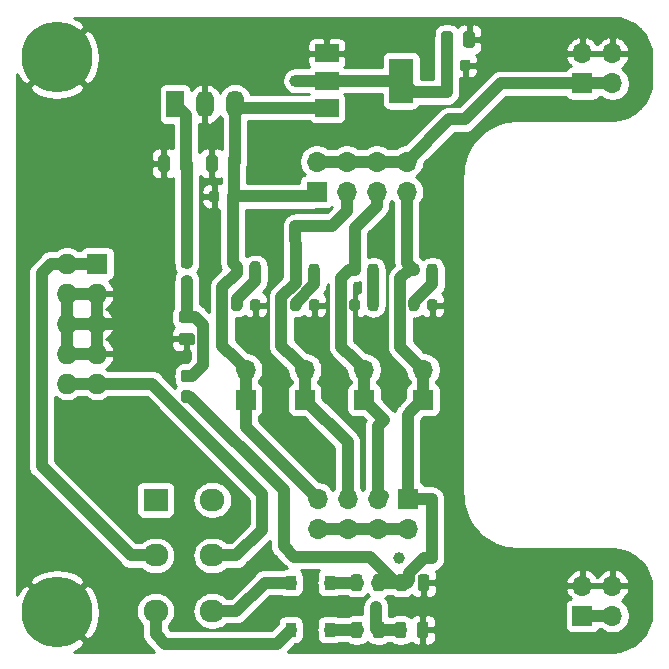
<source format=gbr>
G04 #@! TF.GenerationSoftware,KiCad,Pcbnew,(5.1.5-0-10_14)*
G04 #@! TF.CreationDate,2020-09-28T20:16:59+02:00*
G04 #@! TF.ProjectId,max_power,6d61785f-706f-4776-9572-2e6b69636164,rev?*
G04 #@! TF.SameCoordinates,Original*
G04 #@! TF.FileFunction,Copper,L1,Top*
G04 #@! TF.FilePolarity,Positive*
%FSLAX46Y46*%
G04 Gerber Fmt 4.6, Leading zero omitted, Abs format (unit mm)*
G04 Created by KiCad (PCBNEW (5.1.5-0-10_14)) date 2020-09-28 20:16:59*
%MOMM*%
%LPD*%
G04 APERTURE LIST*
%ADD10C,0.100000*%
%ADD11R,2.100000X1.900000*%
%ADD12O,2.100000X1.900000*%
%ADD13C,0.800000*%
%ADD14C,6.000000*%
%ADD15R,0.900000X1.200000*%
%ADD16R,1.727200X1.727200*%
%ADD17O,1.727200X1.727200*%
%ADD18R,1.700000X1.700000*%
%ADD19O,1.700000X1.700000*%
%ADD20R,1.500000X2.300000*%
%ADD21O,1.500000X2.300000*%
%ADD22R,2.000000X3.800000*%
%ADD23R,2.000000X1.500000*%
%ADD24C,1.000000*%
%ADD25C,1.000000*%
%ADD26C,0.254000*%
G04 APERTURE END LIST*
G04 #@! TA.AperFunction,SMDPad,CuDef*
D10*
G36*
X62642642Y-82801174D02*
G01*
X62666303Y-82804684D01*
X62689507Y-82810496D01*
X62712029Y-82818554D01*
X62733653Y-82828782D01*
X62754170Y-82841079D01*
X62773383Y-82855329D01*
X62791107Y-82871393D01*
X62807171Y-82889117D01*
X62821421Y-82908330D01*
X62833718Y-82928847D01*
X62843946Y-82950471D01*
X62852004Y-82972993D01*
X62857816Y-82996197D01*
X62861326Y-83019858D01*
X62862500Y-83043750D01*
X62862500Y-83956250D01*
X62861326Y-83980142D01*
X62857816Y-84003803D01*
X62852004Y-84027007D01*
X62843946Y-84049529D01*
X62833718Y-84071153D01*
X62821421Y-84091670D01*
X62807171Y-84110883D01*
X62791107Y-84128607D01*
X62773383Y-84144671D01*
X62754170Y-84158921D01*
X62733653Y-84171218D01*
X62712029Y-84181446D01*
X62689507Y-84189504D01*
X62666303Y-84195316D01*
X62642642Y-84198826D01*
X62618750Y-84200000D01*
X62131250Y-84200000D01*
X62107358Y-84198826D01*
X62083697Y-84195316D01*
X62060493Y-84189504D01*
X62037971Y-84181446D01*
X62016347Y-84171218D01*
X61995830Y-84158921D01*
X61976617Y-84144671D01*
X61958893Y-84128607D01*
X61942829Y-84110883D01*
X61928579Y-84091670D01*
X61916282Y-84071153D01*
X61906054Y-84049529D01*
X61897996Y-84027007D01*
X61892184Y-84003803D01*
X61888674Y-83980142D01*
X61887500Y-83956250D01*
X61887500Y-83043750D01*
X61888674Y-83019858D01*
X61892184Y-82996197D01*
X61897996Y-82972993D01*
X61906054Y-82950471D01*
X61916282Y-82928847D01*
X61928579Y-82908330D01*
X61942829Y-82889117D01*
X61958893Y-82871393D01*
X61976617Y-82855329D01*
X61995830Y-82841079D01*
X62016347Y-82828782D01*
X62037971Y-82818554D01*
X62060493Y-82810496D01*
X62083697Y-82804684D01*
X62107358Y-82801174D01*
X62131250Y-82800000D01*
X62618750Y-82800000D01*
X62642642Y-82801174D01*
G37*
G04 #@! TD.AperFunction*
G04 #@! TA.AperFunction,SMDPad,CuDef*
G36*
X64517642Y-82801174D02*
G01*
X64541303Y-82804684D01*
X64564507Y-82810496D01*
X64587029Y-82818554D01*
X64608653Y-82828782D01*
X64629170Y-82841079D01*
X64648383Y-82855329D01*
X64666107Y-82871393D01*
X64682171Y-82889117D01*
X64696421Y-82908330D01*
X64708718Y-82928847D01*
X64718946Y-82950471D01*
X64727004Y-82972993D01*
X64732816Y-82996197D01*
X64736326Y-83019858D01*
X64737500Y-83043750D01*
X64737500Y-83956250D01*
X64736326Y-83980142D01*
X64732816Y-84003803D01*
X64727004Y-84027007D01*
X64718946Y-84049529D01*
X64708718Y-84071153D01*
X64696421Y-84091670D01*
X64682171Y-84110883D01*
X64666107Y-84128607D01*
X64648383Y-84144671D01*
X64629170Y-84158921D01*
X64608653Y-84171218D01*
X64587029Y-84181446D01*
X64564507Y-84189504D01*
X64541303Y-84195316D01*
X64517642Y-84198826D01*
X64493750Y-84200000D01*
X64006250Y-84200000D01*
X63982358Y-84198826D01*
X63958697Y-84195316D01*
X63935493Y-84189504D01*
X63912971Y-84181446D01*
X63891347Y-84171218D01*
X63870830Y-84158921D01*
X63851617Y-84144671D01*
X63833893Y-84128607D01*
X63817829Y-84110883D01*
X63803579Y-84091670D01*
X63791282Y-84071153D01*
X63781054Y-84049529D01*
X63772996Y-84027007D01*
X63767184Y-84003803D01*
X63763674Y-83980142D01*
X63762500Y-83956250D01*
X63762500Y-83043750D01*
X63763674Y-83019858D01*
X63767184Y-82996197D01*
X63772996Y-82972993D01*
X63781054Y-82950471D01*
X63791282Y-82928847D01*
X63803579Y-82908330D01*
X63817829Y-82889117D01*
X63833893Y-82871393D01*
X63851617Y-82855329D01*
X63870830Y-82841079D01*
X63891347Y-82828782D01*
X63912971Y-82818554D01*
X63935493Y-82810496D01*
X63958697Y-82804684D01*
X63982358Y-82801174D01*
X64006250Y-82800000D01*
X64493750Y-82800000D01*
X64517642Y-82801174D01*
G37*
G04 #@! TD.AperFunction*
G04 #@! TA.AperFunction,SMDPad,CuDef*
G36*
X62642642Y-86801174D02*
G01*
X62666303Y-86804684D01*
X62689507Y-86810496D01*
X62712029Y-86818554D01*
X62733653Y-86828782D01*
X62754170Y-86841079D01*
X62773383Y-86855329D01*
X62791107Y-86871393D01*
X62807171Y-86889117D01*
X62821421Y-86908330D01*
X62833718Y-86928847D01*
X62843946Y-86950471D01*
X62852004Y-86972993D01*
X62857816Y-86996197D01*
X62861326Y-87019858D01*
X62862500Y-87043750D01*
X62862500Y-87956250D01*
X62861326Y-87980142D01*
X62857816Y-88003803D01*
X62852004Y-88027007D01*
X62843946Y-88049529D01*
X62833718Y-88071153D01*
X62821421Y-88091670D01*
X62807171Y-88110883D01*
X62791107Y-88128607D01*
X62773383Y-88144671D01*
X62754170Y-88158921D01*
X62733653Y-88171218D01*
X62712029Y-88181446D01*
X62689507Y-88189504D01*
X62666303Y-88195316D01*
X62642642Y-88198826D01*
X62618750Y-88200000D01*
X62131250Y-88200000D01*
X62107358Y-88198826D01*
X62083697Y-88195316D01*
X62060493Y-88189504D01*
X62037971Y-88181446D01*
X62016347Y-88171218D01*
X61995830Y-88158921D01*
X61976617Y-88144671D01*
X61958893Y-88128607D01*
X61942829Y-88110883D01*
X61928579Y-88091670D01*
X61916282Y-88071153D01*
X61906054Y-88049529D01*
X61897996Y-88027007D01*
X61892184Y-88003803D01*
X61888674Y-87980142D01*
X61887500Y-87956250D01*
X61887500Y-87043750D01*
X61888674Y-87019858D01*
X61892184Y-86996197D01*
X61897996Y-86972993D01*
X61906054Y-86950471D01*
X61916282Y-86928847D01*
X61928579Y-86908330D01*
X61942829Y-86889117D01*
X61958893Y-86871393D01*
X61976617Y-86855329D01*
X61995830Y-86841079D01*
X62016347Y-86828782D01*
X62037971Y-86818554D01*
X62060493Y-86810496D01*
X62083697Y-86804684D01*
X62107358Y-86801174D01*
X62131250Y-86800000D01*
X62618750Y-86800000D01*
X62642642Y-86801174D01*
G37*
G04 #@! TD.AperFunction*
G04 #@! TA.AperFunction,SMDPad,CuDef*
G36*
X64517642Y-86801174D02*
G01*
X64541303Y-86804684D01*
X64564507Y-86810496D01*
X64587029Y-86818554D01*
X64608653Y-86828782D01*
X64629170Y-86841079D01*
X64648383Y-86855329D01*
X64666107Y-86871393D01*
X64682171Y-86889117D01*
X64696421Y-86908330D01*
X64708718Y-86928847D01*
X64718946Y-86950471D01*
X64727004Y-86972993D01*
X64732816Y-86996197D01*
X64736326Y-87019858D01*
X64737500Y-87043750D01*
X64737500Y-87956250D01*
X64736326Y-87980142D01*
X64732816Y-88003803D01*
X64727004Y-88027007D01*
X64718946Y-88049529D01*
X64708718Y-88071153D01*
X64696421Y-88091670D01*
X64682171Y-88110883D01*
X64666107Y-88128607D01*
X64648383Y-88144671D01*
X64629170Y-88158921D01*
X64608653Y-88171218D01*
X64587029Y-88181446D01*
X64564507Y-88189504D01*
X64541303Y-88195316D01*
X64517642Y-88198826D01*
X64493750Y-88200000D01*
X64006250Y-88200000D01*
X63982358Y-88198826D01*
X63958697Y-88195316D01*
X63935493Y-88189504D01*
X63912971Y-88181446D01*
X63891347Y-88171218D01*
X63870830Y-88158921D01*
X63851617Y-88144671D01*
X63833893Y-88128607D01*
X63817829Y-88110883D01*
X63803579Y-88091670D01*
X63791282Y-88071153D01*
X63781054Y-88049529D01*
X63772996Y-88027007D01*
X63767184Y-88003803D01*
X63763674Y-87980142D01*
X63762500Y-87956250D01*
X63762500Y-87043750D01*
X63763674Y-87019858D01*
X63767184Y-86996197D01*
X63772996Y-86972993D01*
X63781054Y-86950471D01*
X63791282Y-86928847D01*
X63803579Y-86908330D01*
X63817829Y-86889117D01*
X63833893Y-86871393D01*
X63851617Y-86855329D01*
X63870830Y-86841079D01*
X63891347Y-86828782D01*
X63912971Y-86818554D01*
X63935493Y-86810496D01*
X63958697Y-86804684D01*
X63982358Y-86801174D01*
X64006250Y-86800000D01*
X64493750Y-86800000D01*
X64517642Y-86801174D01*
G37*
G04 #@! TD.AperFunction*
D11*
X45350000Y-76500000D03*
D12*
X50150000Y-76500000D03*
X45350000Y-81200000D03*
X50150000Y-81200000D03*
X45350000Y-85900000D03*
X50150000Y-85900000D03*
D13*
X38590990Y-37409010D03*
X37000000Y-36750000D03*
X35409010Y-37409010D03*
X34750000Y-39000000D03*
X35409010Y-40590990D03*
X37000000Y-41250000D03*
X38590990Y-40590990D03*
X39250000Y-39000000D03*
D14*
X37000000Y-39000000D03*
D13*
X38590990Y-84409010D03*
X37000000Y-83750000D03*
X35409010Y-84409010D03*
X34750000Y-86000000D03*
X35409010Y-87590990D03*
X37000000Y-88250000D03*
X38590990Y-87590990D03*
X39250000Y-86000000D03*
D14*
X37000000Y-86000000D03*
G04 #@! TA.AperFunction,SMDPad,CuDef*
D10*
G36*
X66367642Y-86801174D02*
G01*
X66391303Y-86804684D01*
X66414507Y-86810496D01*
X66437029Y-86818554D01*
X66458653Y-86828782D01*
X66479170Y-86841079D01*
X66498383Y-86855329D01*
X66516107Y-86871393D01*
X66532171Y-86889117D01*
X66546421Y-86908330D01*
X66558718Y-86928847D01*
X66568946Y-86950471D01*
X66577004Y-86972993D01*
X66582816Y-86996197D01*
X66586326Y-87019858D01*
X66587500Y-87043750D01*
X66587500Y-87956250D01*
X66586326Y-87980142D01*
X66582816Y-88003803D01*
X66577004Y-88027007D01*
X66568946Y-88049529D01*
X66558718Y-88071153D01*
X66546421Y-88091670D01*
X66532171Y-88110883D01*
X66516107Y-88128607D01*
X66498383Y-88144671D01*
X66479170Y-88158921D01*
X66458653Y-88171218D01*
X66437029Y-88181446D01*
X66414507Y-88189504D01*
X66391303Y-88195316D01*
X66367642Y-88198826D01*
X66343750Y-88200000D01*
X65856250Y-88200000D01*
X65832358Y-88198826D01*
X65808697Y-88195316D01*
X65785493Y-88189504D01*
X65762971Y-88181446D01*
X65741347Y-88171218D01*
X65720830Y-88158921D01*
X65701617Y-88144671D01*
X65683893Y-88128607D01*
X65667829Y-88110883D01*
X65653579Y-88091670D01*
X65641282Y-88071153D01*
X65631054Y-88049529D01*
X65622996Y-88027007D01*
X65617184Y-88003803D01*
X65613674Y-87980142D01*
X65612500Y-87956250D01*
X65612500Y-87043750D01*
X65613674Y-87019858D01*
X65617184Y-86996197D01*
X65622996Y-86972993D01*
X65631054Y-86950471D01*
X65641282Y-86928847D01*
X65653579Y-86908330D01*
X65667829Y-86889117D01*
X65683893Y-86871393D01*
X65701617Y-86855329D01*
X65720830Y-86841079D01*
X65741347Y-86828782D01*
X65762971Y-86818554D01*
X65785493Y-86810496D01*
X65808697Y-86804684D01*
X65832358Y-86801174D01*
X65856250Y-86800000D01*
X66343750Y-86800000D01*
X66367642Y-86801174D01*
G37*
G04 #@! TD.AperFunction*
G04 #@! TA.AperFunction,SMDPad,CuDef*
G36*
X68242642Y-86801174D02*
G01*
X68266303Y-86804684D01*
X68289507Y-86810496D01*
X68312029Y-86818554D01*
X68333653Y-86828782D01*
X68354170Y-86841079D01*
X68373383Y-86855329D01*
X68391107Y-86871393D01*
X68407171Y-86889117D01*
X68421421Y-86908330D01*
X68433718Y-86928847D01*
X68443946Y-86950471D01*
X68452004Y-86972993D01*
X68457816Y-86996197D01*
X68461326Y-87019858D01*
X68462500Y-87043750D01*
X68462500Y-87956250D01*
X68461326Y-87980142D01*
X68457816Y-88003803D01*
X68452004Y-88027007D01*
X68443946Y-88049529D01*
X68433718Y-88071153D01*
X68421421Y-88091670D01*
X68407171Y-88110883D01*
X68391107Y-88128607D01*
X68373383Y-88144671D01*
X68354170Y-88158921D01*
X68333653Y-88171218D01*
X68312029Y-88181446D01*
X68289507Y-88189504D01*
X68266303Y-88195316D01*
X68242642Y-88198826D01*
X68218750Y-88200000D01*
X67731250Y-88200000D01*
X67707358Y-88198826D01*
X67683697Y-88195316D01*
X67660493Y-88189504D01*
X67637971Y-88181446D01*
X67616347Y-88171218D01*
X67595830Y-88158921D01*
X67576617Y-88144671D01*
X67558893Y-88128607D01*
X67542829Y-88110883D01*
X67528579Y-88091670D01*
X67516282Y-88071153D01*
X67506054Y-88049529D01*
X67497996Y-88027007D01*
X67492184Y-88003803D01*
X67488674Y-87980142D01*
X67487500Y-87956250D01*
X67487500Y-87043750D01*
X67488674Y-87019858D01*
X67492184Y-86996197D01*
X67497996Y-86972993D01*
X67506054Y-86950471D01*
X67516282Y-86928847D01*
X67528579Y-86908330D01*
X67542829Y-86889117D01*
X67558893Y-86871393D01*
X67576617Y-86855329D01*
X67595830Y-86841079D01*
X67616347Y-86828782D01*
X67637971Y-86818554D01*
X67660493Y-86810496D01*
X67683697Y-86804684D01*
X67707358Y-86801174D01*
X67731250Y-86800000D01*
X68218750Y-86800000D01*
X68242642Y-86801174D01*
G37*
G04 #@! TD.AperFunction*
G04 #@! TA.AperFunction,SMDPad,CuDef*
G36*
X68305142Y-82801174D02*
G01*
X68328803Y-82804684D01*
X68352007Y-82810496D01*
X68374529Y-82818554D01*
X68396153Y-82828782D01*
X68416670Y-82841079D01*
X68435883Y-82855329D01*
X68453607Y-82871393D01*
X68469671Y-82889117D01*
X68483921Y-82908330D01*
X68496218Y-82928847D01*
X68506446Y-82950471D01*
X68514504Y-82972993D01*
X68520316Y-82996197D01*
X68523826Y-83019858D01*
X68525000Y-83043750D01*
X68525000Y-83956250D01*
X68523826Y-83980142D01*
X68520316Y-84003803D01*
X68514504Y-84027007D01*
X68506446Y-84049529D01*
X68496218Y-84071153D01*
X68483921Y-84091670D01*
X68469671Y-84110883D01*
X68453607Y-84128607D01*
X68435883Y-84144671D01*
X68416670Y-84158921D01*
X68396153Y-84171218D01*
X68374529Y-84181446D01*
X68352007Y-84189504D01*
X68328803Y-84195316D01*
X68305142Y-84198826D01*
X68281250Y-84200000D01*
X67793750Y-84200000D01*
X67769858Y-84198826D01*
X67746197Y-84195316D01*
X67722993Y-84189504D01*
X67700471Y-84181446D01*
X67678847Y-84171218D01*
X67658330Y-84158921D01*
X67639117Y-84144671D01*
X67621393Y-84128607D01*
X67605329Y-84110883D01*
X67591079Y-84091670D01*
X67578782Y-84071153D01*
X67568554Y-84049529D01*
X67560496Y-84027007D01*
X67554684Y-84003803D01*
X67551174Y-83980142D01*
X67550000Y-83956250D01*
X67550000Y-83043750D01*
X67551174Y-83019858D01*
X67554684Y-82996197D01*
X67560496Y-82972993D01*
X67568554Y-82950471D01*
X67578782Y-82928847D01*
X67591079Y-82908330D01*
X67605329Y-82889117D01*
X67621393Y-82871393D01*
X67639117Y-82855329D01*
X67658330Y-82841079D01*
X67678847Y-82828782D01*
X67700471Y-82818554D01*
X67722993Y-82810496D01*
X67746197Y-82804684D01*
X67769858Y-82801174D01*
X67793750Y-82800000D01*
X68281250Y-82800000D01*
X68305142Y-82801174D01*
G37*
G04 #@! TD.AperFunction*
G04 #@! TA.AperFunction,SMDPad,CuDef*
G36*
X66430142Y-82801174D02*
G01*
X66453803Y-82804684D01*
X66477007Y-82810496D01*
X66499529Y-82818554D01*
X66521153Y-82828782D01*
X66541670Y-82841079D01*
X66560883Y-82855329D01*
X66578607Y-82871393D01*
X66594671Y-82889117D01*
X66608921Y-82908330D01*
X66621218Y-82928847D01*
X66631446Y-82950471D01*
X66639504Y-82972993D01*
X66645316Y-82996197D01*
X66648826Y-83019858D01*
X66650000Y-83043750D01*
X66650000Y-83956250D01*
X66648826Y-83980142D01*
X66645316Y-84003803D01*
X66639504Y-84027007D01*
X66631446Y-84049529D01*
X66621218Y-84071153D01*
X66608921Y-84091670D01*
X66594671Y-84110883D01*
X66578607Y-84128607D01*
X66560883Y-84144671D01*
X66541670Y-84158921D01*
X66521153Y-84171218D01*
X66499529Y-84181446D01*
X66477007Y-84189504D01*
X66453803Y-84195316D01*
X66430142Y-84198826D01*
X66406250Y-84200000D01*
X65918750Y-84200000D01*
X65894858Y-84198826D01*
X65871197Y-84195316D01*
X65847993Y-84189504D01*
X65825471Y-84181446D01*
X65803847Y-84171218D01*
X65783330Y-84158921D01*
X65764117Y-84144671D01*
X65746393Y-84128607D01*
X65730329Y-84110883D01*
X65716079Y-84091670D01*
X65703782Y-84071153D01*
X65693554Y-84049529D01*
X65685496Y-84027007D01*
X65679684Y-84003803D01*
X65676174Y-83980142D01*
X65675000Y-83956250D01*
X65675000Y-83043750D01*
X65676174Y-83019858D01*
X65679684Y-82996197D01*
X65685496Y-82972993D01*
X65693554Y-82950471D01*
X65703782Y-82928847D01*
X65716079Y-82908330D01*
X65730329Y-82889117D01*
X65746393Y-82871393D01*
X65764117Y-82855329D01*
X65783330Y-82841079D01*
X65803847Y-82828782D01*
X65825471Y-82818554D01*
X65847993Y-82810496D01*
X65871197Y-82804684D01*
X65894858Y-82801174D01*
X65918750Y-82800000D01*
X66406250Y-82800000D01*
X66430142Y-82801174D01*
G37*
G04 #@! TD.AperFunction*
G04 #@! TA.AperFunction,SMDPad,CuDef*
G36*
X48480142Y-60513674D02*
G01*
X48503803Y-60517184D01*
X48527007Y-60522996D01*
X48549529Y-60531054D01*
X48571153Y-60541282D01*
X48591670Y-60553579D01*
X48610883Y-60567829D01*
X48628607Y-60583893D01*
X48644671Y-60601617D01*
X48658921Y-60620830D01*
X48671218Y-60641347D01*
X48681446Y-60662971D01*
X48689504Y-60685493D01*
X48695316Y-60708697D01*
X48698826Y-60732358D01*
X48700000Y-60756250D01*
X48700000Y-61243750D01*
X48698826Y-61267642D01*
X48695316Y-61291303D01*
X48689504Y-61314507D01*
X48681446Y-61337029D01*
X48671218Y-61358653D01*
X48658921Y-61379170D01*
X48644671Y-61398383D01*
X48628607Y-61416107D01*
X48610883Y-61432171D01*
X48591670Y-61446421D01*
X48571153Y-61458718D01*
X48549529Y-61468946D01*
X48527007Y-61477004D01*
X48503803Y-61482816D01*
X48480142Y-61486326D01*
X48456250Y-61487500D01*
X47543750Y-61487500D01*
X47519858Y-61486326D01*
X47496197Y-61482816D01*
X47472993Y-61477004D01*
X47450471Y-61468946D01*
X47428847Y-61458718D01*
X47408330Y-61446421D01*
X47389117Y-61432171D01*
X47371393Y-61416107D01*
X47355329Y-61398383D01*
X47341079Y-61379170D01*
X47328782Y-61358653D01*
X47318554Y-61337029D01*
X47310496Y-61314507D01*
X47304684Y-61291303D01*
X47301174Y-61267642D01*
X47300000Y-61243750D01*
X47300000Y-60756250D01*
X47301174Y-60732358D01*
X47304684Y-60708697D01*
X47310496Y-60685493D01*
X47318554Y-60662971D01*
X47328782Y-60641347D01*
X47341079Y-60620830D01*
X47355329Y-60601617D01*
X47371393Y-60583893D01*
X47389117Y-60567829D01*
X47408330Y-60553579D01*
X47428847Y-60541282D01*
X47450471Y-60531054D01*
X47472993Y-60522996D01*
X47496197Y-60517184D01*
X47519858Y-60513674D01*
X47543750Y-60512500D01*
X48456250Y-60512500D01*
X48480142Y-60513674D01*
G37*
G04 #@! TD.AperFunction*
G04 #@! TA.AperFunction,SMDPad,CuDef*
G36*
X48480142Y-62388674D02*
G01*
X48503803Y-62392184D01*
X48527007Y-62397996D01*
X48549529Y-62406054D01*
X48571153Y-62416282D01*
X48591670Y-62428579D01*
X48610883Y-62442829D01*
X48628607Y-62458893D01*
X48644671Y-62476617D01*
X48658921Y-62495830D01*
X48671218Y-62516347D01*
X48681446Y-62537971D01*
X48689504Y-62560493D01*
X48695316Y-62583697D01*
X48698826Y-62607358D01*
X48700000Y-62631250D01*
X48700000Y-63118750D01*
X48698826Y-63142642D01*
X48695316Y-63166303D01*
X48689504Y-63189507D01*
X48681446Y-63212029D01*
X48671218Y-63233653D01*
X48658921Y-63254170D01*
X48644671Y-63273383D01*
X48628607Y-63291107D01*
X48610883Y-63307171D01*
X48591670Y-63321421D01*
X48571153Y-63333718D01*
X48549529Y-63343946D01*
X48527007Y-63352004D01*
X48503803Y-63357816D01*
X48480142Y-63361326D01*
X48456250Y-63362500D01*
X47543750Y-63362500D01*
X47519858Y-63361326D01*
X47496197Y-63357816D01*
X47472993Y-63352004D01*
X47450471Y-63343946D01*
X47428847Y-63333718D01*
X47408330Y-63321421D01*
X47389117Y-63307171D01*
X47371393Y-63291107D01*
X47355329Y-63273383D01*
X47341079Y-63254170D01*
X47328782Y-63233653D01*
X47318554Y-63212029D01*
X47310496Y-63189507D01*
X47304684Y-63166303D01*
X47301174Y-63142642D01*
X47300000Y-63118750D01*
X47300000Y-62631250D01*
X47301174Y-62607358D01*
X47304684Y-62583697D01*
X47310496Y-62560493D01*
X47318554Y-62537971D01*
X47328782Y-62516347D01*
X47341079Y-62495830D01*
X47355329Y-62476617D01*
X47371393Y-62458893D01*
X47389117Y-62442829D01*
X47408330Y-62428579D01*
X47428847Y-62416282D01*
X47450471Y-62406054D01*
X47472993Y-62397996D01*
X47496197Y-62392184D01*
X47519858Y-62388674D01*
X47543750Y-62387500D01*
X48456250Y-62387500D01*
X48480142Y-62388674D01*
G37*
G04 #@! TD.AperFunction*
G04 #@! TA.AperFunction,SMDPad,CuDef*
G36*
X48205142Y-47301174D02*
G01*
X48228803Y-47304684D01*
X48252007Y-47310496D01*
X48274529Y-47318554D01*
X48296153Y-47328782D01*
X48316670Y-47341079D01*
X48335883Y-47355329D01*
X48353607Y-47371393D01*
X48369671Y-47389117D01*
X48383921Y-47408330D01*
X48396218Y-47428847D01*
X48406446Y-47450471D01*
X48414504Y-47472993D01*
X48420316Y-47496197D01*
X48423826Y-47519858D01*
X48425000Y-47543750D01*
X48425000Y-48456250D01*
X48423826Y-48480142D01*
X48420316Y-48503803D01*
X48414504Y-48527007D01*
X48406446Y-48549529D01*
X48396218Y-48571153D01*
X48383921Y-48591670D01*
X48369671Y-48610883D01*
X48353607Y-48628607D01*
X48335883Y-48644671D01*
X48316670Y-48658921D01*
X48296153Y-48671218D01*
X48274529Y-48681446D01*
X48252007Y-48689504D01*
X48228803Y-48695316D01*
X48205142Y-48698826D01*
X48181250Y-48700000D01*
X47693750Y-48700000D01*
X47669858Y-48698826D01*
X47646197Y-48695316D01*
X47622993Y-48689504D01*
X47600471Y-48681446D01*
X47578847Y-48671218D01*
X47558330Y-48658921D01*
X47539117Y-48644671D01*
X47521393Y-48628607D01*
X47505329Y-48610883D01*
X47491079Y-48591670D01*
X47478782Y-48571153D01*
X47468554Y-48549529D01*
X47460496Y-48527007D01*
X47454684Y-48503803D01*
X47451174Y-48480142D01*
X47450000Y-48456250D01*
X47450000Y-47543750D01*
X47451174Y-47519858D01*
X47454684Y-47496197D01*
X47460496Y-47472993D01*
X47468554Y-47450471D01*
X47478782Y-47428847D01*
X47491079Y-47408330D01*
X47505329Y-47389117D01*
X47521393Y-47371393D01*
X47539117Y-47355329D01*
X47558330Y-47341079D01*
X47578847Y-47328782D01*
X47600471Y-47318554D01*
X47622993Y-47310496D01*
X47646197Y-47304684D01*
X47669858Y-47301174D01*
X47693750Y-47300000D01*
X48181250Y-47300000D01*
X48205142Y-47301174D01*
G37*
G04 #@! TD.AperFunction*
G04 #@! TA.AperFunction,SMDPad,CuDef*
G36*
X46330142Y-47301174D02*
G01*
X46353803Y-47304684D01*
X46377007Y-47310496D01*
X46399529Y-47318554D01*
X46421153Y-47328782D01*
X46441670Y-47341079D01*
X46460883Y-47355329D01*
X46478607Y-47371393D01*
X46494671Y-47389117D01*
X46508921Y-47408330D01*
X46521218Y-47428847D01*
X46531446Y-47450471D01*
X46539504Y-47472993D01*
X46545316Y-47496197D01*
X46548826Y-47519858D01*
X46550000Y-47543750D01*
X46550000Y-48456250D01*
X46548826Y-48480142D01*
X46545316Y-48503803D01*
X46539504Y-48527007D01*
X46531446Y-48549529D01*
X46521218Y-48571153D01*
X46508921Y-48591670D01*
X46494671Y-48610883D01*
X46478607Y-48628607D01*
X46460883Y-48644671D01*
X46441670Y-48658921D01*
X46421153Y-48671218D01*
X46399529Y-48681446D01*
X46377007Y-48689504D01*
X46353803Y-48695316D01*
X46330142Y-48698826D01*
X46306250Y-48700000D01*
X45818750Y-48700000D01*
X45794858Y-48698826D01*
X45771197Y-48695316D01*
X45747993Y-48689504D01*
X45725471Y-48681446D01*
X45703847Y-48671218D01*
X45683330Y-48658921D01*
X45664117Y-48644671D01*
X45646393Y-48628607D01*
X45630329Y-48610883D01*
X45616079Y-48591670D01*
X45603782Y-48571153D01*
X45593554Y-48549529D01*
X45585496Y-48527007D01*
X45579684Y-48503803D01*
X45576174Y-48480142D01*
X45575000Y-48456250D01*
X45575000Y-47543750D01*
X45576174Y-47519858D01*
X45579684Y-47496197D01*
X45585496Y-47472993D01*
X45593554Y-47450471D01*
X45603782Y-47428847D01*
X45616079Y-47408330D01*
X45630329Y-47389117D01*
X45646393Y-47371393D01*
X45664117Y-47355329D01*
X45683330Y-47341079D01*
X45703847Y-47328782D01*
X45725471Y-47318554D01*
X45747993Y-47310496D01*
X45771197Y-47304684D01*
X45794858Y-47301174D01*
X45818750Y-47300000D01*
X46306250Y-47300000D01*
X46330142Y-47301174D01*
G37*
G04 #@! TD.AperFunction*
G04 #@! TA.AperFunction,SMDPad,CuDef*
G36*
X52127691Y-50326053D02*
G01*
X52148926Y-50329203D01*
X52169750Y-50334419D01*
X52189962Y-50341651D01*
X52209368Y-50350830D01*
X52227781Y-50361866D01*
X52245024Y-50374654D01*
X52260930Y-50389070D01*
X52275346Y-50404976D01*
X52288134Y-50422219D01*
X52299170Y-50440632D01*
X52308349Y-50460038D01*
X52315581Y-50480250D01*
X52320797Y-50501074D01*
X52323947Y-50522309D01*
X52325000Y-50543750D01*
X52325000Y-51056250D01*
X52323947Y-51077691D01*
X52320797Y-51098926D01*
X52315581Y-51119750D01*
X52308349Y-51139962D01*
X52299170Y-51159368D01*
X52288134Y-51177781D01*
X52275346Y-51195024D01*
X52260930Y-51210930D01*
X52245024Y-51225346D01*
X52227781Y-51238134D01*
X52209368Y-51249170D01*
X52189962Y-51258349D01*
X52169750Y-51265581D01*
X52148926Y-51270797D01*
X52127691Y-51273947D01*
X52106250Y-51275000D01*
X51668750Y-51275000D01*
X51647309Y-51273947D01*
X51626074Y-51270797D01*
X51605250Y-51265581D01*
X51585038Y-51258349D01*
X51565632Y-51249170D01*
X51547219Y-51238134D01*
X51529976Y-51225346D01*
X51514070Y-51210930D01*
X51499654Y-51195024D01*
X51486866Y-51177781D01*
X51475830Y-51159368D01*
X51466651Y-51139962D01*
X51459419Y-51119750D01*
X51454203Y-51098926D01*
X51451053Y-51077691D01*
X51450000Y-51056250D01*
X51450000Y-50543750D01*
X51451053Y-50522309D01*
X51454203Y-50501074D01*
X51459419Y-50480250D01*
X51466651Y-50460038D01*
X51475830Y-50440632D01*
X51486866Y-50422219D01*
X51499654Y-50404976D01*
X51514070Y-50389070D01*
X51529976Y-50374654D01*
X51547219Y-50361866D01*
X51565632Y-50350830D01*
X51585038Y-50341651D01*
X51605250Y-50334419D01*
X51626074Y-50329203D01*
X51647309Y-50326053D01*
X51668750Y-50325000D01*
X52106250Y-50325000D01*
X52127691Y-50326053D01*
G37*
G04 #@! TD.AperFunction*
G04 #@! TA.AperFunction,SMDPad,CuDef*
G36*
X50552691Y-50326053D02*
G01*
X50573926Y-50329203D01*
X50594750Y-50334419D01*
X50614962Y-50341651D01*
X50634368Y-50350830D01*
X50652781Y-50361866D01*
X50670024Y-50374654D01*
X50685930Y-50389070D01*
X50700346Y-50404976D01*
X50713134Y-50422219D01*
X50724170Y-50440632D01*
X50733349Y-50460038D01*
X50740581Y-50480250D01*
X50745797Y-50501074D01*
X50748947Y-50522309D01*
X50750000Y-50543750D01*
X50750000Y-51056250D01*
X50748947Y-51077691D01*
X50745797Y-51098926D01*
X50740581Y-51119750D01*
X50733349Y-51139962D01*
X50724170Y-51159368D01*
X50713134Y-51177781D01*
X50700346Y-51195024D01*
X50685930Y-51210930D01*
X50670024Y-51225346D01*
X50652781Y-51238134D01*
X50634368Y-51249170D01*
X50614962Y-51258349D01*
X50594750Y-51265581D01*
X50573926Y-51270797D01*
X50552691Y-51273947D01*
X50531250Y-51275000D01*
X50093750Y-51275000D01*
X50072309Y-51273947D01*
X50051074Y-51270797D01*
X50030250Y-51265581D01*
X50010038Y-51258349D01*
X49990632Y-51249170D01*
X49972219Y-51238134D01*
X49954976Y-51225346D01*
X49939070Y-51210930D01*
X49924654Y-51195024D01*
X49911866Y-51177781D01*
X49900830Y-51159368D01*
X49891651Y-51139962D01*
X49884419Y-51119750D01*
X49879203Y-51098926D01*
X49876053Y-51077691D01*
X49875000Y-51056250D01*
X49875000Y-50543750D01*
X49876053Y-50522309D01*
X49879203Y-50501074D01*
X49884419Y-50480250D01*
X49891651Y-50460038D01*
X49900830Y-50440632D01*
X49911866Y-50422219D01*
X49924654Y-50404976D01*
X49939070Y-50389070D01*
X49954976Y-50374654D01*
X49972219Y-50361866D01*
X49990632Y-50350830D01*
X50010038Y-50341651D01*
X50030250Y-50334419D01*
X50051074Y-50329203D01*
X50072309Y-50326053D01*
X50093750Y-50325000D01*
X50531250Y-50325000D01*
X50552691Y-50326053D01*
G37*
G04 #@! TD.AperFunction*
G04 #@! TA.AperFunction,SMDPad,CuDef*
G36*
X50392642Y-47301174D02*
G01*
X50416303Y-47304684D01*
X50439507Y-47310496D01*
X50462029Y-47318554D01*
X50483653Y-47328782D01*
X50504170Y-47341079D01*
X50523383Y-47355329D01*
X50541107Y-47371393D01*
X50557171Y-47389117D01*
X50571421Y-47408330D01*
X50583718Y-47428847D01*
X50593946Y-47450471D01*
X50602004Y-47472993D01*
X50607816Y-47496197D01*
X50611326Y-47519858D01*
X50612500Y-47543750D01*
X50612500Y-48456250D01*
X50611326Y-48480142D01*
X50607816Y-48503803D01*
X50602004Y-48527007D01*
X50593946Y-48549529D01*
X50583718Y-48571153D01*
X50571421Y-48591670D01*
X50557171Y-48610883D01*
X50541107Y-48628607D01*
X50523383Y-48644671D01*
X50504170Y-48658921D01*
X50483653Y-48671218D01*
X50462029Y-48681446D01*
X50439507Y-48689504D01*
X50416303Y-48695316D01*
X50392642Y-48698826D01*
X50368750Y-48700000D01*
X49881250Y-48700000D01*
X49857358Y-48698826D01*
X49833697Y-48695316D01*
X49810493Y-48689504D01*
X49787971Y-48681446D01*
X49766347Y-48671218D01*
X49745830Y-48658921D01*
X49726617Y-48644671D01*
X49708893Y-48628607D01*
X49692829Y-48610883D01*
X49678579Y-48591670D01*
X49666282Y-48571153D01*
X49656054Y-48549529D01*
X49647996Y-48527007D01*
X49642184Y-48503803D01*
X49638674Y-48480142D01*
X49637500Y-48456250D01*
X49637500Y-47543750D01*
X49638674Y-47519858D01*
X49642184Y-47496197D01*
X49647996Y-47472993D01*
X49656054Y-47450471D01*
X49666282Y-47428847D01*
X49678579Y-47408330D01*
X49692829Y-47389117D01*
X49708893Y-47371393D01*
X49726617Y-47355329D01*
X49745830Y-47341079D01*
X49766347Y-47328782D01*
X49787971Y-47318554D01*
X49810493Y-47310496D01*
X49833697Y-47304684D01*
X49857358Y-47301174D01*
X49881250Y-47300000D01*
X50368750Y-47300000D01*
X50392642Y-47301174D01*
G37*
G04 #@! TD.AperFunction*
G04 #@! TA.AperFunction,SMDPad,CuDef*
G36*
X52267642Y-47301174D02*
G01*
X52291303Y-47304684D01*
X52314507Y-47310496D01*
X52337029Y-47318554D01*
X52358653Y-47328782D01*
X52379170Y-47341079D01*
X52398383Y-47355329D01*
X52416107Y-47371393D01*
X52432171Y-47389117D01*
X52446421Y-47408330D01*
X52458718Y-47428847D01*
X52468946Y-47450471D01*
X52477004Y-47472993D01*
X52482816Y-47496197D01*
X52486326Y-47519858D01*
X52487500Y-47543750D01*
X52487500Y-48456250D01*
X52486326Y-48480142D01*
X52482816Y-48503803D01*
X52477004Y-48527007D01*
X52468946Y-48549529D01*
X52458718Y-48571153D01*
X52446421Y-48591670D01*
X52432171Y-48610883D01*
X52416107Y-48628607D01*
X52398383Y-48644671D01*
X52379170Y-48658921D01*
X52358653Y-48671218D01*
X52337029Y-48681446D01*
X52314507Y-48689504D01*
X52291303Y-48695316D01*
X52267642Y-48698826D01*
X52243750Y-48700000D01*
X51756250Y-48700000D01*
X51732358Y-48698826D01*
X51708697Y-48695316D01*
X51685493Y-48689504D01*
X51662971Y-48681446D01*
X51641347Y-48671218D01*
X51620830Y-48658921D01*
X51601617Y-48644671D01*
X51583893Y-48628607D01*
X51567829Y-48610883D01*
X51553579Y-48591670D01*
X51541282Y-48571153D01*
X51531054Y-48549529D01*
X51522996Y-48527007D01*
X51517184Y-48503803D01*
X51513674Y-48480142D01*
X51512500Y-48456250D01*
X51512500Y-47543750D01*
X51513674Y-47519858D01*
X51517184Y-47496197D01*
X51522996Y-47472993D01*
X51531054Y-47450471D01*
X51541282Y-47428847D01*
X51553579Y-47408330D01*
X51567829Y-47389117D01*
X51583893Y-47371393D01*
X51601617Y-47355329D01*
X51620830Y-47341079D01*
X51641347Y-47328782D01*
X51662971Y-47318554D01*
X51685493Y-47310496D01*
X51708697Y-47304684D01*
X51732358Y-47301174D01*
X51756250Y-47300000D01*
X52243750Y-47300000D01*
X52267642Y-47301174D01*
G37*
G04 #@! TD.AperFunction*
G04 #@! TA.AperFunction,SMDPad,CuDef*
G36*
X71815191Y-39226053D02*
G01*
X71836426Y-39229203D01*
X71857250Y-39234419D01*
X71877462Y-39241651D01*
X71896868Y-39250830D01*
X71915281Y-39261866D01*
X71932524Y-39274654D01*
X71948430Y-39289070D01*
X71962846Y-39304976D01*
X71975634Y-39322219D01*
X71986670Y-39340632D01*
X71995849Y-39360038D01*
X72003081Y-39380250D01*
X72008297Y-39401074D01*
X72011447Y-39422309D01*
X72012500Y-39443750D01*
X72012500Y-39956250D01*
X72011447Y-39977691D01*
X72008297Y-39998926D01*
X72003081Y-40019750D01*
X71995849Y-40039962D01*
X71986670Y-40059368D01*
X71975634Y-40077781D01*
X71962846Y-40095024D01*
X71948430Y-40110930D01*
X71932524Y-40125346D01*
X71915281Y-40138134D01*
X71896868Y-40149170D01*
X71877462Y-40158349D01*
X71857250Y-40165581D01*
X71836426Y-40170797D01*
X71815191Y-40173947D01*
X71793750Y-40175000D01*
X71356250Y-40175000D01*
X71334809Y-40173947D01*
X71313574Y-40170797D01*
X71292750Y-40165581D01*
X71272538Y-40158349D01*
X71253132Y-40149170D01*
X71234719Y-40138134D01*
X71217476Y-40125346D01*
X71201570Y-40110930D01*
X71187154Y-40095024D01*
X71174366Y-40077781D01*
X71163330Y-40059368D01*
X71154151Y-40039962D01*
X71146919Y-40019750D01*
X71141703Y-39998926D01*
X71138553Y-39977691D01*
X71137500Y-39956250D01*
X71137500Y-39443750D01*
X71138553Y-39422309D01*
X71141703Y-39401074D01*
X71146919Y-39380250D01*
X71154151Y-39360038D01*
X71163330Y-39340632D01*
X71174366Y-39322219D01*
X71187154Y-39304976D01*
X71201570Y-39289070D01*
X71217476Y-39274654D01*
X71234719Y-39261866D01*
X71253132Y-39250830D01*
X71272538Y-39241651D01*
X71292750Y-39234419D01*
X71313574Y-39229203D01*
X71334809Y-39226053D01*
X71356250Y-39225000D01*
X71793750Y-39225000D01*
X71815191Y-39226053D01*
G37*
G04 #@! TD.AperFunction*
G04 #@! TA.AperFunction,SMDPad,CuDef*
G36*
X70240191Y-39226053D02*
G01*
X70261426Y-39229203D01*
X70282250Y-39234419D01*
X70302462Y-39241651D01*
X70321868Y-39250830D01*
X70340281Y-39261866D01*
X70357524Y-39274654D01*
X70373430Y-39289070D01*
X70387846Y-39304976D01*
X70400634Y-39322219D01*
X70411670Y-39340632D01*
X70420849Y-39360038D01*
X70428081Y-39380250D01*
X70433297Y-39401074D01*
X70436447Y-39422309D01*
X70437500Y-39443750D01*
X70437500Y-39956250D01*
X70436447Y-39977691D01*
X70433297Y-39998926D01*
X70428081Y-40019750D01*
X70420849Y-40039962D01*
X70411670Y-40059368D01*
X70400634Y-40077781D01*
X70387846Y-40095024D01*
X70373430Y-40110930D01*
X70357524Y-40125346D01*
X70340281Y-40138134D01*
X70321868Y-40149170D01*
X70302462Y-40158349D01*
X70282250Y-40165581D01*
X70261426Y-40170797D01*
X70240191Y-40173947D01*
X70218750Y-40175000D01*
X69781250Y-40175000D01*
X69759809Y-40173947D01*
X69738574Y-40170797D01*
X69717750Y-40165581D01*
X69697538Y-40158349D01*
X69678132Y-40149170D01*
X69659719Y-40138134D01*
X69642476Y-40125346D01*
X69626570Y-40110930D01*
X69612154Y-40095024D01*
X69599366Y-40077781D01*
X69588330Y-40059368D01*
X69579151Y-40039962D01*
X69571919Y-40019750D01*
X69566703Y-39998926D01*
X69563553Y-39977691D01*
X69562500Y-39956250D01*
X69562500Y-39443750D01*
X69563553Y-39422309D01*
X69566703Y-39401074D01*
X69571919Y-39380250D01*
X69579151Y-39360038D01*
X69588330Y-39340632D01*
X69599366Y-39322219D01*
X69612154Y-39304976D01*
X69626570Y-39289070D01*
X69642476Y-39274654D01*
X69659719Y-39261866D01*
X69678132Y-39250830D01*
X69697538Y-39241651D01*
X69717750Y-39234419D01*
X69738574Y-39229203D01*
X69759809Y-39226053D01*
X69781250Y-39225000D01*
X70218750Y-39225000D01*
X70240191Y-39226053D01*
G37*
G04 #@! TD.AperFunction*
G04 #@! TA.AperFunction,SMDPad,CuDef*
G36*
X72167642Y-36801174D02*
G01*
X72191303Y-36804684D01*
X72214507Y-36810496D01*
X72237029Y-36818554D01*
X72258653Y-36828782D01*
X72279170Y-36841079D01*
X72298383Y-36855329D01*
X72316107Y-36871393D01*
X72332171Y-36889117D01*
X72346421Y-36908330D01*
X72358718Y-36928847D01*
X72368946Y-36950471D01*
X72377004Y-36972993D01*
X72382816Y-36996197D01*
X72386326Y-37019858D01*
X72387500Y-37043750D01*
X72387500Y-37956250D01*
X72386326Y-37980142D01*
X72382816Y-38003803D01*
X72377004Y-38027007D01*
X72368946Y-38049529D01*
X72358718Y-38071153D01*
X72346421Y-38091670D01*
X72332171Y-38110883D01*
X72316107Y-38128607D01*
X72298383Y-38144671D01*
X72279170Y-38158921D01*
X72258653Y-38171218D01*
X72237029Y-38181446D01*
X72214507Y-38189504D01*
X72191303Y-38195316D01*
X72167642Y-38198826D01*
X72143750Y-38200000D01*
X71656250Y-38200000D01*
X71632358Y-38198826D01*
X71608697Y-38195316D01*
X71585493Y-38189504D01*
X71562971Y-38181446D01*
X71541347Y-38171218D01*
X71520830Y-38158921D01*
X71501617Y-38144671D01*
X71483893Y-38128607D01*
X71467829Y-38110883D01*
X71453579Y-38091670D01*
X71441282Y-38071153D01*
X71431054Y-38049529D01*
X71422996Y-38027007D01*
X71417184Y-38003803D01*
X71413674Y-37980142D01*
X71412500Y-37956250D01*
X71412500Y-37043750D01*
X71413674Y-37019858D01*
X71417184Y-36996197D01*
X71422996Y-36972993D01*
X71431054Y-36950471D01*
X71441282Y-36928847D01*
X71453579Y-36908330D01*
X71467829Y-36889117D01*
X71483893Y-36871393D01*
X71501617Y-36855329D01*
X71520830Y-36841079D01*
X71541347Y-36828782D01*
X71562971Y-36818554D01*
X71585493Y-36810496D01*
X71608697Y-36804684D01*
X71632358Y-36801174D01*
X71656250Y-36800000D01*
X72143750Y-36800000D01*
X72167642Y-36801174D01*
G37*
G04 #@! TD.AperFunction*
G04 #@! TA.AperFunction,SMDPad,CuDef*
G36*
X70292642Y-36801174D02*
G01*
X70316303Y-36804684D01*
X70339507Y-36810496D01*
X70362029Y-36818554D01*
X70383653Y-36828782D01*
X70404170Y-36841079D01*
X70423383Y-36855329D01*
X70441107Y-36871393D01*
X70457171Y-36889117D01*
X70471421Y-36908330D01*
X70483718Y-36928847D01*
X70493946Y-36950471D01*
X70502004Y-36972993D01*
X70507816Y-36996197D01*
X70511326Y-37019858D01*
X70512500Y-37043750D01*
X70512500Y-37956250D01*
X70511326Y-37980142D01*
X70507816Y-38003803D01*
X70502004Y-38027007D01*
X70493946Y-38049529D01*
X70483718Y-38071153D01*
X70471421Y-38091670D01*
X70457171Y-38110883D01*
X70441107Y-38128607D01*
X70423383Y-38144671D01*
X70404170Y-38158921D01*
X70383653Y-38171218D01*
X70362029Y-38181446D01*
X70339507Y-38189504D01*
X70316303Y-38195316D01*
X70292642Y-38198826D01*
X70268750Y-38200000D01*
X69781250Y-38200000D01*
X69757358Y-38198826D01*
X69733697Y-38195316D01*
X69710493Y-38189504D01*
X69687971Y-38181446D01*
X69666347Y-38171218D01*
X69645830Y-38158921D01*
X69626617Y-38144671D01*
X69608893Y-38128607D01*
X69592829Y-38110883D01*
X69578579Y-38091670D01*
X69566282Y-38071153D01*
X69556054Y-38049529D01*
X69547996Y-38027007D01*
X69542184Y-38003803D01*
X69538674Y-37980142D01*
X69537500Y-37956250D01*
X69537500Y-37043750D01*
X69538674Y-37019858D01*
X69542184Y-36996197D01*
X69547996Y-36972993D01*
X69556054Y-36950471D01*
X69566282Y-36928847D01*
X69578579Y-36908330D01*
X69592829Y-36889117D01*
X69608893Y-36871393D01*
X69626617Y-36855329D01*
X69645830Y-36841079D01*
X69666347Y-36828782D01*
X69687971Y-36818554D01*
X69710493Y-36810496D01*
X69733697Y-36804684D01*
X69757358Y-36801174D01*
X69781250Y-36800000D01*
X70268750Y-36800000D01*
X70292642Y-36801174D01*
G37*
G04 #@! TD.AperFunction*
D15*
X56800000Y-87500000D03*
X60100000Y-87500000D03*
X56800000Y-83500000D03*
X60100000Y-83500000D03*
G04 #@! TA.AperFunction,SMDPad,CuDef*
D10*
G36*
X67452691Y-59526053D02*
G01*
X67473926Y-59529203D01*
X67494750Y-59534419D01*
X67514962Y-59541651D01*
X67534368Y-59550830D01*
X67552781Y-59561866D01*
X67570024Y-59574654D01*
X67585930Y-59589070D01*
X67600346Y-59604976D01*
X67613134Y-59622219D01*
X67624170Y-59640632D01*
X67633349Y-59660038D01*
X67640581Y-59680250D01*
X67645797Y-59701074D01*
X67648947Y-59722309D01*
X67650000Y-59743750D01*
X67650000Y-60256250D01*
X67648947Y-60277691D01*
X67645797Y-60298926D01*
X67640581Y-60319750D01*
X67633349Y-60339962D01*
X67624170Y-60359368D01*
X67613134Y-60377781D01*
X67600346Y-60395024D01*
X67585930Y-60410930D01*
X67570024Y-60425346D01*
X67552781Y-60438134D01*
X67534368Y-60449170D01*
X67514962Y-60458349D01*
X67494750Y-60465581D01*
X67473926Y-60470797D01*
X67452691Y-60473947D01*
X67431250Y-60475000D01*
X66993750Y-60475000D01*
X66972309Y-60473947D01*
X66951074Y-60470797D01*
X66930250Y-60465581D01*
X66910038Y-60458349D01*
X66890632Y-60449170D01*
X66872219Y-60438134D01*
X66854976Y-60425346D01*
X66839070Y-60410930D01*
X66824654Y-60395024D01*
X66811866Y-60377781D01*
X66800830Y-60359368D01*
X66791651Y-60339962D01*
X66784419Y-60319750D01*
X66779203Y-60298926D01*
X66776053Y-60277691D01*
X66775000Y-60256250D01*
X66775000Y-59743750D01*
X66776053Y-59722309D01*
X66779203Y-59701074D01*
X66784419Y-59680250D01*
X66791651Y-59660038D01*
X66800830Y-59640632D01*
X66811866Y-59622219D01*
X66824654Y-59604976D01*
X66839070Y-59589070D01*
X66854976Y-59574654D01*
X66872219Y-59561866D01*
X66890632Y-59550830D01*
X66910038Y-59541651D01*
X66930250Y-59534419D01*
X66951074Y-59529203D01*
X66972309Y-59526053D01*
X66993750Y-59525000D01*
X67431250Y-59525000D01*
X67452691Y-59526053D01*
G37*
G04 #@! TD.AperFunction*
G04 #@! TA.AperFunction,SMDPad,CuDef*
G36*
X69027691Y-59526053D02*
G01*
X69048926Y-59529203D01*
X69069750Y-59534419D01*
X69089962Y-59541651D01*
X69109368Y-59550830D01*
X69127781Y-59561866D01*
X69145024Y-59574654D01*
X69160930Y-59589070D01*
X69175346Y-59604976D01*
X69188134Y-59622219D01*
X69199170Y-59640632D01*
X69208349Y-59660038D01*
X69215581Y-59680250D01*
X69220797Y-59701074D01*
X69223947Y-59722309D01*
X69225000Y-59743750D01*
X69225000Y-60256250D01*
X69223947Y-60277691D01*
X69220797Y-60298926D01*
X69215581Y-60319750D01*
X69208349Y-60339962D01*
X69199170Y-60359368D01*
X69188134Y-60377781D01*
X69175346Y-60395024D01*
X69160930Y-60410930D01*
X69145024Y-60425346D01*
X69127781Y-60438134D01*
X69109368Y-60449170D01*
X69089962Y-60458349D01*
X69069750Y-60465581D01*
X69048926Y-60470797D01*
X69027691Y-60473947D01*
X69006250Y-60475000D01*
X68568750Y-60475000D01*
X68547309Y-60473947D01*
X68526074Y-60470797D01*
X68505250Y-60465581D01*
X68485038Y-60458349D01*
X68465632Y-60449170D01*
X68447219Y-60438134D01*
X68429976Y-60425346D01*
X68414070Y-60410930D01*
X68399654Y-60395024D01*
X68386866Y-60377781D01*
X68375830Y-60359368D01*
X68366651Y-60339962D01*
X68359419Y-60319750D01*
X68354203Y-60298926D01*
X68351053Y-60277691D01*
X68350000Y-60256250D01*
X68350000Y-59743750D01*
X68351053Y-59722309D01*
X68354203Y-59701074D01*
X68359419Y-59680250D01*
X68366651Y-59660038D01*
X68375830Y-59640632D01*
X68386866Y-59622219D01*
X68399654Y-59604976D01*
X68414070Y-59589070D01*
X68429976Y-59574654D01*
X68447219Y-59561866D01*
X68465632Y-59550830D01*
X68485038Y-59541651D01*
X68505250Y-59534419D01*
X68526074Y-59529203D01*
X68547309Y-59526053D01*
X68568750Y-59525000D01*
X69006250Y-59525000D01*
X69027691Y-59526053D01*
G37*
G04 #@! TD.AperFunction*
G04 #@! TA.AperFunction,SMDPad,CuDef*
G36*
X64015191Y-59526053D02*
G01*
X64036426Y-59529203D01*
X64057250Y-59534419D01*
X64077462Y-59541651D01*
X64096868Y-59550830D01*
X64115281Y-59561866D01*
X64132524Y-59574654D01*
X64148430Y-59589070D01*
X64162846Y-59604976D01*
X64175634Y-59622219D01*
X64186670Y-59640632D01*
X64195849Y-59660038D01*
X64203081Y-59680250D01*
X64208297Y-59701074D01*
X64211447Y-59722309D01*
X64212500Y-59743750D01*
X64212500Y-60256250D01*
X64211447Y-60277691D01*
X64208297Y-60298926D01*
X64203081Y-60319750D01*
X64195849Y-60339962D01*
X64186670Y-60359368D01*
X64175634Y-60377781D01*
X64162846Y-60395024D01*
X64148430Y-60410930D01*
X64132524Y-60425346D01*
X64115281Y-60438134D01*
X64096868Y-60449170D01*
X64077462Y-60458349D01*
X64057250Y-60465581D01*
X64036426Y-60470797D01*
X64015191Y-60473947D01*
X63993750Y-60475000D01*
X63556250Y-60475000D01*
X63534809Y-60473947D01*
X63513574Y-60470797D01*
X63492750Y-60465581D01*
X63472538Y-60458349D01*
X63453132Y-60449170D01*
X63434719Y-60438134D01*
X63417476Y-60425346D01*
X63401570Y-60410930D01*
X63387154Y-60395024D01*
X63374366Y-60377781D01*
X63363330Y-60359368D01*
X63354151Y-60339962D01*
X63346919Y-60319750D01*
X63341703Y-60298926D01*
X63338553Y-60277691D01*
X63337500Y-60256250D01*
X63337500Y-59743750D01*
X63338553Y-59722309D01*
X63341703Y-59701074D01*
X63346919Y-59680250D01*
X63354151Y-59660038D01*
X63363330Y-59640632D01*
X63374366Y-59622219D01*
X63387154Y-59604976D01*
X63401570Y-59589070D01*
X63417476Y-59574654D01*
X63434719Y-59561866D01*
X63453132Y-59550830D01*
X63472538Y-59541651D01*
X63492750Y-59534419D01*
X63513574Y-59529203D01*
X63534809Y-59526053D01*
X63556250Y-59525000D01*
X63993750Y-59525000D01*
X64015191Y-59526053D01*
G37*
G04 #@! TD.AperFunction*
G04 #@! TA.AperFunction,SMDPad,CuDef*
G36*
X62440191Y-59526053D02*
G01*
X62461426Y-59529203D01*
X62482250Y-59534419D01*
X62502462Y-59541651D01*
X62521868Y-59550830D01*
X62540281Y-59561866D01*
X62557524Y-59574654D01*
X62573430Y-59589070D01*
X62587846Y-59604976D01*
X62600634Y-59622219D01*
X62611670Y-59640632D01*
X62620849Y-59660038D01*
X62628081Y-59680250D01*
X62633297Y-59701074D01*
X62636447Y-59722309D01*
X62637500Y-59743750D01*
X62637500Y-60256250D01*
X62636447Y-60277691D01*
X62633297Y-60298926D01*
X62628081Y-60319750D01*
X62620849Y-60339962D01*
X62611670Y-60359368D01*
X62600634Y-60377781D01*
X62587846Y-60395024D01*
X62573430Y-60410930D01*
X62557524Y-60425346D01*
X62540281Y-60438134D01*
X62521868Y-60449170D01*
X62502462Y-60458349D01*
X62482250Y-60465581D01*
X62461426Y-60470797D01*
X62440191Y-60473947D01*
X62418750Y-60475000D01*
X61981250Y-60475000D01*
X61959809Y-60473947D01*
X61938574Y-60470797D01*
X61917750Y-60465581D01*
X61897538Y-60458349D01*
X61878132Y-60449170D01*
X61859719Y-60438134D01*
X61842476Y-60425346D01*
X61826570Y-60410930D01*
X61812154Y-60395024D01*
X61799366Y-60377781D01*
X61788330Y-60359368D01*
X61779151Y-60339962D01*
X61771919Y-60319750D01*
X61766703Y-60298926D01*
X61763553Y-60277691D01*
X61762500Y-60256250D01*
X61762500Y-59743750D01*
X61763553Y-59722309D01*
X61766703Y-59701074D01*
X61771919Y-59680250D01*
X61779151Y-59660038D01*
X61788330Y-59640632D01*
X61799366Y-59622219D01*
X61812154Y-59604976D01*
X61826570Y-59589070D01*
X61842476Y-59574654D01*
X61859719Y-59561866D01*
X61878132Y-59550830D01*
X61897538Y-59541651D01*
X61917750Y-59534419D01*
X61938574Y-59529203D01*
X61959809Y-59526053D01*
X61981250Y-59525000D01*
X62418750Y-59525000D01*
X62440191Y-59526053D01*
G37*
G04 #@! TD.AperFunction*
G04 #@! TA.AperFunction,SMDPad,CuDef*
G36*
X59027691Y-59526053D02*
G01*
X59048926Y-59529203D01*
X59069750Y-59534419D01*
X59089962Y-59541651D01*
X59109368Y-59550830D01*
X59127781Y-59561866D01*
X59145024Y-59574654D01*
X59160930Y-59589070D01*
X59175346Y-59604976D01*
X59188134Y-59622219D01*
X59199170Y-59640632D01*
X59208349Y-59660038D01*
X59215581Y-59680250D01*
X59220797Y-59701074D01*
X59223947Y-59722309D01*
X59225000Y-59743750D01*
X59225000Y-60256250D01*
X59223947Y-60277691D01*
X59220797Y-60298926D01*
X59215581Y-60319750D01*
X59208349Y-60339962D01*
X59199170Y-60359368D01*
X59188134Y-60377781D01*
X59175346Y-60395024D01*
X59160930Y-60410930D01*
X59145024Y-60425346D01*
X59127781Y-60438134D01*
X59109368Y-60449170D01*
X59089962Y-60458349D01*
X59069750Y-60465581D01*
X59048926Y-60470797D01*
X59027691Y-60473947D01*
X59006250Y-60475000D01*
X58568750Y-60475000D01*
X58547309Y-60473947D01*
X58526074Y-60470797D01*
X58505250Y-60465581D01*
X58485038Y-60458349D01*
X58465632Y-60449170D01*
X58447219Y-60438134D01*
X58429976Y-60425346D01*
X58414070Y-60410930D01*
X58399654Y-60395024D01*
X58386866Y-60377781D01*
X58375830Y-60359368D01*
X58366651Y-60339962D01*
X58359419Y-60319750D01*
X58354203Y-60298926D01*
X58351053Y-60277691D01*
X58350000Y-60256250D01*
X58350000Y-59743750D01*
X58351053Y-59722309D01*
X58354203Y-59701074D01*
X58359419Y-59680250D01*
X58366651Y-59660038D01*
X58375830Y-59640632D01*
X58386866Y-59622219D01*
X58399654Y-59604976D01*
X58414070Y-59589070D01*
X58429976Y-59574654D01*
X58447219Y-59561866D01*
X58465632Y-59550830D01*
X58485038Y-59541651D01*
X58505250Y-59534419D01*
X58526074Y-59529203D01*
X58547309Y-59526053D01*
X58568750Y-59525000D01*
X59006250Y-59525000D01*
X59027691Y-59526053D01*
G37*
G04 #@! TD.AperFunction*
G04 #@! TA.AperFunction,SMDPad,CuDef*
G36*
X57452691Y-59526053D02*
G01*
X57473926Y-59529203D01*
X57494750Y-59534419D01*
X57514962Y-59541651D01*
X57534368Y-59550830D01*
X57552781Y-59561866D01*
X57570024Y-59574654D01*
X57585930Y-59589070D01*
X57600346Y-59604976D01*
X57613134Y-59622219D01*
X57624170Y-59640632D01*
X57633349Y-59660038D01*
X57640581Y-59680250D01*
X57645797Y-59701074D01*
X57648947Y-59722309D01*
X57650000Y-59743750D01*
X57650000Y-60256250D01*
X57648947Y-60277691D01*
X57645797Y-60298926D01*
X57640581Y-60319750D01*
X57633349Y-60339962D01*
X57624170Y-60359368D01*
X57613134Y-60377781D01*
X57600346Y-60395024D01*
X57585930Y-60410930D01*
X57570024Y-60425346D01*
X57552781Y-60438134D01*
X57534368Y-60449170D01*
X57514962Y-60458349D01*
X57494750Y-60465581D01*
X57473926Y-60470797D01*
X57452691Y-60473947D01*
X57431250Y-60475000D01*
X56993750Y-60475000D01*
X56972309Y-60473947D01*
X56951074Y-60470797D01*
X56930250Y-60465581D01*
X56910038Y-60458349D01*
X56890632Y-60449170D01*
X56872219Y-60438134D01*
X56854976Y-60425346D01*
X56839070Y-60410930D01*
X56824654Y-60395024D01*
X56811866Y-60377781D01*
X56800830Y-60359368D01*
X56791651Y-60339962D01*
X56784419Y-60319750D01*
X56779203Y-60298926D01*
X56776053Y-60277691D01*
X56775000Y-60256250D01*
X56775000Y-59743750D01*
X56776053Y-59722309D01*
X56779203Y-59701074D01*
X56784419Y-59680250D01*
X56791651Y-59660038D01*
X56800830Y-59640632D01*
X56811866Y-59622219D01*
X56824654Y-59604976D01*
X56839070Y-59589070D01*
X56854976Y-59574654D01*
X56872219Y-59561866D01*
X56890632Y-59550830D01*
X56910038Y-59541651D01*
X56930250Y-59534419D01*
X56951074Y-59529203D01*
X56972309Y-59526053D01*
X56993750Y-59525000D01*
X57431250Y-59525000D01*
X57452691Y-59526053D01*
G37*
G04 #@! TD.AperFunction*
G04 #@! TA.AperFunction,SMDPad,CuDef*
G36*
X52452691Y-59526053D02*
G01*
X52473926Y-59529203D01*
X52494750Y-59534419D01*
X52514962Y-59541651D01*
X52534368Y-59550830D01*
X52552781Y-59561866D01*
X52570024Y-59574654D01*
X52585930Y-59589070D01*
X52600346Y-59604976D01*
X52613134Y-59622219D01*
X52624170Y-59640632D01*
X52633349Y-59660038D01*
X52640581Y-59680250D01*
X52645797Y-59701074D01*
X52648947Y-59722309D01*
X52650000Y-59743750D01*
X52650000Y-60256250D01*
X52648947Y-60277691D01*
X52645797Y-60298926D01*
X52640581Y-60319750D01*
X52633349Y-60339962D01*
X52624170Y-60359368D01*
X52613134Y-60377781D01*
X52600346Y-60395024D01*
X52585930Y-60410930D01*
X52570024Y-60425346D01*
X52552781Y-60438134D01*
X52534368Y-60449170D01*
X52514962Y-60458349D01*
X52494750Y-60465581D01*
X52473926Y-60470797D01*
X52452691Y-60473947D01*
X52431250Y-60475000D01*
X51993750Y-60475000D01*
X51972309Y-60473947D01*
X51951074Y-60470797D01*
X51930250Y-60465581D01*
X51910038Y-60458349D01*
X51890632Y-60449170D01*
X51872219Y-60438134D01*
X51854976Y-60425346D01*
X51839070Y-60410930D01*
X51824654Y-60395024D01*
X51811866Y-60377781D01*
X51800830Y-60359368D01*
X51791651Y-60339962D01*
X51784419Y-60319750D01*
X51779203Y-60298926D01*
X51776053Y-60277691D01*
X51775000Y-60256250D01*
X51775000Y-59743750D01*
X51776053Y-59722309D01*
X51779203Y-59701074D01*
X51784419Y-59680250D01*
X51791651Y-59660038D01*
X51800830Y-59640632D01*
X51811866Y-59622219D01*
X51824654Y-59604976D01*
X51839070Y-59589070D01*
X51854976Y-59574654D01*
X51872219Y-59561866D01*
X51890632Y-59550830D01*
X51910038Y-59541651D01*
X51930250Y-59534419D01*
X51951074Y-59529203D01*
X51972309Y-59526053D01*
X51993750Y-59525000D01*
X52431250Y-59525000D01*
X52452691Y-59526053D01*
G37*
G04 #@! TD.AperFunction*
G04 #@! TA.AperFunction,SMDPad,CuDef*
G36*
X54027691Y-59526053D02*
G01*
X54048926Y-59529203D01*
X54069750Y-59534419D01*
X54089962Y-59541651D01*
X54109368Y-59550830D01*
X54127781Y-59561866D01*
X54145024Y-59574654D01*
X54160930Y-59589070D01*
X54175346Y-59604976D01*
X54188134Y-59622219D01*
X54199170Y-59640632D01*
X54208349Y-59660038D01*
X54215581Y-59680250D01*
X54220797Y-59701074D01*
X54223947Y-59722309D01*
X54225000Y-59743750D01*
X54225000Y-60256250D01*
X54223947Y-60277691D01*
X54220797Y-60298926D01*
X54215581Y-60319750D01*
X54208349Y-60339962D01*
X54199170Y-60359368D01*
X54188134Y-60377781D01*
X54175346Y-60395024D01*
X54160930Y-60410930D01*
X54145024Y-60425346D01*
X54127781Y-60438134D01*
X54109368Y-60449170D01*
X54089962Y-60458349D01*
X54069750Y-60465581D01*
X54048926Y-60470797D01*
X54027691Y-60473947D01*
X54006250Y-60475000D01*
X53568750Y-60475000D01*
X53547309Y-60473947D01*
X53526074Y-60470797D01*
X53505250Y-60465581D01*
X53485038Y-60458349D01*
X53465632Y-60449170D01*
X53447219Y-60438134D01*
X53429976Y-60425346D01*
X53414070Y-60410930D01*
X53399654Y-60395024D01*
X53386866Y-60377781D01*
X53375830Y-60359368D01*
X53366651Y-60339962D01*
X53359419Y-60319750D01*
X53354203Y-60298926D01*
X53351053Y-60277691D01*
X53350000Y-60256250D01*
X53350000Y-59743750D01*
X53351053Y-59722309D01*
X53354203Y-59701074D01*
X53359419Y-59680250D01*
X53366651Y-59660038D01*
X53375830Y-59640632D01*
X53386866Y-59622219D01*
X53399654Y-59604976D01*
X53414070Y-59589070D01*
X53429976Y-59574654D01*
X53447219Y-59561866D01*
X53465632Y-59550830D01*
X53485038Y-59541651D01*
X53505250Y-59534419D01*
X53526074Y-59529203D01*
X53547309Y-59526053D01*
X53568750Y-59525000D01*
X54006250Y-59525000D01*
X54027691Y-59526053D01*
G37*
G04 #@! TD.AperFunction*
G04 #@! TA.AperFunction,SMDPad,CuDef*
G36*
X48260779Y-65476144D02*
G01*
X48283834Y-65479563D01*
X48306443Y-65485227D01*
X48328387Y-65493079D01*
X48349457Y-65503044D01*
X48369448Y-65515026D01*
X48388168Y-65528910D01*
X48405438Y-65544562D01*
X48421090Y-65561832D01*
X48434974Y-65580552D01*
X48446956Y-65600543D01*
X48456921Y-65621613D01*
X48464773Y-65643557D01*
X48470437Y-65666166D01*
X48473856Y-65689221D01*
X48475000Y-65712500D01*
X48475000Y-66287500D01*
X48473856Y-66310779D01*
X48470437Y-66333834D01*
X48464773Y-66356443D01*
X48456921Y-66378387D01*
X48446956Y-66399457D01*
X48434974Y-66419448D01*
X48421090Y-66438168D01*
X48405438Y-66455438D01*
X48388168Y-66471090D01*
X48369448Y-66484974D01*
X48349457Y-66496956D01*
X48328387Y-66506921D01*
X48306443Y-66514773D01*
X48283834Y-66520437D01*
X48260779Y-66523856D01*
X48237500Y-66525000D01*
X47762500Y-66525000D01*
X47739221Y-66523856D01*
X47716166Y-66520437D01*
X47693557Y-66514773D01*
X47671613Y-66506921D01*
X47650543Y-66496956D01*
X47630552Y-66484974D01*
X47611832Y-66471090D01*
X47594562Y-66455438D01*
X47578910Y-66438168D01*
X47565026Y-66419448D01*
X47553044Y-66399457D01*
X47543079Y-66378387D01*
X47535227Y-66356443D01*
X47529563Y-66333834D01*
X47526144Y-66310779D01*
X47525000Y-66287500D01*
X47525000Y-65712500D01*
X47526144Y-65689221D01*
X47529563Y-65666166D01*
X47535227Y-65643557D01*
X47543079Y-65621613D01*
X47553044Y-65600543D01*
X47565026Y-65580552D01*
X47578910Y-65561832D01*
X47594562Y-65544562D01*
X47611832Y-65528910D01*
X47630552Y-65515026D01*
X47650543Y-65503044D01*
X47671613Y-65493079D01*
X47693557Y-65485227D01*
X47716166Y-65479563D01*
X47739221Y-65476144D01*
X47762500Y-65475000D01*
X48237500Y-65475000D01*
X48260779Y-65476144D01*
G37*
G04 #@! TD.AperFunction*
G04 #@! TA.AperFunction,SMDPad,CuDef*
G36*
X48260779Y-67226144D02*
G01*
X48283834Y-67229563D01*
X48306443Y-67235227D01*
X48328387Y-67243079D01*
X48349457Y-67253044D01*
X48369448Y-67265026D01*
X48388168Y-67278910D01*
X48405438Y-67294562D01*
X48421090Y-67311832D01*
X48434974Y-67330552D01*
X48446956Y-67350543D01*
X48456921Y-67371613D01*
X48464773Y-67393557D01*
X48470437Y-67416166D01*
X48473856Y-67439221D01*
X48475000Y-67462500D01*
X48475000Y-68037500D01*
X48473856Y-68060779D01*
X48470437Y-68083834D01*
X48464773Y-68106443D01*
X48456921Y-68128387D01*
X48446956Y-68149457D01*
X48434974Y-68169448D01*
X48421090Y-68188168D01*
X48405438Y-68205438D01*
X48388168Y-68221090D01*
X48369448Y-68234974D01*
X48349457Y-68246956D01*
X48328387Y-68256921D01*
X48306443Y-68264773D01*
X48283834Y-68270437D01*
X48260779Y-68273856D01*
X48237500Y-68275000D01*
X47762500Y-68275000D01*
X47739221Y-68273856D01*
X47716166Y-68270437D01*
X47693557Y-68264773D01*
X47671613Y-68256921D01*
X47650543Y-68246956D01*
X47630552Y-68234974D01*
X47611832Y-68221090D01*
X47594562Y-68205438D01*
X47578910Y-68188168D01*
X47565026Y-68169448D01*
X47553044Y-68149457D01*
X47543079Y-68128387D01*
X47535227Y-68106443D01*
X47529563Y-68083834D01*
X47526144Y-68060779D01*
X47525000Y-68037500D01*
X47525000Y-67462500D01*
X47526144Y-67439221D01*
X47529563Y-67416166D01*
X47535227Y-67393557D01*
X47543079Y-67371613D01*
X47553044Y-67350543D01*
X47565026Y-67330552D01*
X47578910Y-67311832D01*
X47594562Y-67294562D01*
X47611832Y-67278910D01*
X47630552Y-67265026D01*
X47650543Y-67253044D01*
X47671613Y-67243079D01*
X47693557Y-67235227D01*
X47716166Y-67229563D01*
X47739221Y-67226144D01*
X47762500Y-67225000D01*
X48237500Y-67225000D01*
X48260779Y-67226144D01*
G37*
G04 #@! TD.AperFunction*
D16*
X40400000Y-56500000D03*
D17*
X37860000Y-56500000D03*
X40400000Y-59040000D03*
X37860000Y-59040000D03*
X40400000Y-61580000D03*
X37860000Y-61580000D03*
X40400000Y-64120000D03*
X37860000Y-64120000D03*
X40400000Y-66660000D03*
X37860000Y-66660000D03*
D18*
X68000000Y-68000000D03*
D19*
X68000000Y-65460000D03*
X63000000Y-65460000D03*
D18*
X63000000Y-68000000D03*
X58000000Y-68000000D03*
D19*
X58000000Y-65460000D03*
X53000000Y-65460000D03*
D18*
X53000000Y-68000000D03*
D19*
X84040000Y-38700000D03*
X81500000Y-38700000D03*
X84040000Y-41240000D03*
D18*
X81500000Y-41240000D03*
D19*
X66620000Y-47860000D03*
X66620000Y-50400000D03*
X64080000Y-47860000D03*
X64080000Y-50400000D03*
X61540000Y-47860000D03*
X61540000Y-50400000D03*
X59000000Y-47860000D03*
D18*
X59000000Y-50400000D03*
X66700000Y-76400000D03*
D19*
X66700000Y-78940000D03*
X64160000Y-76400000D03*
X64160000Y-78940000D03*
X61620000Y-76400000D03*
X61620000Y-78940000D03*
X59080000Y-76400000D03*
X59080000Y-78940000D03*
D18*
X81500000Y-86300000D03*
D19*
X84040000Y-86300000D03*
X81500000Y-83760000D03*
X84040000Y-83760000D03*
G04 #@! TA.AperFunction,SMDPad,CuDef*
D10*
G36*
X48277691Y-57563553D02*
G01*
X48298926Y-57566703D01*
X48319750Y-57571919D01*
X48339962Y-57579151D01*
X48359368Y-57588330D01*
X48377781Y-57599366D01*
X48395024Y-57612154D01*
X48410930Y-57626570D01*
X48425346Y-57642476D01*
X48438134Y-57659719D01*
X48449170Y-57678132D01*
X48458349Y-57697538D01*
X48465581Y-57717750D01*
X48470797Y-57738574D01*
X48473947Y-57759809D01*
X48475000Y-57781250D01*
X48475000Y-58218750D01*
X48473947Y-58240191D01*
X48470797Y-58261426D01*
X48465581Y-58282250D01*
X48458349Y-58302462D01*
X48449170Y-58321868D01*
X48438134Y-58340281D01*
X48425346Y-58357524D01*
X48410930Y-58373430D01*
X48395024Y-58387846D01*
X48377781Y-58400634D01*
X48359368Y-58411670D01*
X48339962Y-58420849D01*
X48319750Y-58428081D01*
X48298926Y-58433297D01*
X48277691Y-58436447D01*
X48256250Y-58437500D01*
X47743750Y-58437500D01*
X47722309Y-58436447D01*
X47701074Y-58433297D01*
X47680250Y-58428081D01*
X47660038Y-58420849D01*
X47640632Y-58411670D01*
X47622219Y-58400634D01*
X47604976Y-58387846D01*
X47589070Y-58373430D01*
X47574654Y-58357524D01*
X47561866Y-58340281D01*
X47550830Y-58321868D01*
X47541651Y-58302462D01*
X47534419Y-58282250D01*
X47529203Y-58261426D01*
X47526053Y-58240191D01*
X47525000Y-58218750D01*
X47525000Y-57781250D01*
X47526053Y-57759809D01*
X47529203Y-57738574D01*
X47534419Y-57717750D01*
X47541651Y-57697538D01*
X47550830Y-57678132D01*
X47561866Y-57659719D01*
X47574654Y-57642476D01*
X47589070Y-57626570D01*
X47604976Y-57612154D01*
X47622219Y-57599366D01*
X47640632Y-57588330D01*
X47660038Y-57579151D01*
X47680250Y-57571919D01*
X47701074Y-57566703D01*
X47722309Y-57563553D01*
X47743750Y-57562500D01*
X48256250Y-57562500D01*
X48277691Y-57563553D01*
G37*
G04 #@! TD.AperFunction*
G04 #@! TA.AperFunction,SMDPad,CuDef*
G36*
X48277691Y-55988553D02*
G01*
X48298926Y-55991703D01*
X48319750Y-55996919D01*
X48339962Y-56004151D01*
X48359368Y-56013330D01*
X48377781Y-56024366D01*
X48395024Y-56037154D01*
X48410930Y-56051570D01*
X48425346Y-56067476D01*
X48438134Y-56084719D01*
X48449170Y-56103132D01*
X48458349Y-56122538D01*
X48465581Y-56142750D01*
X48470797Y-56163574D01*
X48473947Y-56184809D01*
X48475000Y-56206250D01*
X48475000Y-56643750D01*
X48473947Y-56665191D01*
X48470797Y-56686426D01*
X48465581Y-56707250D01*
X48458349Y-56727462D01*
X48449170Y-56746868D01*
X48438134Y-56765281D01*
X48425346Y-56782524D01*
X48410930Y-56798430D01*
X48395024Y-56812846D01*
X48377781Y-56825634D01*
X48359368Y-56836670D01*
X48339962Y-56845849D01*
X48319750Y-56853081D01*
X48298926Y-56858297D01*
X48277691Y-56861447D01*
X48256250Y-56862500D01*
X47743750Y-56862500D01*
X47722309Y-56861447D01*
X47701074Y-56858297D01*
X47680250Y-56853081D01*
X47660038Y-56845849D01*
X47640632Y-56836670D01*
X47622219Y-56825634D01*
X47604976Y-56812846D01*
X47589070Y-56798430D01*
X47574654Y-56782524D01*
X47561866Y-56765281D01*
X47550830Y-56746868D01*
X47541651Y-56727462D01*
X47534419Y-56707250D01*
X47529203Y-56686426D01*
X47526053Y-56665191D01*
X47525000Y-56643750D01*
X47525000Y-56206250D01*
X47526053Y-56184809D01*
X47529203Y-56163574D01*
X47534419Y-56142750D01*
X47541651Y-56122538D01*
X47550830Y-56103132D01*
X47561866Y-56084719D01*
X47574654Y-56067476D01*
X47589070Y-56051570D01*
X47604976Y-56037154D01*
X47622219Y-56024366D01*
X47640632Y-56013330D01*
X47660038Y-56004151D01*
X47680250Y-55996919D01*
X47701074Y-55991703D01*
X47722309Y-55988553D01*
X47743750Y-55987500D01*
X48256250Y-55987500D01*
X48277691Y-55988553D01*
G37*
G04 #@! TD.AperFunction*
G04 #@! TA.AperFunction,SMDPad,CuDef*
G36*
X69027691Y-56526053D02*
G01*
X69048926Y-56529203D01*
X69069750Y-56534419D01*
X69089962Y-56541651D01*
X69109368Y-56550830D01*
X69127781Y-56561866D01*
X69145024Y-56574654D01*
X69160930Y-56589070D01*
X69175346Y-56604976D01*
X69188134Y-56622219D01*
X69199170Y-56640632D01*
X69208349Y-56660038D01*
X69215581Y-56680250D01*
X69220797Y-56701074D01*
X69223947Y-56722309D01*
X69225000Y-56743750D01*
X69225000Y-57256250D01*
X69223947Y-57277691D01*
X69220797Y-57298926D01*
X69215581Y-57319750D01*
X69208349Y-57339962D01*
X69199170Y-57359368D01*
X69188134Y-57377781D01*
X69175346Y-57395024D01*
X69160930Y-57410930D01*
X69145024Y-57425346D01*
X69127781Y-57438134D01*
X69109368Y-57449170D01*
X69089962Y-57458349D01*
X69069750Y-57465581D01*
X69048926Y-57470797D01*
X69027691Y-57473947D01*
X69006250Y-57475000D01*
X68568750Y-57475000D01*
X68547309Y-57473947D01*
X68526074Y-57470797D01*
X68505250Y-57465581D01*
X68485038Y-57458349D01*
X68465632Y-57449170D01*
X68447219Y-57438134D01*
X68429976Y-57425346D01*
X68414070Y-57410930D01*
X68399654Y-57395024D01*
X68386866Y-57377781D01*
X68375830Y-57359368D01*
X68366651Y-57339962D01*
X68359419Y-57319750D01*
X68354203Y-57298926D01*
X68351053Y-57277691D01*
X68350000Y-57256250D01*
X68350000Y-56743750D01*
X68351053Y-56722309D01*
X68354203Y-56701074D01*
X68359419Y-56680250D01*
X68366651Y-56660038D01*
X68375830Y-56640632D01*
X68386866Y-56622219D01*
X68399654Y-56604976D01*
X68414070Y-56589070D01*
X68429976Y-56574654D01*
X68447219Y-56561866D01*
X68465632Y-56550830D01*
X68485038Y-56541651D01*
X68505250Y-56534419D01*
X68526074Y-56529203D01*
X68547309Y-56526053D01*
X68568750Y-56525000D01*
X69006250Y-56525000D01*
X69027691Y-56526053D01*
G37*
G04 #@! TD.AperFunction*
G04 #@! TA.AperFunction,SMDPad,CuDef*
G36*
X67452691Y-56526053D02*
G01*
X67473926Y-56529203D01*
X67494750Y-56534419D01*
X67514962Y-56541651D01*
X67534368Y-56550830D01*
X67552781Y-56561866D01*
X67570024Y-56574654D01*
X67585930Y-56589070D01*
X67600346Y-56604976D01*
X67613134Y-56622219D01*
X67624170Y-56640632D01*
X67633349Y-56660038D01*
X67640581Y-56680250D01*
X67645797Y-56701074D01*
X67648947Y-56722309D01*
X67650000Y-56743750D01*
X67650000Y-57256250D01*
X67648947Y-57277691D01*
X67645797Y-57298926D01*
X67640581Y-57319750D01*
X67633349Y-57339962D01*
X67624170Y-57359368D01*
X67613134Y-57377781D01*
X67600346Y-57395024D01*
X67585930Y-57410930D01*
X67570024Y-57425346D01*
X67552781Y-57438134D01*
X67534368Y-57449170D01*
X67514962Y-57458349D01*
X67494750Y-57465581D01*
X67473926Y-57470797D01*
X67452691Y-57473947D01*
X67431250Y-57475000D01*
X66993750Y-57475000D01*
X66972309Y-57473947D01*
X66951074Y-57470797D01*
X66930250Y-57465581D01*
X66910038Y-57458349D01*
X66890632Y-57449170D01*
X66872219Y-57438134D01*
X66854976Y-57425346D01*
X66839070Y-57410930D01*
X66824654Y-57395024D01*
X66811866Y-57377781D01*
X66800830Y-57359368D01*
X66791651Y-57339962D01*
X66784419Y-57319750D01*
X66779203Y-57298926D01*
X66776053Y-57277691D01*
X66775000Y-57256250D01*
X66775000Y-56743750D01*
X66776053Y-56722309D01*
X66779203Y-56701074D01*
X66784419Y-56680250D01*
X66791651Y-56660038D01*
X66800830Y-56640632D01*
X66811866Y-56622219D01*
X66824654Y-56604976D01*
X66839070Y-56589070D01*
X66854976Y-56574654D01*
X66872219Y-56561866D01*
X66890632Y-56550830D01*
X66910038Y-56541651D01*
X66930250Y-56534419D01*
X66951074Y-56529203D01*
X66972309Y-56526053D01*
X66993750Y-56525000D01*
X67431250Y-56525000D01*
X67452691Y-56526053D01*
G37*
G04 #@! TD.AperFunction*
G04 #@! TA.AperFunction,SMDPad,CuDef*
G36*
X62452691Y-56526053D02*
G01*
X62473926Y-56529203D01*
X62494750Y-56534419D01*
X62514962Y-56541651D01*
X62534368Y-56550830D01*
X62552781Y-56561866D01*
X62570024Y-56574654D01*
X62585930Y-56589070D01*
X62600346Y-56604976D01*
X62613134Y-56622219D01*
X62624170Y-56640632D01*
X62633349Y-56660038D01*
X62640581Y-56680250D01*
X62645797Y-56701074D01*
X62648947Y-56722309D01*
X62650000Y-56743750D01*
X62650000Y-57256250D01*
X62648947Y-57277691D01*
X62645797Y-57298926D01*
X62640581Y-57319750D01*
X62633349Y-57339962D01*
X62624170Y-57359368D01*
X62613134Y-57377781D01*
X62600346Y-57395024D01*
X62585930Y-57410930D01*
X62570024Y-57425346D01*
X62552781Y-57438134D01*
X62534368Y-57449170D01*
X62514962Y-57458349D01*
X62494750Y-57465581D01*
X62473926Y-57470797D01*
X62452691Y-57473947D01*
X62431250Y-57475000D01*
X61993750Y-57475000D01*
X61972309Y-57473947D01*
X61951074Y-57470797D01*
X61930250Y-57465581D01*
X61910038Y-57458349D01*
X61890632Y-57449170D01*
X61872219Y-57438134D01*
X61854976Y-57425346D01*
X61839070Y-57410930D01*
X61824654Y-57395024D01*
X61811866Y-57377781D01*
X61800830Y-57359368D01*
X61791651Y-57339962D01*
X61784419Y-57319750D01*
X61779203Y-57298926D01*
X61776053Y-57277691D01*
X61775000Y-57256250D01*
X61775000Y-56743750D01*
X61776053Y-56722309D01*
X61779203Y-56701074D01*
X61784419Y-56680250D01*
X61791651Y-56660038D01*
X61800830Y-56640632D01*
X61811866Y-56622219D01*
X61824654Y-56604976D01*
X61839070Y-56589070D01*
X61854976Y-56574654D01*
X61872219Y-56561866D01*
X61890632Y-56550830D01*
X61910038Y-56541651D01*
X61930250Y-56534419D01*
X61951074Y-56529203D01*
X61972309Y-56526053D01*
X61993750Y-56525000D01*
X62431250Y-56525000D01*
X62452691Y-56526053D01*
G37*
G04 #@! TD.AperFunction*
G04 #@! TA.AperFunction,SMDPad,CuDef*
G36*
X64027691Y-56526053D02*
G01*
X64048926Y-56529203D01*
X64069750Y-56534419D01*
X64089962Y-56541651D01*
X64109368Y-56550830D01*
X64127781Y-56561866D01*
X64145024Y-56574654D01*
X64160930Y-56589070D01*
X64175346Y-56604976D01*
X64188134Y-56622219D01*
X64199170Y-56640632D01*
X64208349Y-56660038D01*
X64215581Y-56680250D01*
X64220797Y-56701074D01*
X64223947Y-56722309D01*
X64225000Y-56743750D01*
X64225000Y-57256250D01*
X64223947Y-57277691D01*
X64220797Y-57298926D01*
X64215581Y-57319750D01*
X64208349Y-57339962D01*
X64199170Y-57359368D01*
X64188134Y-57377781D01*
X64175346Y-57395024D01*
X64160930Y-57410930D01*
X64145024Y-57425346D01*
X64127781Y-57438134D01*
X64109368Y-57449170D01*
X64089962Y-57458349D01*
X64069750Y-57465581D01*
X64048926Y-57470797D01*
X64027691Y-57473947D01*
X64006250Y-57475000D01*
X63568750Y-57475000D01*
X63547309Y-57473947D01*
X63526074Y-57470797D01*
X63505250Y-57465581D01*
X63485038Y-57458349D01*
X63465632Y-57449170D01*
X63447219Y-57438134D01*
X63429976Y-57425346D01*
X63414070Y-57410930D01*
X63399654Y-57395024D01*
X63386866Y-57377781D01*
X63375830Y-57359368D01*
X63366651Y-57339962D01*
X63359419Y-57319750D01*
X63354203Y-57298926D01*
X63351053Y-57277691D01*
X63350000Y-57256250D01*
X63350000Y-56743750D01*
X63351053Y-56722309D01*
X63354203Y-56701074D01*
X63359419Y-56680250D01*
X63366651Y-56660038D01*
X63375830Y-56640632D01*
X63386866Y-56622219D01*
X63399654Y-56604976D01*
X63414070Y-56589070D01*
X63429976Y-56574654D01*
X63447219Y-56561866D01*
X63465632Y-56550830D01*
X63485038Y-56541651D01*
X63505250Y-56534419D01*
X63526074Y-56529203D01*
X63547309Y-56526053D01*
X63568750Y-56525000D01*
X64006250Y-56525000D01*
X64027691Y-56526053D01*
G37*
G04 #@! TD.AperFunction*
G04 #@! TA.AperFunction,SMDPad,CuDef*
G36*
X57452691Y-56526053D02*
G01*
X57473926Y-56529203D01*
X57494750Y-56534419D01*
X57514962Y-56541651D01*
X57534368Y-56550830D01*
X57552781Y-56561866D01*
X57570024Y-56574654D01*
X57585930Y-56589070D01*
X57600346Y-56604976D01*
X57613134Y-56622219D01*
X57624170Y-56640632D01*
X57633349Y-56660038D01*
X57640581Y-56680250D01*
X57645797Y-56701074D01*
X57648947Y-56722309D01*
X57650000Y-56743750D01*
X57650000Y-57256250D01*
X57648947Y-57277691D01*
X57645797Y-57298926D01*
X57640581Y-57319750D01*
X57633349Y-57339962D01*
X57624170Y-57359368D01*
X57613134Y-57377781D01*
X57600346Y-57395024D01*
X57585930Y-57410930D01*
X57570024Y-57425346D01*
X57552781Y-57438134D01*
X57534368Y-57449170D01*
X57514962Y-57458349D01*
X57494750Y-57465581D01*
X57473926Y-57470797D01*
X57452691Y-57473947D01*
X57431250Y-57475000D01*
X56993750Y-57475000D01*
X56972309Y-57473947D01*
X56951074Y-57470797D01*
X56930250Y-57465581D01*
X56910038Y-57458349D01*
X56890632Y-57449170D01*
X56872219Y-57438134D01*
X56854976Y-57425346D01*
X56839070Y-57410930D01*
X56824654Y-57395024D01*
X56811866Y-57377781D01*
X56800830Y-57359368D01*
X56791651Y-57339962D01*
X56784419Y-57319750D01*
X56779203Y-57298926D01*
X56776053Y-57277691D01*
X56775000Y-57256250D01*
X56775000Y-56743750D01*
X56776053Y-56722309D01*
X56779203Y-56701074D01*
X56784419Y-56680250D01*
X56791651Y-56660038D01*
X56800830Y-56640632D01*
X56811866Y-56622219D01*
X56824654Y-56604976D01*
X56839070Y-56589070D01*
X56854976Y-56574654D01*
X56872219Y-56561866D01*
X56890632Y-56550830D01*
X56910038Y-56541651D01*
X56930250Y-56534419D01*
X56951074Y-56529203D01*
X56972309Y-56526053D01*
X56993750Y-56525000D01*
X57431250Y-56525000D01*
X57452691Y-56526053D01*
G37*
G04 #@! TD.AperFunction*
G04 #@! TA.AperFunction,SMDPad,CuDef*
G36*
X59027691Y-56526053D02*
G01*
X59048926Y-56529203D01*
X59069750Y-56534419D01*
X59089962Y-56541651D01*
X59109368Y-56550830D01*
X59127781Y-56561866D01*
X59145024Y-56574654D01*
X59160930Y-56589070D01*
X59175346Y-56604976D01*
X59188134Y-56622219D01*
X59199170Y-56640632D01*
X59208349Y-56660038D01*
X59215581Y-56680250D01*
X59220797Y-56701074D01*
X59223947Y-56722309D01*
X59225000Y-56743750D01*
X59225000Y-57256250D01*
X59223947Y-57277691D01*
X59220797Y-57298926D01*
X59215581Y-57319750D01*
X59208349Y-57339962D01*
X59199170Y-57359368D01*
X59188134Y-57377781D01*
X59175346Y-57395024D01*
X59160930Y-57410930D01*
X59145024Y-57425346D01*
X59127781Y-57438134D01*
X59109368Y-57449170D01*
X59089962Y-57458349D01*
X59069750Y-57465581D01*
X59048926Y-57470797D01*
X59027691Y-57473947D01*
X59006250Y-57475000D01*
X58568750Y-57475000D01*
X58547309Y-57473947D01*
X58526074Y-57470797D01*
X58505250Y-57465581D01*
X58485038Y-57458349D01*
X58465632Y-57449170D01*
X58447219Y-57438134D01*
X58429976Y-57425346D01*
X58414070Y-57410930D01*
X58399654Y-57395024D01*
X58386866Y-57377781D01*
X58375830Y-57359368D01*
X58366651Y-57339962D01*
X58359419Y-57319750D01*
X58354203Y-57298926D01*
X58351053Y-57277691D01*
X58350000Y-57256250D01*
X58350000Y-56743750D01*
X58351053Y-56722309D01*
X58354203Y-56701074D01*
X58359419Y-56680250D01*
X58366651Y-56660038D01*
X58375830Y-56640632D01*
X58386866Y-56622219D01*
X58399654Y-56604976D01*
X58414070Y-56589070D01*
X58429976Y-56574654D01*
X58447219Y-56561866D01*
X58465632Y-56550830D01*
X58485038Y-56541651D01*
X58505250Y-56534419D01*
X58526074Y-56529203D01*
X58547309Y-56526053D01*
X58568750Y-56525000D01*
X59006250Y-56525000D01*
X59027691Y-56526053D01*
G37*
G04 #@! TD.AperFunction*
G04 #@! TA.AperFunction,SMDPad,CuDef*
G36*
X54027691Y-56313553D02*
G01*
X54048926Y-56316703D01*
X54069750Y-56321919D01*
X54089962Y-56329151D01*
X54109368Y-56338330D01*
X54127781Y-56349366D01*
X54145024Y-56362154D01*
X54160930Y-56376570D01*
X54175346Y-56392476D01*
X54188134Y-56409719D01*
X54199170Y-56428132D01*
X54208349Y-56447538D01*
X54215581Y-56467750D01*
X54220797Y-56488574D01*
X54223947Y-56509809D01*
X54225000Y-56531250D01*
X54225000Y-57043750D01*
X54223947Y-57065191D01*
X54220797Y-57086426D01*
X54215581Y-57107250D01*
X54208349Y-57127462D01*
X54199170Y-57146868D01*
X54188134Y-57165281D01*
X54175346Y-57182524D01*
X54160930Y-57198430D01*
X54145024Y-57212846D01*
X54127781Y-57225634D01*
X54109368Y-57236670D01*
X54089962Y-57245849D01*
X54069750Y-57253081D01*
X54048926Y-57258297D01*
X54027691Y-57261447D01*
X54006250Y-57262500D01*
X53568750Y-57262500D01*
X53547309Y-57261447D01*
X53526074Y-57258297D01*
X53505250Y-57253081D01*
X53485038Y-57245849D01*
X53465632Y-57236670D01*
X53447219Y-57225634D01*
X53429976Y-57212846D01*
X53414070Y-57198430D01*
X53399654Y-57182524D01*
X53386866Y-57165281D01*
X53375830Y-57146868D01*
X53366651Y-57127462D01*
X53359419Y-57107250D01*
X53354203Y-57086426D01*
X53351053Y-57065191D01*
X53350000Y-57043750D01*
X53350000Y-56531250D01*
X53351053Y-56509809D01*
X53354203Y-56488574D01*
X53359419Y-56467750D01*
X53366651Y-56447538D01*
X53375830Y-56428132D01*
X53386866Y-56409719D01*
X53399654Y-56392476D01*
X53414070Y-56376570D01*
X53429976Y-56362154D01*
X53447219Y-56349366D01*
X53465632Y-56338330D01*
X53485038Y-56329151D01*
X53505250Y-56321919D01*
X53526074Y-56316703D01*
X53547309Y-56313553D01*
X53568750Y-56312500D01*
X54006250Y-56312500D01*
X54027691Y-56313553D01*
G37*
G04 #@! TD.AperFunction*
G04 #@! TA.AperFunction,SMDPad,CuDef*
G36*
X52452691Y-56313553D02*
G01*
X52473926Y-56316703D01*
X52494750Y-56321919D01*
X52514962Y-56329151D01*
X52534368Y-56338330D01*
X52552781Y-56349366D01*
X52570024Y-56362154D01*
X52585930Y-56376570D01*
X52600346Y-56392476D01*
X52613134Y-56409719D01*
X52624170Y-56428132D01*
X52633349Y-56447538D01*
X52640581Y-56467750D01*
X52645797Y-56488574D01*
X52648947Y-56509809D01*
X52650000Y-56531250D01*
X52650000Y-57043750D01*
X52648947Y-57065191D01*
X52645797Y-57086426D01*
X52640581Y-57107250D01*
X52633349Y-57127462D01*
X52624170Y-57146868D01*
X52613134Y-57165281D01*
X52600346Y-57182524D01*
X52585930Y-57198430D01*
X52570024Y-57212846D01*
X52552781Y-57225634D01*
X52534368Y-57236670D01*
X52514962Y-57245849D01*
X52494750Y-57253081D01*
X52473926Y-57258297D01*
X52452691Y-57261447D01*
X52431250Y-57262500D01*
X51993750Y-57262500D01*
X51972309Y-57261447D01*
X51951074Y-57258297D01*
X51930250Y-57253081D01*
X51910038Y-57245849D01*
X51890632Y-57236670D01*
X51872219Y-57225634D01*
X51854976Y-57212846D01*
X51839070Y-57198430D01*
X51824654Y-57182524D01*
X51811866Y-57165281D01*
X51800830Y-57146868D01*
X51791651Y-57127462D01*
X51784419Y-57107250D01*
X51779203Y-57086426D01*
X51776053Y-57065191D01*
X51775000Y-57043750D01*
X51775000Y-56531250D01*
X51776053Y-56509809D01*
X51779203Y-56488574D01*
X51784419Y-56467750D01*
X51791651Y-56447538D01*
X51800830Y-56428132D01*
X51811866Y-56409719D01*
X51824654Y-56392476D01*
X51839070Y-56376570D01*
X51854976Y-56362154D01*
X51872219Y-56349366D01*
X51890632Y-56338330D01*
X51910038Y-56329151D01*
X51930250Y-56321919D01*
X51951074Y-56316703D01*
X51972309Y-56313553D01*
X51993750Y-56312500D01*
X52431250Y-56312500D01*
X52452691Y-56313553D01*
G37*
G04 #@! TD.AperFunction*
D20*
X47000000Y-43000000D03*
D21*
X49540000Y-43000000D03*
X52080000Y-43000000D03*
D22*
X66150000Y-41000000D03*
D23*
X59850000Y-41000000D03*
X59850000Y-43300000D03*
X59850000Y-38700000D03*
D24*
X64000000Y-85600000D03*
X64700000Y-69700000D03*
X43000000Y-60900000D03*
X65600000Y-67900000D03*
X55200000Y-53290000D03*
X60700000Y-67800000D03*
X58100000Y-70600000D03*
D13*
X70300000Y-70200000D03*
D24*
X57200000Y-41000000D03*
X57200000Y-53300000D03*
X66000000Y-81400000D03*
D25*
X64100000Y-87500000D02*
X66100000Y-87500000D01*
X64460000Y-69460000D02*
X63000000Y-68000000D01*
X63000000Y-68000000D02*
X63000000Y-65460000D01*
X62212500Y-56525000D02*
X62212500Y-57000000D01*
X62212500Y-53469581D02*
X62212500Y-56525000D01*
X64080000Y-51602081D02*
X62212500Y-53469581D01*
X64080000Y-50400000D02*
X64080000Y-51602081D01*
X62150001Y-64610001D02*
X63000000Y-65460000D01*
X61062490Y-57712510D02*
X61062490Y-63522490D01*
X61775000Y-57000000D02*
X61062490Y-57712510D01*
X62212500Y-57000000D02*
X61775000Y-57000000D01*
X64600000Y-76160000D02*
X64360000Y-76400000D01*
X64000000Y-87400000D02*
X64100000Y-87500000D01*
X64000000Y-85600000D02*
X64000000Y-87400000D01*
X61062490Y-63522490D02*
X62150001Y-64610001D01*
X64700000Y-69700000D02*
X63000000Y-68000000D01*
X64160000Y-70240000D02*
X64700000Y-69700000D01*
X64160000Y-76400000D02*
X64160000Y-70240000D01*
X37860000Y-64120000D02*
X40400000Y-64120000D01*
X37860000Y-64120000D02*
X37860000Y-61580000D01*
X37860000Y-59040000D02*
X37860000Y-61580000D01*
X37860000Y-59040000D02*
X40400000Y-59040000D01*
X40400000Y-61580000D02*
X37860000Y-61580000D01*
X40400000Y-61580000D02*
X40400000Y-64120000D01*
X40400000Y-61580000D02*
X40400000Y-59040000D01*
X42320000Y-61580000D02*
X43000000Y-60900000D01*
X40400000Y-61580000D02*
X42320000Y-61580000D01*
X64100000Y-83500000D02*
X66162500Y-83500000D01*
X67000000Y-69000000D02*
X68000000Y-68000000D01*
X68000000Y-68000000D02*
X68000000Y-65460000D01*
X48295998Y-67750000D02*
X48000000Y-67750000D01*
X66620000Y-56407500D02*
X67212500Y-57000000D01*
X66620000Y-50400000D02*
X66620000Y-56407500D01*
X66775000Y-57000000D02*
X67212500Y-57000000D01*
X66074990Y-57700010D02*
X66775000Y-57000000D01*
X66074990Y-63534990D02*
X66074990Y-57700010D01*
X68000000Y-65460000D02*
X66074990Y-63534990D01*
X66700000Y-69300000D02*
X67000000Y-69000000D01*
X66700000Y-76400000D02*
X66700000Y-69300000D01*
X65675000Y-83500000D02*
X63475000Y-81300000D01*
X66162500Y-83500000D02*
X65675000Y-83500000D01*
X63475000Y-81300000D02*
X57100000Y-81300000D01*
X57100000Y-81300000D02*
X56200000Y-80400000D01*
X56200000Y-75654002D02*
X48295998Y-67750000D01*
X56200000Y-80400000D02*
X56200000Y-75654002D01*
X68750000Y-81452820D02*
X68750000Y-76400000D01*
X68750000Y-76400000D02*
X66900000Y-76400000D01*
X68050000Y-81452820D02*
X68750000Y-81452820D01*
X66849990Y-82652830D02*
X68050000Y-81452820D01*
X66849990Y-83300010D02*
X66849990Y-82652830D01*
X66650000Y-83500000D02*
X66849990Y-83300010D01*
X66162500Y-83500000D02*
X66650000Y-83500000D01*
X48700000Y-61000000D02*
X48000000Y-61000000D01*
X49400010Y-61700010D02*
X48700000Y-61000000D01*
X49400010Y-65074990D02*
X49400010Y-61700010D01*
X48475000Y-66000000D02*
X49400010Y-65074990D01*
X48000000Y-66000000D02*
X48475000Y-66000000D01*
X48000000Y-61000000D02*
X48000000Y-58000000D01*
X48000000Y-48062500D02*
X47937500Y-48000000D01*
X48000000Y-56425000D02*
X48000000Y-48062500D01*
X47937500Y-43937500D02*
X47000000Y-43000000D01*
X47937500Y-48000000D02*
X47937500Y-43937500D01*
X59280000Y-76400000D02*
X58900000Y-76400000D01*
X53000000Y-68000000D02*
X53000000Y-65460000D01*
X52080000Y-47920000D02*
X52000000Y-48000000D01*
X52080000Y-43000000D02*
X52080000Y-47920000D01*
X52000000Y-50687500D02*
X51887500Y-50800000D01*
X52000000Y-48000000D02*
X52000000Y-50687500D01*
X51887500Y-56462500D02*
X52212500Y-56787500D01*
X51887500Y-50800000D02*
X51887500Y-56462500D01*
X52150001Y-64610001D02*
X53000000Y-65460000D01*
X51012490Y-63472490D02*
X52150001Y-64610001D01*
X52212500Y-57262500D02*
X51012490Y-58462510D01*
X51012490Y-58462510D02*
X51012490Y-63472490D01*
X52212500Y-56787500D02*
X52212500Y-57262500D01*
X58600000Y-50800000D02*
X59000000Y-50400000D01*
X51887500Y-50800000D02*
X58600000Y-50800000D01*
X53000000Y-70320000D02*
X59080000Y-76400000D01*
X53000000Y-68000000D02*
X53000000Y-70320000D01*
X52380000Y-43300000D02*
X52080000Y-43000000D01*
X59850000Y-43300000D02*
X52380000Y-43300000D01*
X58000000Y-68000000D02*
X58000000Y-65460000D01*
X56012491Y-63472491D02*
X57150001Y-64610001D01*
X56012491Y-59303613D02*
X56012491Y-63472491D01*
X57150001Y-64610001D02*
X58000000Y-65460000D01*
X57212500Y-58103604D02*
X56012491Y-59303613D01*
X57212500Y-57000000D02*
X57212500Y-58103604D01*
X70062500Y-39637500D02*
X70000000Y-39700000D01*
X67150000Y-42000000D02*
X66150000Y-41000000D01*
X70000000Y-42000000D02*
X67150000Y-42000000D01*
X57300000Y-41000000D02*
X59850000Y-41000000D01*
X70000000Y-37525000D02*
X70025000Y-37500000D01*
X70000000Y-39700000D02*
X70000000Y-37525000D01*
X70000000Y-42000000D02*
X70000000Y-39700000D01*
X61620000Y-71620000D02*
X58000000Y-68000000D01*
X61620000Y-76400000D02*
X61620000Y-71620000D01*
X61540000Y-52060000D02*
X61540000Y-50400000D01*
X57200000Y-53300000D02*
X60300000Y-53300000D01*
X60300000Y-53300000D02*
X61540000Y-52060000D01*
X57212500Y-55929581D02*
X57212500Y-56525000D01*
X57200000Y-53300000D02*
X57212500Y-55929581D01*
X57212500Y-56525000D02*
X57212500Y-57000000D01*
X59850000Y-41000000D02*
X66150000Y-41000000D01*
X55600000Y-88700000D02*
X56800000Y-87500000D01*
X45350000Y-87850000D02*
X46190000Y-88690000D01*
X45350000Y-85900000D02*
X45350000Y-87850000D01*
X55590000Y-88690000D02*
X55600000Y-88700000D01*
X46190000Y-88690000D02*
X55590000Y-88690000D01*
X60100000Y-87500000D02*
X62525000Y-87500000D01*
X55200000Y-83500000D02*
X56800000Y-83500000D01*
X52200000Y-85900000D02*
X54600000Y-83500000D01*
X54600000Y-83500000D02*
X55200000Y-83500000D01*
X50150000Y-85900000D02*
X52200000Y-85900000D01*
X60100000Y-83500000D02*
X62525000Y-83500000D01*
X67275000Y-59738174D02*
X67275000Y-60000000D01*
X68787500Y-58225674D02*
X67275000Y-59738174D01*
X68787500Y-57000000D02*
X68787500Y-58225674D01*
X63787500Y-59987500D02*
X63775000Y-60000000D01*
X63787500Y-57000000D02*
X63787500Y-59987500D01*
X57212500Y-59800674D02*
X57212500Y-60000000D01*
X58787500Y-58225674D02*
X57212500Y-59800674D01*
X58787500Y-57000000D02*
X58787500Y-58225674D01*
X53787500Y-57262500D02*
X53787500Y-56787500D01*
X53787500Y-57950000D02*
X53787500Y-57262500D01*
X52212500Y-59525000D02*
X53787500Y-57950000D01*
X52212500Y-60000000D02*
X52212500Y-59525000D01*
X40400000Y-56500000D02*
X37860000Y-56500000D01*
X37860000Y-56500000D02*
X36500000Y-56500000D01*
X35700000Y-57300000D02*
X35700000Y-73640000D01*
X36500000Y-56500000D02*
X35700000Y-57300000D01*
X43260000Y-81200000D02*
X45350000Y-81200000D01*
X35700000Y-73640000D02*
X43260000Y-81200000D01*
X37860000Y-66660000D02*
X40400000Y-66660000D01*
X54400000Y-76000840D02*
X54400000Y-79025000D01*
X45059160Y-66660000D02*
X54400000Y-76000840D01*
X40400000Y-66660000D02*
X45059160Y-66660000D01*
X54375000Y-79025000D02*
X54400000Y-79025000D01*
X52200000Y-81200000D02*
X54375000Y-79025000D01*
X50150000Y-81200000D02*
X52200000Y-81200000D01*
X59000000Y-47860000D02*
X66620000Y-47860000D01*
X81500000Y-41240000D02*
X84040000Y-41240000D01*
X71522308Y-44277692D02*
X74560000Y-41240000D01*
X79650000Y-41240000D02*
X81500000Y-41240000D01*
X70202308Y-44277692D02*
X71522308Y-44277692D01*
X74560000Y-41240000D02*
X79650000Y-41240000D01*
X66620000Y-47860000D02*
X70202308Y-44277692D01*
X59280000Y-78940000D02*
X66900000Y-78940000D01*
X81500000Y-86300000D02*
X84040000Y-86300000D01*
X66600000Y-79240000D02*
X66900000Y-78940000D01*
D26*
G36*
X84648126Y-35726714D02*
G01*
X85271572Y-35914943D01*
X85846579Y-36220681D01*
X86351247Y-36632279D01*
X86766362Y-37134067D01*
X87076105Y-37706924D01*
X87268682Y-38329039D01*
X87340000Y-39007584D01*
X87340001Y-40967711D01*
X87273286Y-41648126D01*
X87085057Y-42271570D01*
X86779323Y-42846573D01*
X86367721Y-43351248D01*
X85865933Y-43766362D01*
X85293077Y-44076104D01*
X84670961Y-44268682D01*
X83992417Y-44340000D01*
X75967581Y-44340000D01*
X75937247Y-44342988D01*
X75912257Y-44342813D01*
X75903086Y-44343713D01*
X75126699Y-44425315D01*
X75068106Y-44437342D01*
X75009342Y-44448552D01*
X75000520Y-44451215D01*
X74254771Y-44682063D01*
X74199608Y-44705251D01*
X74144162Y-44727653D01*
X74136026Y-44731979D01*
X73449316Y-45103282D01*
X73399741Y-45136721D01*
X73349670Y-45169486D01*
X73342529Y-45175311D01*
X72741017Y-45672924D01*
X72698858Y-45715379D01*
X72656127Y-45757224D01*
X72650253Y-45764324D01*
X72156852Y-46369295D01*
X72123764Y-46419096D01*
X72089953Y-46468476D01*
X72085570Y-46476582D01*
X71719071Y-47165867D01*
X71696280Y-47221161D01*
X71672710Y-47276154D01*
X71669985Y-47284957D01*
X71444348Y-48032302D01*
X71432725Y-48091005D01*
X71420292Y-48149494D01*
X71419329Y-48158658D01*
X71343150Y-48935596D01*
X71340000Y-48967582D01*
X71340001Y-76032419D01*
X71342988Y-76062744D01*
X71342813Y-76087743D01*
X71343713Y-76096914D01*
X71425315Y-76873302D01*
X71437338Y-76931871D01*
X71448551Y-76990657D01*
X71451215Y-76999479D01*
X71682063Y-77745229D01*
X71705238Y-77800359D01*
X71727652Y-77855838D01*
X71731979Y-77863974D01*
X72103282Y-78550684D01*
X72136727Y-78600268D01*
X72169487Y-78650331D01*
X72175311Y-78657472D01*
X72672924Y-79258983D01*
X72715376Y-79301140D01*
X72757223Y-79343873D01*
X72764318Y-79349741D01*
X72764324Y-79349747D01*
X72764331Y-79349751D01*
X73369294Y-79843148D01*
X73419087Y-79876230D01*
X73468476Y-79910048D01*
X73476583Y-79914430D01*
X74165867Y-80280930D01*
X74221182Y-80303729D01*
X74276154Y-80327290D01*
X74284957Y-80330015D01*
X75032302Y-80555652D01*
X75091011Y-80567277D01*
X75149494Y-80579708D01*
X75158657Y-80580671D01*
X75158659Y-80580671D01*
X75935596Y-80656850D01*
X75935598Y-80656850D01*
X75967581Y-80660000D01*
X83967722Y-80660000D01*
X84648126Y-80726714D01*
X85271572Y-80914943D01*
X85846579Y-81220681D01*
X86351247Y-81632279D01*
X86766362Y-82134067D01*
X87076105Y-82706924D01*
X87268682Y-83329039D01*
X87340000Y-84007584D01*
X87340001Y-85967711D01*
X87273286Y-86648126D01*
X87085057Y-87271570D01*
X86779323Y-87846573D01*
X86367721Y-88351248D01*
X85865933Y-88766362D01*
X85293077Y-89076104D01*
X84670961Y-89268682D01*
X83992417Y-89340000D01*
X56565131Y-89340000D01*
X57167060Y-88738072D01*
X57250000Y-88738072D01*
X57374482Y-88725812D01*
X57494180Y-88689502D01*
X57604494Y-88630537D01*
X57701185Y-88551185D01*
X57780537Y-88454494D01*
X57839502Y-88344180D01*
X57875812Y-88224482D01*
X57888072Y-88100000D01*
X57888072Y-87823057D01*
X57918576Y-87722500D01*
X57940490Y-87500001D01*
X57918576Y-87277502D01*
X57888072Y-87176945D01*
X57888072Y-86900000D01*
X57875812Y-86775518D01*
X57839502Y-86655820D01*
X57780537Y-86545506D01*
X57701185Y-86448815D01*
X57604494Y-86369463D01*
X57494180Y-86310498D01*
X57374482Y-86274188D01*
X57250000Y-86261928D01*
X56350000Y-86261928D01*
X56225518Y-86274188D01*
X56105820Y-86310498D01*
X55995506Y-86369463D01*
X55898815Y-86448815D01*
X55819463Y-86545506D01*
X55760498Y-86655820D01*
X55724188Y-86775518D01*
X55711928Y-86900000D01*
X55711928Y-86982940D01*
X55139869Y-87555000D01*
X46660132Y-87555000D01*
X46485000Y-87379869D01*
X46485000Y-87101022D01*
X46576187Y-87026187D01*
X46774256Y-86784839D01*
X46921434Y-86509488D01*
X47012066Y-86210714D01*
X47042669Y-85900000D01*
X47012066Y-85589286D01*
X46921434Y-85290512D01*
X46774256Y-85015161D01*
X46576187Y-84773813D01*
X46334839Y-84575744D01*
X46059488Y-84428566D01*
X45760714Y-84337934D01*
X45527864Y-84315000D01*
X45172136Y-84315000D01*
X44939286Y-84337934D01*
X44640512Y-84428566D01*
X44365161Y-84575744D01*
X44123813Y-84773813D01*
X43925744Y-85015161D01*
X43778566Y-85290512D01*
X43687934Y-85589286D01*
X43657331Y-85900000D01*
X43687934Y-86210714D01*
X43778566Y-86509488D01*
X43925744Y-86784839D01*
X44123813Y-87026187D01*
X44215001Y-87101023D01*
X44215001Y-87794239D01*
X44209509Y-87850000D01*
X44231423Y-88072498D01*
X44296324Y-88286446D01*
X44323013Y-88336377D01*
X44401717Y-88483623D01*
X44543552Y-88656449D01*
X44586860Y-88691991D01*
X45234868Y-89340000D01*
X38459765Y-89340000D01*
X39015603Y-89046102D01*
X39042894Y-89027868D01*
X39379081Y-88558686D01*
X37000000Y-86179605D01*
X36985858Y-86193748D01*
X36806253Y-86014143D01*
X36820395Y-86000000D01*
X37179605Y-86000000D01*
X39558686Y-88379081D01*
X40027868Y-88042894D01*
X40368237Y-87412932D01*
X40579166Y-86728673D01*
X40652550Y-86016411D01*
X40585569Y-85303518D01*
X40380796Y-84617391D01*
X40046102Y-83984397D01*
X40027868Y-83957106D01*
X39558686Y-83620919D01*
X37179605Y-86000000D01*
X36820395Y-86000000D01*
X34441314Y-83620919D01*
X33972132Y-83957106D01*
X33660000Y-84534806D01*
X33660000Y-83441314D01*
X34620919Y-83441314D01*
X37000000Y-85820395D01*
X39379081Y-83441314D01*
X39042894Y-82972132D01*
X38412932Y-82631763D01*
X37728673Y-82420834D01*
X37016411Y-82347450D01*
X36303518Y-82414431D01*
X35617391Y-82619204D01*
X34984397Y-82953898D01*
X34957106Y-82972132D01*
X34620919Y-83441314D01*
X33660000Y-83441314D01*
X33660000Y-57300000D01*
X34559509Y-57300000D01*
X34565000Y-57355751D01*
X34565001Y-73584239D01*
X34559509Y-73640000D01*
X34581423Y-73862498D01*
X34646324Y-74076446D01*
X34646325Y-74076447D01*
X34751717Y-74273623D01*
X34893552Y-74446449D01*
X34936860Y-74481991D01*
X42418013Y-81963146D01*
X42453551Y-82006449D01*
X42496854Y-82041987D01*
X42496856Y-82041989D01*
X42626377Y-82148284D01*
X42823553Y-82253676D01*
X43037501Y-82318577D01*
X43260000Y-82340491D01*
X43315752Y-82335000D01*
X44134552Y-82335000D01*
X44365161Y-82524256D01*
X44640512Y-82671434D01*
X44939286Y-82762066D01*
X45172136Y-82785000D01*
X45527864Y-82785000D01*
X45760714Y-82762066D01*
X46059488Y-82671434D01*
X46334839Y-82524256D01*
X46576187Y-82326187D01*
X46774256Y-82084839D01*
X46921434Y-81809488D01*
X47012066Y-81510714D01*
X47042669Y-81200000D01*
X47012066Y-80889286D01*
X46921434Y-80590512D01*
X46774256Y-80315161D01*
X46576187Y-80073813D01*
X46334839Y-79875744D01*
X46059488Y-79728566D01*
X45760714Y-79637934D01*
X45527864Y-79615000D01*
X45172136Y-79615000D01*
X44939286Y-79637934D01*
X44640512Y-79728566D01*
X44365161Y-79875744D01*
X44134552Y-80065000D01*
X43730133Y-80065000D01*
X39215132Y-75550000D01*
X43661928Y-75550000D01*
X43661928Y-77450000D01*
X43674188Y-77574482D01*
X43710498Y-77694180D01*
X43769463Y-77804494D01*
X43848815Y-77901185D01*
X43945506Y-77980537D01*
X44055820Y-78039502D01*
X44175518Y-78075812D01*
X44300000Y-78088072D01*
X46400000Y-78088072D01*
X46524482Y-78075812D01*
X46644180Y-78039502D01*
X46754494Y-77980537D01*
X46851185Y-77901185D01*
X46930537Y-77804494D01*
X46989502Y-77694180D01*
X47025812Y-77574482D01*
X47038072Y-77450000D01*
X47038072Y-76500000D01*
X48457331Y-76500000D01*
X48487934Y-76810714D01*
X48578566Y-77109488D01*
X48725744Y-77384839D01*
X48923813Y-77626187D01*
X49165161Y-77824256D01*
X49440512Y-77971434D01*
X49739286Y-78062066D01*
X49972136Y-78085000D01*
X50327864Y-78085000D01*
X50560714Y-78062066D01*
X50859488Y-77971434D01*
X51134839Y-77824256D01*
X51376187Y-77626187D01*
X51574256Y-77384839D01*
X51721434Y-77109488D01*
X51812066Y-76810714D01*
X51842669Y-76500000D01*
X51812066Y-76189286D01*
X51721434Y-75890512D01*
X51574256Y-75615161D01*
X51376187Y-75373813D01*
X51134839Y-75175744D01*
X50859488Y-75028566D01*
X50560714Y-74937934D01*
X50327864Y-74915000D01*
X49972136Y-74915000D01*
X49739286Y-74937934D01*
X49440512Y-75028566D01*
X49165161Y-75175744D01*
X48923813Y-75373813D01*
X48725744Y-75615161D01*
X48578566Y-75890512D01*
X48487934Y-76189286D01*
X48457331Y-76500000D01*
X47038072Y-76500000D01*
X47038072Y-75550000D01*
X47025812Y-75425518D01*
X46989502Y-75305820D01*
X46930537Y-75195506D01*
X46851185Y-75098815D01*
X46754494Y-75019463D01*
X46644180Y-74960498D01*
X46524482Y-74924188D01*
X46400000Y-74911928D01*
X44300000Y-74911928D01*
X44175518Y-74924188D01*
X44055820Y-74960498D01*
X43945506Y-75019463D01*
X43848815Y-75098815D01*
X43769463Y-75195506D01*
X43710498Y-75305820D01*
X43674188Y-75425518D01*
X43661928Y-75550000D01*
X39215132Y-75550000D01*
X36835000Y-73169869D01*
X36835000Y-67754341D01*
X36904698Y-67824039D01*
X37150147Y-67988042D01*
X37422875Y-68101010D01*
X37712401Y-68158600D01*
X38007599Y-68158600D01*
X38297125Y-68101010D01*
X38569853Y-67988042D01*
X38815302Y-67824039D01*
X38844341Y-67795000D01*
X39415659Y-67795000D01*
X39444698Y-67824039D01*
X39690147Y-67988042D01*
X39962875Y-68101010D01*
X40252401Y-68158600D01*
X40547599Y-68158600D01*
X40837125Y-68101010D01*
X41109853Y-67988042D01*
X41355302Y-67824039D01*
X41384341Y-67795000D01*
X44589029Y-67795000D01*
X53265000Y-76470973D01*
X53265001Y-78529867D01*
X51729869Y-80065000D01*
X51365448Y-80065000D01*
X51134839Y-79875744D01*
X50859488Y-79728566D01*
X50560714Y-79637934D01*
X50327864Y-79615000D01*
X49972136Y-79615000D01*
X49739286Y-79637934D01*
X49440512Y-79728566D01*
X49165161Y-79875744D01*
X48923813Y-80073813D01*
X48725744Y-80315161D01*
X48578566Y-80590512D01*
X48487934Y-80889286D01*
X48457331Y-81200000D01*
X48487934Y-81510714D01*
X48578566Y-81809488D01*
X48725744Y-82084839D01*
X48923813Y-82326187D01*
X49165161Y-82524256D01*
X49440512Y-82671434D01*
X49739286Y-82762066D01*
X49972136Y-82785000D01*
X50327864Y-82785000D01*
X50560714Y-82762066D01*
X50859488Y-82671434D01*
X51134839Y-82524256D01*
X51365448Y-82335000D01*
X52144249Y-82335000D01*
X52200000Y-82340491D01*
X52255751Y-82335000D01*
X52255752Y-82335000D01*
X52422499Y-82318577D01*
X52636447Y-82253676D01*
X52833623Y-82148284D01*
X53006449Y-82006449D01*
X53041996Y-81963135D01*
X55029810Y-79975322D01*
X55033623Y-79973284D01*
X55065000Y-79947533D01*
X55065000Y-80344248D01*
X55059509Y-80400000D01*
X55065000Y-80455751D01*
X55081423Y-80622498D01*
X55146324Y-80836446D01*
X55251716Y-81033623D01*
X55393551Y-81206449D01*
X55436864Y-81241995D01*
X56258008Y-82063140D01*
X56293551Y-82106449D01*
X56466377Y-82248284D01*
X56491903Y-82261928D01*
X56350000Y-82261928D01*
X56225518Y-82274188D01*
X56105820Y-82310498D01*
X56003856Y-82365000D01*
X54655752Y-82365000D01*
X54600000Y-82359509D01*
X54377501Y-82381423D01*
X54163553Y-82446324D01*
X53966377Y-82551716D01*
X53836856Y-82658011D01*
X53836854Y-82658013D01*
X53793551Y-82693551D01*
X53758013Y-82736854D01*
X51729869Y-84765000D01*
X51365448Y-84765000D01*
X51134839Y-84575744D01*
X50859488Y-84428566D01*
X50560714Y-84337934D01*
X50327864Y-84315000D01*
X49972136Y-84315000D01*
X49739286Y-84337934D01*
X49440512Y-84428566D01*
X49165161Y-84575744D01*
X48923813Y-84773813D01*
X48725744Y-85015161D01*
X48578566Y-85290512D01*
X48487934Y-85589286D01*
X48457331Y-85900000D01*
X48487934Y-86210714D01*
X48578566Y-86509488D01*
X48725744Y-86784839D01*
X48923813Y-87026187D01*
X49165161Y-87224256D01*
X49440512Y-87371434D01*
X49739286Y-87462066D01*
X49972136Y-87485000D01*
X50327864Y-87485000D01*
X50560714Y-87462066D01*
X50859488Y-87371434D01*
X51134839Y-87224256D01*
X51365448Y-87035000D01*
X52144249Y-87035000D01*
X52200000Y-87040491D01*
X52255751Y-87035000D01*
X52255752Y-87035000D01*
X52422499Y-87018577D01*
X52636447Y-86953676D01*
X52833623Y-86848284D01*
X53006449Y-86706449D01*
X53041996Y-86663136D01*
X55070133Y-84635000D01*
X56003856Y-84635000D01*
X56105820Y-84689502D01*
X56225518Y-84725812D01*
X56350000Y-84738072D01*
X57250000Y-84738072D01*
X57374482Y-84725812D01*
X57494180Y-84689502D01*
X57604494Y-84630537D01*
X57701185Y-84551185D01*
X57780537Y-84454494D01*
X57839502Y-84344180D01*
X57875812Y-84224482D01*
X57888072Y-84100000D01*
X57888072Y-83823060D01*
X57918577Y-83722499D01*
X57940491Y-83500000D01*
X57918577Y-83277501D01*
X57888072Y-83176940D01*
X57888072Y-82900000D01*
X57875812Y-82775518D01*
X57839502Y-82655820D01*
X57780537Y-82545506D01*
X57701185Y-82448815D01*
X57684351Y-82435000D01*
X59215649Y-82435000D01*
X59198815Y-82448815D01*
X59119463Y-82545506D01*
X59060498Y-82655820D01*
X59024188Y-82775518D01*
X59011928Y-82900000D01*
X59011928Y-83176940D01*
X58981423Y-83277501D01*
X58959509Y-83500000D01*
X58981423Y-83722499D01*
X59011928Y-83823060D01*
X59011928Y-84100000D01*
X59024188Y-84224482D01*
X59060498Y-84344180D01*
X59119463Y-84454494D01*
X59198815Y-84551185D01*
X59295506Y-84630537D01*
X59405820Y-84689502D01*
X59525518Y-84725812D01*
X59650000Y-84738072D01*
X60550000Y-84738072D01*
X60674482Y-84725812D01*
X60794180Y-84689502D01*
X60896144Y-84635000D01*
X61574979Y-84635000D01*
X61641336Y-84689458D01*
X61793791Y-84770947D01*
X61959215Y-84821128D01*
X62131250Y-84838072D01*
X62618750Y-84838072D01*
X62790785Y-84821128D01*
X62956209Y-84770947D01*
X63108664Y-84689458D01*
X63242292Y-84579792D01*
X63312500Y-84494244D01*
X63382708Y-84579792D01*
X63428123Y-84617063D01*
X63415786Y-84625307D01*
X63366377Y-84651716D01*
X63323068Y-84687259D01*
X63276480Y-84718388D01*
X63236859Y-84758009D01*
X63193551Y-84793551D01*
X63158009Y-84836859D01*
X63118388Y-84876480D01*
X63087259Y-84923068D01*
X63051716Y-84966377D01*
X63025307Y-85015785D01*
X62994176Y-85062376D01*
X62972730Y-85114152D01*
X62946324Y-85163554D01*
X62930064Y-85217155D01*
X62908617Y-85268933D01*
X62897684Y-85323897D01*
X62881423Y-85377502D01*
X62875932Y-85433252D01*
X62865000Y-85488212D01*
X62865000Y-86201385D01*
X62790785Y-86178872D01*
X62618750Y-86161928D01*
X62131250Y-86161928D01*
X61959215Y-86178872D01*
X61793791Y-86229053D01*
X61641336Y-86310542D01*
X61574979Y-86365000D01*
X60896144Y-86365000D01*
X60794180Y-86310498D01*
X60674482Y-86274188D01*
X60550000Y-86261928D01*
X59650000Y-86261928D01*
X59525518Y-86274188D01*
X59405820Y-86310498D01*
X59295506Y-86369463D01*
X59198815Y-86448815D01*
X59119463Y-86545506D01*
X59060498Y-86655820D01*
X59024188Y-86775518D01*
X59011928Y-86900000D01*
X59011928Y-87176940D01*
X58981423Y-87277501D01*
X58959509Y-87500000D01*
X58981423Y-87722499D01*
X59011928Y-87823060D01*
X59011928Y-88100000D01*
X59024188Y-88224482D01*
X59060498Y-88344180D01*
X59119463Y-88454494D01*
X59198815Y-88551185D01*
X59295506Y-88630537D01*
X59405820Y-88689502D01*
X59525518Y-88725812D01*
X59650000Y-88738072D01*
X60550000Y-88738072D01*
X60674482Y-88725812D01*
X60794180Y-88689502D01*
X60896144Y-88635000D01*
X61574979Y-88635000D01*
X61641336Y-88689458D01*
X61793791Y-88770947D01*
X61959215Y-88821128D01*
X62131250Y-88838072D01*
X62618750Y-88838072D01*
X62790785Y-88821128D01*
X62956209Y-88770947D01*
X63108664Y-88689458D01*
X63242292Y-88579792D01*
X63312500Y-88494244D01*
X63382708Y-88579792D01*
X63516336Y-88689458D01*
X63668791Y-88770947D01*
X63834215Y-88821128D01*
X64006250Y-88838072D01*
X64493750Y-88838072D01*
X64665785Y-88821128D01*
X64831209Y-88770947D01*
X64983664Y-88689458D01*
X65050021Y-88635000D01*
X65299979Y-88635000D01*
X65366336Y-88689458D01*
X65518791Y-88770947D01*
X65684215Y-88821128D01*
X65856250Y-88838072D01*
X66343750Y-88838072D01*
X66515785Y-88821128D01*
X66681209Y-88770947D01*
X66833664Y-88689458D01*
X66967292Y-88579792D01*
X66972508Y-88573436D01*
X67036315Y-88651185D01*
X67133006Y-88730537D01*
X67243320Y-88789502D01*
X67363018Y-88825812D01*
X67487500Y-88838072D01*
X67689250Y-88835000D01*
X67848000Y-88676250D01*
X67848000Y-87627000D01*
X68102000Y-87627000D01*
X68102000Y-88676250D01*
X68260750Y-88835000D01*
X68462500Y-88838072D01*
X68586982Y-88825812D01*
X68706680Y-88789502D01*
X68816994Y-88730537D01*
X68913685Y-88651185D01*
X68993037Y-88554494D01*
X69052002Y-88444180D01*
X69088312Y-88324482D01*
X69100572Y-88200000D01*
X69097500Y-87785750D01*
X68938750Y-87627000D01*
X68102000Y-87627000D01*
X67848000Y-87627000D01*
X67828000Y-87627000D01*
X67828000Y-87373000D01*
X67848000Y-87373000D01*
X67848000Y-86323750D01*
X68102000Y-86323750D01*
X68102000Y-87373000D01*
X68938750Y-87373000D01*
X69097500Y-87214250D01*
X69100572Y-86800000D01*
X69088312Y-86675518D01*
X69052002Y-86555820D01*
X68993037Y-86445506D01*
X68913685Y-86348815D01*
X68816994Y-86269463D01*
X68706680Y-86210498D01*
X68586982Y-86174188D01*
X68462500Y-86161928D01*
X68260750Y-86165000D01*
X68102000Y-86323750D01*
X67848000Y-86323750D01*
X67689250Y-86165000D01*
X67487500Y-86161928D01*
X67363018Y-86174188D01*
X67243320Y-86210498D01*
X67133006Y-86269463D01*
X67036315Y-86348815D01*
X66972508Y-86426564D01*
X66967292Y-86420208D01*
X66833664Y-86310542D01*
X66681209Y-86229053D01*
X66515785Y-86178872D01*
X66343750Y-86161928D01*
X65856250Y-86161928D01*
X65684215Y-86178872D01*
X65518791Y-86229053D01*
X65366336Y-86310542D01*
X65299979Y-86365000D01*
X65135000Y-86365000D01*
X65135000Y-85488212D01*
X65127400Y-85450000D01*
X80011928Y-85450000D01*
X80011928Y-87150000D01*
X80024188Y-87274482D01*
X80060498Y-87394180D01*
X80119463Y-87504494D01*
X80198815Y-87601185D01*
X80295506Y-87680537D01*
X80405820Y-87739502D01*
X80525518Y-87775812D01*
X80650000Y-87788072D01*
X82350000Y-87788072D01*
X82474482Y-87775812D01*
X82594180Y-87739502D01*
X82704494Y-87680537D01*
X82801185Y-87601185D01*
X82880537Y-87504494D01*
X82917683Y-87435000D01*
X83074893Y-87435000D01*
X83093368Y-87453475D01*
X83336589Y-87615990D01*
X83606842Y-87727932D01*
X83893740Y-87785000D01*
X84186260Y-87785000D01*
X84473158Y-87727932D01*
X84743411Y-87615990D01*
X84986632Y-87453475D01*
X85193475Y-87246632D01*
X85355990Y-87003411D01*
X85467932Y-86733158D01*
X85525000Y-86446260D01*
X85525000Y-86153740D01*
X85467932Y-85866842D01*
X85355990Y-85596589D01*
X85193475Y-85353368D01*
X84986632Y-85146525D01*
X84804466Y-85024805D01*
X84921355Y-84955178D01*
X85137588Y-84760269D01*
X85311641Y-84526920D01*
X85436825Y-84264099D01*
X85481476Y-84116890D01*
X85360155Y-83887000D01*
X84167000Y-83887000D01*
X84167000Y-83907000D01*
X83913000Y-83907000D01*
X83913000Y-83887000D01*
X81627000Y-83887000D01*
X81627000Y-83907000D01*
X81373000Y-83907000D01*
X81373000Y-83887000D01*
X80179845Y-83887000D01*
X80058524Y-84116890D01*
X80103175Y-84264099D01*
X80228359Y-84526920D01*
X80402412Y-84760269D01*
X80486466Y-84836034D01*
X80405820Y-84860498D01*
X80295506Y-84919463D01*
X80198815Y-84998815D01*
X80119463Y-85095506D01*
X80060498Y-85205820D01*
X80024188Y-85325518D01*
X80011928Y-85450000D01*
X65127400Y-85450000D01*
X65124068Y-85433253D01*
X65118577Y-85377501D01*
X65102315Y-85323894D01*
X65091383Y-85268933D01*
X65069937Y-85217158D01*
X65053676Y-85163553D01*
X65027269Y-85114149D01*
X65005824Y-85062376D01*
X64974693Y-85015786D01*
X64948284Y-84966377D01*
X64912741Y-84923068D01*
X64881612Y-84876480D01*
X64841991Y-84836859D01*
X64806449Y-84793551D01*
X64793021Y-84782531D01*
X64831209Y-84770947D01*
X64983664Y-84689458D01*
X65050021Y-84635000D01*
X65362479Y-84635000D01*
X65428836Y-84689458D01*
X65581291Y-84770947D01*
X65746715Y-84821128D01*
X65918750Y-84838072D01*
X66406250Y-84838072D01*
X66578285Y-84821128D01*
X66743709Y-84770947D01*
X66896164Y-84689458D01*
X67029792Y-84579792D01*
X67035008Y-84573436D01*
X67098815Y-84651185D01*
X67195506Y-84730537D01*
X67305820Y-84789502D01*
X67425518Y-84825812D01*
X67550000Y-84838072D01*
X67751750Y-84835000D01*
X67910500Y-84676250D01*
X67910500Y-83713929D01*
X67936869Y-83627000D01*
X68164500Y-83627000D01*
X68164500Y-84676250D01*
X68323250Y-84835000D01*
X68525000Y-84838072D01*
X68649482Y-84825812D01*
X68769180Y-84789502D01*
X68879494Y-84730537D01*
X68976185Y-84651185D01*
X69055537Y-84554494D01*
X69114502Y-84444180D01*
X69150812Y-84324482D01*
X69163072Y-84200000D01*
X69160000Y-83785750D01*
X69001250Y-83627000D01*
X68164500Y-83627000D01*
X67936869Y-83627000D01*
X67968567Y-83522509D01*
X67980326Y-83403110D01*
X80058524Y-83403110D01*
X80179845Y-83633000D01*
X81373000Y-83633000D01*
X81373000Y-82439186D01*
X81627000Y-82439186D01*
X81627000Y-83633000D01*
X83913000Y-83633000D01*
X83913000Y-82439186D01*
X84167000Y-82439186D01*
X84167000Y-83633000D01*
X85360155Y-83633000D01*
X85481476Y-83403110D01*
X85436825Y-83255901D01*
X85311641Y-82993080D01*
X85137588Y-82759731D01*
X84921355Y-82564822D01*
X84671252Y-82415843D01*
X84396891Y-82318519D01*
X84167000Y-82439186D01*
X83913000Y-82439186D01*
X83683109Y-82318519D01*
X83408748Y-82415843D01*
X83158645Y-82564822D01*
X82942412Y-82759731D01*
X82770000Y-82990880D01*
X82597588Y-82759731D01*
X82381355Y-82564822D01*
X82131252Y-82415843D01*
X81856891Y-82318519D01*
X81627000Y-82439186D01*
X81373000Y-82439186D01*
X81143109Y-82318519D01*
X80868748Y-82415843D01*
X80618645Y-82564822D01*
X80402412Y-82759731D01*
X80228359Y-82993080D01*
X80103175Y-83255901D01*
X80058524Y-83403110D01*
X67980326Y-83403110D01*
X67984990Y-83355762D01*
X67984990Y-83355761D01*
X67985262Y-83353000D01*
X68164500Y-83353000D01*
X68164500Y-83373000D01*
X69001250Y-83373000D01*
X69160000Y-83214250D01*
X69163072Y-82800000D01*
X69150812Y-82675518D01*
X69114502Y-82555820D01*
X69101854Y-82532157D01*
X69186447Y-82506496D01*
X69383623Y-82401104D01*
X69556449Y-82259269D01*
X69698284Y-82086443D01*
X69803676Y-81889267D01*
X69868577Y-81675319D01*
X69890491Y-81452820D01*
X69885000Y-81397068D01*
X69885000Y-76455751D01*
X69890491Y-76400000D01*
X69868577Y-76177501D01*
X69803676Y-75963553D01*
X69698284Y-75766377D01*
X69556449Y-75593551D01*
X69383623Y-75451716D01*
X69186447Y-75346324D01*
X68972499Y-75281423D01*
X68805752Y-75265000D01*
X68750000Y-75259509D01*
X68694249Y-75265000D01*
X68117683Y-75265000D01*
X68080537Y-75195506D01*
X68001185Y-75098815D01*
X67904494Y-75019463D01*
X67835000Y-74982317D01*
X67835000Y-69770131D01*
X67841988Y-69763143D01*
X68117060Y-69488072D01*
X68850000Y-69488072D01*
X68974482Y-69475812D01*
X69094180Y-69439502D01*
X69204494Y-69380537D01*
X69301185Y-69301185D01*
X69380537Y-69204494D01*
X69439502Y-69094180D01*
X69475812Y-68974482D01*
X69488072Y-68850000D01*
X69488072Y-67150000D01*
X69475812Y-67025518D01*
X69439502Y-66905820D01*
X69380537Y-66795506D01*
X69301185Y-66698815D01*
X69204494Y-66619463D01*
X69135000Y-66582317D01*
X69135000Y-66425107D01*
X69153475Y-66406632D01*
X69315990Y-66163411D01*
X69427932Y-65893158D01*
X69485000Y-65606260D01*
X69485000Y-65313740D01*
X69427932Y-65026842D01*
X69315990Y-64756589D01*
X69153475Y-64513368D01*
X68946632Y-64306525D01*
X68703411Y-64144010D01*
X68433158Y-64032068D01*
X68146260Y-63975000D01*
X68120132Y-63975000D01*
X67209990Y-63064859D01*
X67209990Y-61134088D01*
X67275000Y-61140491D01*
X67497499Y-61118577D01*
X67556224Y-61100763D01*
X67598408Y-61096608D01*
X67759142Y-61047850D01*
X67907275Y-60968671D01*
X67928930Y-60950900D01*
X67995506Y-61005537D01*
X68105820Y-61064502D01*
X68225518Y-61100812D01*
X68350000Y-61113072D01*
X68501750Y-61110000D01*
X68660500Y-60951250D01*
X68660500Y-60127000D01*
X68914500Y-60127000D01*
X68914500Y-60951250D01*
X69073250Y-61110000D01*
X69225000Y-61113072D01*
X69349482Y-61100812D01*
X69469180Y-61064502D01*
X69579494Y-61005537D01*
X69676185Y-60926185D01*
X69755537Y-60829494D01*
X69814502Y-60719180D01*
X69850812Y-60599482D01*
X69863072Y-60475000D01*
X69860000Y-60285750D01*
X69701250Y-60127000D01*
X68914500Y-60127000D01*
X68660500Y-60127000D01*
X68640500Y-60127000D01*
X68640500Y-59977805D01*
X68765306Y-59853000D01*
X68914500Y-59853000D01*
X68914500Y-59873000D01*
X69701250Y-59873000D01*
X69860000Y-59714250D01*
X69863072Y-59525000D01*
X69850812Y-59400518D01*
X69814502Y-59280820D01*
X69755537Y-59170506D01*
X69676185Y-59073815D01*
X69606600Y-59016708D01*
X69735784Y-58859297D01*
X69841176Y-58662121D01*
X69906077Y-58448173D01*
X69922500Y-58281426D01*
X69927991Y-58225675D01*
X69922500Y-58169923D01*
X69922500Y-56944248D01*
X69906077Y-56777501D01*
X69847318Y-56583800D01*
X69846608Y-56576592D01*
X69797850Y-56415858D01*
X69718671Y-56267725D01*
X69612115Y-56137885D01*
X69482275Y-56031329D01*
X69334142Y-55952150D01*
X69173408Y-55903392D01*
X69038673Y-55890121D01*
X69009998Y-55881423D01*
X68787500Y-55859509D01*
X68565001Y-55881423D01*
X68536326Y-55890122D01*
X68401592Y-55903392D01*
X68240858Y-55952150D01*
X68092725Y-56031329D01*
X68000000Y-56107426D01*
X67907275Y-56031329D01*
X67781999Y-55964367D01*
X67755000Y-55937368D01*
X67755000Y-51365107D01*
X67773475Y-51346632D01*
X67935990Y-51103411D01*
X68047932Y-50833158D01*
X68105000Y-50546260D01*
X68105000Y-50253740D01*
X68047932Y-49966842D01*
X67935990Y-49696589D01*
X67773475Y-49453368D01*
X67566632Y-49246525D01*
X67392240Y-49130000D01*
X67566632Y-49013475D01*
X67773475Y-48806632D01*
X67935990Y-48563411D01*
X68047932Y-48293158D01*
X68105000Y-48006260D01*
X68105000Y-47980131D01*
X70672441Y-45412692D01*
X71466557Y-45412692D01*
X71522308Y-45418183D01*
X71578059Y-45412692D01*
X71578060Y-45412692D01*
X71744807Y-45396269D01*
X71958755Y-45331368D01*
X72155931Y-45225976D01*
X72328757Y-45084141D01*
X72364304Y-45040827D01*
X75030132Y-42375000D01*
X80082317Y-42375000D01*
X80119463Y-42444494D01*
X80198815Y-42541185D01*
X80295506Y-42620537D01*
X80405820Y-42679502D01*
X80525518Y-42715812D01*
X80650000Y-42728072D01*
X82350000Y-42728072D01*
X82474482Y-42715812D01*
X82594180Y-42679502D01*
X82704494Y-42620537D01*
X82801185Y-42541185D01*
X82880537Y-42444494D01*
X82917683Y-42375000D01*
X83074893Y-42375000D01*
X83093368Y-42393475D01*
X83336589Y-42555990D01*
X83606842Y-42667932D01*
X83893740Y-42725000D01*
X84186260Y-42725000D01*
X84473158Y-42667932D01*
X84743411Y-42555990D01*
X84986632Y-42393475D01*
X85193475Y-42186632D01*
X85355990Y-41943411D01*
X85467932Y-41673158D01*
X85525000Y-41386260D01*
X85525000Y-41093740D01*
X85467932Y-40806842D01*
X85355990Y-40536589D01*
X85193475Y-40293368D01*
X84986632Y-40086525D01*
X84804466Y-39964805D01*
X84921355Y-39895178D01*
X85137588Y-39700269D01*
X85311641Y-39466920D01*
X85436825Y-39204099D01*
X85481476Y-39056890D01*
X85360155Y-38827000D01*
X84167000Y-38827000D01*
X84167000Y-38847000D01*
X83913000Y-38847000D01*
X83913000Y-38827000D01*
X81627000Y-38827000D01*
X81627000Y-38847000D01*
X81373000Y-38847000D01*
X81373000Y-38827000D01*
X80179845Y-38827000D01*
X80058524Y-39056890D01*
X80103175Y-39204099D01*
X80228359Y-39466920D01*
X80402412Y-39700269D01*
X80486466Y-39776034D01*
X80405820Y-39800498D01*
X80295506Y-39859463D01*
X80198815Y-39938815D01*
X80119463Y-40035506D01*
X80082317Y-40105000D01*
X74615743Y-40105000D01*
X74559999Y-40099510D01*
X74504255Y-40105000D01*
X74504248Y-40105000D01*
X74358493Y-40119356D01*
X74337500Y-40121423D01*
X74287977Y-40136446D01*
X74123553Y-40186324D01*
X73926377Y-40291716D01*
X73753551Y-40433551D01*
X73718009Y-40476859D01*
X71052177Y-43142692D01*
X70258060Y-43142692D01*
X70202308Y-43137201D01*
X69979809Y-43159115D01*
X69765861Y-43224016D01*
X69568685Y-43329408D01*
X69439164Y-43435703D01*
X69439162Y-43435705D01*
X69395859Y-43471243D01*
X69360321Y-43514546D01*
X66499869Y-46375000D01*
X66473740Y-46375000D01*
X66186842Y-46432068D01*
X65916589Y-46544010D01*
X65673368Y-46706525D01*
X65654893Y-46725000D01*
X65045107Y-46725000D01*
X65026632Y-46706525D01*
X64783411Y-46544010D01*
X64513158Y-46432068D01*
X64226260Y-46375000D01*
X63933740Y-46375000D01*
X63646842Y-46432068D01*
X63376589Y-46544010D01*
X63133368Y-46706525D01*
X63114893Y-46725000D01*
X62505107Y-46725000D01*
X62486632Y-46706525D01*
X62243411Y-46544010D01*
X61973158Y-46432068D01*
X61686260Y-46375000D01*
X61393740Y-46375000D01*
X61106842Y-46432068D01*
X60836589Y-46544010D01*
X60593368Y-46706525D01*
X60574893Y-46725000D01*
X59965107Y-46725000D01*
X59946632Y-46706525D01*
X59703411Y-46544010D01*
X59433158Y-46432068D01*
X59146260Y-46375000D01*
X58853740Y-46375000D01*
X58566842Y-46432068D01*
X58296589Y-46544010D01*
X58053368Y-46706525D01*
X57846525Y-46913368D01*
X57684010Y-47156589D01*
X57572068Y-47426842D01*
X57515000Y-47713740D01*
X57515000Y-48006260D01*
X57572068Y-48293158D01*
X57684010Y-48563411D01*
X57846525Y-48806632D01*
X57978380Y-48938487D01*
X57905820Y-48960498D01*
X57795506Y-49019463D01*
X57698815Y-49098815D01*
X57619463Y-49195506D01*
X57560498Y-49305820D01*
X57524188Y-49425518D01*
X57511928Y-49550000D01*
X57511928Y-49665000D01*
X53135000Y-49665000D01*
X53135000Y-48352082D01*
X53198577Y-48142499D01*
X53215000Y-47975752D01*
X53220491Y-47920001D01*
X53215000Y-47864249D01*
X53215000Y-44435000D01*
X58344499Y-44435000D01*
X58398815Y-44501185D01*
X58495506Y-44580537D01*
X58605820Y-44639502D01*
X58725518Y-44675812D01*
X58850000Y-44688072D01*
X60850000Y-44688072D01*
X60974482Y-44675812D01*
X61094180Y-44639502D01*
X61204494Y-44580537D01*
X61301185Y-44501185D01*
X61380537Y-44404494D01*
X61439502Y-44294180D01*
X61475812Y-44174482D01*
X61488072Y-44050000D01*
X61488072Y-42550000D01*
X61475812Y-42425518D01*
X61439502Y-42305820D01*
X61380537Y-42195506D01*
X61343191Y-42150000D01*
X61355501Y-42135000D01*
X64511928Y-42135000D01*
X64511928Y-42900000D01*
X64524188Y-43024482D01*
X64560498Y-43144180D01*
X64619463Y-43254494D01*
X64698815Y-43351185D01*
X64795506Y-43430537D01*
X64905820Y-43489502D01*
X65025518Y-43525812D01*
X65150000Y-43538072D01*
X67150000Y-43538072D01*
X67274482Y-43525812D01*
X67394180Y-43489502D01*
X67504494Y-43430537D01*
X67601185Y-43351185D01*
X67680537Y-43254494D01*
X67739502Y-43144180D01*
X67742287Y-43135000D01*
X69944248Y-43135000D01*
X70000000Y-43140491D01*
X70055751Y-43135000D01*
X70055752Y-43135000D01*
X70222499Y-43118577D01*
X70436447Y-43053676D01*
X70633623Y-42948284D01*
X70806449Y-42806449D01*
X70948284Y-42633623D01*
X71053676Y-42436447D01*
X71118577Y-42222499D01*
X71140491Y-42000000D01*
X71135000Y-41944248D01*
X71135000Y-40812826D01*
X71137500Y-40813072D01*
X71289250Y-40810000D01*
X71448000Y-40651250D01*
X71448000Y-39827000D01*
X71702000Y-39827000D01*
X71702000Y-40651250D01*
X71860750Y-40810000D01*
X72012500Y-40813072D01*
X72136982Y-40800812D01*
X72256680Y-40764502D01*
X72366994Y-40705537D01*
X72463685Y-40626185D01*
X72543037Y-40529494D01*
X72602002Y-40419180D01*
X72638312Y-40299482D01*
X72650572Y-40175000D01*
X72647500Y-39985750D01*
X72488750Y-39827000D01*
X71702000Y-39827000D01*
X71448000Y-39827000D01*
X71428000Y-39827000D01*
X71428000Y-39573000D01*
X71448000Y-39573000D01*
X71448000Y-39553000D01*
X71702000Y-39553000D01*
X71702000Y-39573000D01*
X72488750Y-39573000D01*
X72647500Y-39414250D01*
X72650572Y-39225000D01*
X72638312Y-39100518D01*
X72602002Y-38980820D01*
X72543037Y-38870506D01*
X72506778Y-38826325D01*
X72511982Y-38825812D01*
X72631680Y-38789502D01*
X72741994Y-38730537D01*
X72838685Y-38651185D01*
X72918037Y-38554494D01*
X72977002Y-38444180D01*
X73007661Y-38343110D01*
X80058524Y-38343110D01*
X80179845Y-38573000D01*
X81373000Y-38573000D01*
X81373000Y-37379186D01*
X81627000Y-37379186D01*
X81627000Y-38573000D01*
X83913000Y-38573000D01*
X83913000Y-37379186D01*
X84167000Y-37379186D01*
X84167000Y-38573000D01*
X85360155Y-38573000D01*
X85481476Y-38343110D01*
X85436825Y-38195901D01*
X85311641Y-37933080D01*
X85137588Y-37699731D01*
X84921355Y-37504822D01*
X84671252Y-37355843D01*
X84396891Y-37258519D01*
X84167000Y-37379186D01*
X83913000Y-37379186D01*
X83683109Y-37258519D01*
X83408748Y-37355843D01*
X83158645Y-37504822D01*
X82942412Y-37699731D01*
X82770000Y-37930880D01*
X82597588Y-37699731D01*
X82381355Y-37504822D01*
X82131252Y-37355843D01*
X81856891Y-37258519D01*
X81627000Y-37379186D01*
X81373000Y-37379186D01*
X81143109Y-37258519D01*
X80868748Y-37355843D01*
X80618645Y-37504822D01*
X80402412Y-37699731D01*
X80228359Y-37933080D01*
X80103175Y-38195901D01*
X80058524Y-38343110D01*
X73007661Y-38343110D01*
X73013312Y-38324482D01*
X73025572Y-38200000D01*
X73022500Y-37785750D01*
X72863750Y-37627000D01*
X72027000Y-37627000D01*
X72027000Y-37647000D01*
X71773000Y-37647000D01*
X71773000Y-37627000D01*
X71753000Y-37627000D01*
X71753000Y-37373000D01*
X71773000Y-37373000D01*
X71773000Y-36323750D01*
X72027000Y-36323750D01*
X72027000Y-37373000D01*
X72863750Y-37373000D01*
X73022500Y-37214250D01*
X73025572Y-36800000D01*
X73013312Y-36675518D01*
X72977002Y-36555820D01*
X72918037Y-36445506D01*
X72838685Y-36348815D01*
X72741994Y-36269463D01*
X72631680Y-36210498D01*
X72511982Y-36174188D01*
X72387500Y-36161928D01*
X72185750Y-36165000D01*
X72027000Y-36323750D01*
X71773000Y-36323750D01*
X71614250Y-36165000D01*
X71412500Y-36161928D01*
X71288018Y-36174188D01*
X71168320Y-36210498D01*
X71058006Y-36269463D01*
X70961315Y-36348815D01*
X70897508Y-36426564D01*
X70892292Y-36420208D01*
X70758664Y-36310542D01*
X70606209Y-36229053D01*
X70440785Y-36178872D01*
X70268750Y-36161928D01*
X69781250Y-36161928D01*
X69609215Y-36178872D01*
X69443791Y-36229053D01*
X69291336Y-36310542D01*
X69157708Y-36420208D01*
X69048042Y-36553836D01*
X68966553Y-36706291D01*
X68916372Y-36871715D01*
X68899428Y-37043750D01*
X68899428Y-37243148D01*
X68881423Y-37302502D01*
X68859509Y-37525000D01*
X68865001Y-37580761D01*
X68865000Y-39644248D01*
X68859509Y-39700000D01*
X68865001Y-39755761D01*
X68865000Y-40865000D01*
X67788072Y-40865000D01*
X67788072Y-39100000D01*
X67775812Y-38975518D01*
X67739502Y-38855820D01*
X67680537Y-38745506D01*
X67601185Y-38648815D01*
X67504494Y-38569463D01*
X67394180Y-38510498D01*
X67274482Y-38474188D01*
X67150000Y-38461928D01*
X65150000Y-38461928D01*
X65025518Y-38474188D01*
X64905820Y-38510498D01*
X64795506Y-38569463D01*
X64698815Y-38648815D01*
X64619463Y-38745506D01*
X64560498Y-38855820D01*
X64524188Y-38975518D01*
X64511928Y-39100000D01*
X64511928Y-39865000D01*
X61355501Y-39865000D01*
X61343191Y-39850000D01*
X61380537Y-39804494D01*
X61439502Y-39694180D01*
X61475812Y-39574482D01*
X61488072Y-39450000D01*
X61485000Y-38985750D01*
X61326250Y-38827000D01*
X59977000Y-38827000D01*
X59977000Y-38847000D01*
X59723000Y-38847000D01*
X59723000Y-38827000D01*
X58373750Y-38827000D01*
X58215000Y-38985750D01*
X58211928Y-39450000D01*
X58224188Y-39574482D01*
X58260498Y-39694180D01*
X58319463Y-39804494D01*
X58356809Y-39850000D01*
X58344499Y-39865000D01*
X57088212Y-39865000D01*
X56868933Y-39908617D01*
X56662376Y-39994176D01*
X56476480Y-40118388D01*
X56318388Y-40276480D01*
X56194176Y-40462376D01*
X56108617Y-40668933D01*
X56065000Y-40888212D01*
X56065000Y-41111788D01*
X56108617Y-41331067D01*
X56194176Y-41537624D01*
X56318388Y-41723520D01*
X56476480Y-41881612D01*
X56662376Y-42005824D01*
X56868933Y-42091383D01*
X57088212Y-42135000D01*
X58344499Y-42135000D01*
X58356809Y-42150000D01*
X58344499Y-42165000D01*
X53395365Y-42165000D01*
X53365764Y-42067419D01*
X53237157Y-41826812D01*
X53064080Y-41615919D01*
X52853187Y-41442843D01*
X52612580Y-41314236D01*
X52351506Y-41235040D01*
X52080000Y-41208299D01*
X51808493Y-41235040D01*
X51547419Y-41314236D01*
X51306812Y-41442843D01*
X51095919Y-41615920D01*
X50922843Y-41826813D01*
X50807514Y-42042579D01*
X50770972Y-41952651D01*
X50621028Y-41724939D01*
X50429540Y-41530855D01*
X50203868Y-41377858D01*
X49952684Y-41271827D01*
X49881185Y-41257682D01*
X49667000Y-41380344D01*
X49667000Y-42873000D01*
X49687000Y-42873000D01*
X49687000Y-43127000D01*
X49667000Y-43127000D01*
X49667000Y-44619656D01*
X49881185Y-44742318D01*
X49952684Y-44728173D01*
X50203868Y-44622142D01*
X50429540Y-44469145D01*
X50621028Y-44275061D01*
X50770972Y-44047349D01*
X50807514Y-43957422D01*
X50922843Y-44173188D01*
X50945000Y-44200186D01*
X50945001Y-46757707D01*
X50856680Y-46710498D01*
X50736982Y-46674188D01*
X50612500Y-46661928D01*
X50410750Y-46665000D01*
X50252000Y-46823750D01*
X50252000Y-47873000D01*
X50272000Y-47873000D01*
X50272000Y-48127000D01*
X50252000Y-48127000D01*
X50252000Y-49176250D01*
X50410750Y-49335000D01*
X50612500Y-49338072D01*
X50736982Y-49325812D01*
X50856680Y-49289502D01*
X50865000Y-49285055D01*
X50865001Y-49698254D01*
X50750000Y-49686928D01*
X50598250Y-49690000D01*
X50439500Y-49848750D01*
X50439500Y-50673000D01*
X50459500Y-50673000D01*
X50459500Y-50927000D01*
X50439500Y-50927000D01*
X50439500Y-51751250D01*
X50598250Y-51910000D01*
X50750000Y-51913072D01*
X50752500Y-51912826D01*
X50752501Y-56406739D01*
X50747009Y-56462500D01*
X50768923Y-56684998D01*
X50833824Y-56898946D01*
X50858039Y-56944249D01*
X50881579Y-56988289D01*
X50249355Y-57620514D01*
X50206041Y-57656061D01*
X50064206Y-57828887D01*
X49969671Y-58005752D01*
X49958814Y-58026064D01*
X49893913Y-58240012D01*
X49871999Y-58462510D01*
X49877490Y-58518262D01*
X49877490Y-60572359D01*
X49541995Y-60236864D01*
X49506449Y-60193551D01*
X49333623Y-60051716D01*
X49136447Y-59946324D01*
X49135000Y-59945885D01*
X49135000Y-57944248D01*
X49118577Y-57777501D01*
X49109878Y-57748826D01*
X49096608Y-57614092D01*
X49047850Y-57453358D01*
X48968671Y-57305225D01*
X48892574Y-57212500D01*
X48968671Y-57119775D01*
X49047850Y-56971642D01*
X49096608Y-56810908D01*
X49109878Y-56676174D01*
X49118577Y-56647499D01*
X49135000Y-56480752D01*
X49135000Y-51275000D01*
X49236928Y-51275000D01*
X49249188Y-51399482D01*
X49285498Y-51519180D01*
X49344463Y-51629494D01*
X49423815Y-51726185D01*
X49520506Y-51805537D01*
X49630820Y-51864502D01*
X49750518Y-51900812D01*
X49875000Y-51913072D01*
X50026750Y-51910000D01*
X50185500Y-51751250D01*
X50185500Y-50927000D01*
X49398750Y-50927000D01*
X49240000Y-51085750D01*
X49236928Y-51275000D01*
X49135000Y-51275000D01*
X49135000Y-50325000D01*
X49236928Y-50325000D01*
X49240000Y-50514250D01*
X49398750Y-50673000D01*
X50185500Y-50673000D01*
X50185500Y-49848750D01*
X50026750Y-49690000D01*
X49875000Y-49686928D01*
X49750518Y-49699188D01*
X49630820Y-49735498D01*
X49520506Y-49794463D01*
X49423815Y-49873815D01*
X49344463Y-49970506D01*
X49285498Y-50080820D01*
X49249188Y-50200518D01*
X49236928Y-50325000D01*
X49135000Y-50325000D01*
X49135000Y-49088657D01*
X49186315Y-49151185D01*
X49283006Y-49230537D01*
X49393320Y-49289502D01*
X49513018Y-49325812D01*
X49637500Y-49338072D01*
X49839250Y-49335000D01*
X49998000Y-49176250D01*
X49998000Y-48127000D01*
X49978000Y-48127000D01*
X49978000Y-47873000D01*
X49998000Y-47873000D01*
X49998000Y-46823750D01*
X49839250Y-46665000D01*
X49637500Y-46661928D01*
X49513018Y-46674188D01*
X49393320Y-46710498D01*
X49283006Y-46769463D01*
X49186315Y-46848815D01*
X49106963Y-46945506D01*
X49072500Y-47009981D01*
X49072500Y-44705034D01*
X49127316Y-44728173D01*
X49198815Y-44742318D01*
X49413000Y-44619656D01*
X49413000Y-43127000D01*
X49393000Y-43127000D01*
X49393000Y-42873000D01*
X49413000Y-42873000D01*
X49413000Y-41380344D01*
X49198815Y-41257682D01*
X49127316Y-41271827D01*
X48876132Y-41377858D01*
X48650460Y-41530855D01*
X48458972Y-41724939D01*
X48386582Y-41834874D01*
X48375812Y-41725518D01*
X48339502Y-41605820D01*
X48280537Y-41495506D01*
X48201185Y-41398815D01*
X48104494Y-41319463D01*
X47994180Y-41260498D01*
X47874482Y-41224188D01*
X47750000Y-41211928D01*
X46250000Y-41211928D01*
X46125518Y-41224188D01*
X46005820Y-41260498D01*
X45895506Y-41319463D01*
X45798815Y-41398815D01*
X45719463Y-41495506D01*
X45660498Y-41605820D01*
X45624188Y-41725518D01*
X45611928Y-41850000D01*
X45611928Y-44150000D01*
X45624188Y-44274482D01*
X45660498Y-44394180D01*
X45719463Y-44504494D01*
X45798815Y-44601185D01*
X45895506Y-44680537D01*
X46005820Y-44739502D01*
X46125518Y-44775812D01*
X46250000Y-44788072D01*
X46802501Y-44788072D01*
X46802500Y-46714945D01*
X46794180Y-46710498D01*
X46674482Y-46674188D01*
X46550000Y-46661928D01*
X46348250Y-46665000D01*
X46189500Y-46823750D01*
X46189500Y-47873000D01*
X46209500Y-47873000D01*
X46209500Y-48127000D01*
X46189500Y-48127000D01*
X46189500Y-49176250D01*
X46348250Y-49335000D01*
X46550000Y-49338072D01*
X46674482Y-49325812D01*
X46794180Y-49289502D01*
X46865001Y-49251647D01*
X46865000Y-56480751D01*
X46881423Y-56647498D01*
X46890121Y-56676173D01*
X46903392Y-56810908D01*
X46952150Y-56971642D01*
X47031329Y-57119775D01*
X47107426Y-57212500D01*
X47031329Y-57305225D01*
X46952150Y-57453358D01*
X46903392Y-57614092D01*
X46890121Y-57748831D01*
X46881424Y-57777501D01*
X46865001Y-57944248D01*
X46865000Y-60199979D01*
X46810542Y-60266336D01*
X46729053Y-60418791D01*
X46678872Y-60584215D01*
X46661928Y-60756250D01*
X46661928Y-61243750D01*
X46678872Y-61415785D01*
X46729053Y-61581209D01*
X46810542Y-61733664D01*
X46920208Y-61867292D01*
X46926564Y-61872508D01*
X46848815Y-61936315D01*
X46769463Y-62033006D01*
X46710498Y-62143320D01*
X46674188Y-62263018D01*
X46661928Y-62387500D01*
X46665000Y-62589250D01*
X46823750Y-62748000D01*
X47873000Y-62748000D01*
X47873000Y-62728000D01*
X48127000Y-62728000D01*
X48127000Y-62748000D01*
X48147000Y-62748000D01*
X48147000Y-63002000D01*
X48127000Y-63002000D01*
X48127000Y-63838750D01*
X48265010Y-63976760D01*
X48265010Y-64604858D01*
X48032940Y-64836928D01*
X47762500Y-64836928D01*
X47591684Y-64853752D01*
X47427433Y-64903577D01*
X47276058Y-64984488D01*
X47143377Y-65093377D01*
X47034488Y-65226058D01*
X46953577Y-65377433D01*
X46903752Y-65541684D01*
X46886928Y-65712500D01*
X46886928Y-65759354D01*
X46881423Y-65777501D01*
X46859509Y-66000000D01*
X46881423Y-66222499D01*
X46886928Y-66240646D01*
X46886928Y-66287500D01*
X46903752Y-66458316D01*
X46953577Y-66622567D01*
X47034488Y-66773942D01*
X47117425Y-66875000D01*
X47034488Y-66976058D01*
X47015630Y-67011339D01*
X45901156Y-65896865D01*
X45865609Y-65853551D01*
X45692783Y-65711716D01*
X45495607Y-65606324D01*
X45281659Y-65541423D01*
X45114912Y-65525000D01*
X45114911Y-65525000D01*
X45059160Y-65519509D01*
X45003409Y-65525000D01*
X41384341Y-65525000D01*
X41355302Y-65495961D01*
X41189897Y-65385441D01*
X41288488Y-65326817D01*
X41506854Y-65130293D01*
X41682684Y-64894944D01*
X41809222Y-64629814D01*
X41854958Y-64479026D01*
X41733817Y-64247000D01*
X40527000Y-64247000D01*
X40527000Y-64267000D01*
X40273000Y-64267000D01*
X40273000Y-64247000D01*
X37987000Y-64247000D01*
X37987000Y-64267000D01*
X37733000Y-64267000D01*
X37733000Y-64247000D01*
X37713000Y-64247000D01*
X37713000Y-63993000D01*
X37733000Y-63993000D01*
X37733000Y-61707000D01*
X37987000Y-61707000D01*
X37987000Y-63993000D01*
X40273000Y-63993000D01*
X40273000Y-61707000D01*
X40527000Y-61707000D01*
X40527000Y-63993000D01*
X41733817Y-63993000D01*
X41854958Y-63760974D01*
X41809222Y-63610186D01*
X41691010Y-63362500D01*
X46661928Y-63362500D01*
X46674188Y-63486982D01*
X46710498Y-63606680D01*
X46769463Y-63716994D01*
X46848815Y-63813685D01*
X46945506Y-63893037D01*
X47055820Y-63952002D01*
X47175518Y-63988312D01*
X47300000Y-64000572D01*
X47714250Y-63997500D01*
X47873000Y-63838750D01*
X47873000Y-63002000D01*
X46823750Y-63002000D01*
X46665000Y-63160750D01*
X46661928Y-63362500D01*
X41691010Y-63362500D01*
X41682684Y-63345056D01*
X41506854Y-63109707D01*
X41288488Y-62913183D01*
X41182230Y-62850000D01*
X41288488Y-62786817D01*
X41506854Y-62590293D01*
X41682684Y-62354944D01*
X41809222Y-62089814D01*
X41854958Y-61939026D01*
X41733817Y-61707000D01*
X40527000Y-61707000D01*
X40273000Y-61707000D01*
X37987000Y-61707000D01*
X37733000Y-61707000D01*
X37713000Y-61707000D01*
X37713000Y-61453000D01*
X37733000Y-61453000D01*
X37733000Y-59167000D01*
X37987000Y-59167000D01*
X37987000Y-61453000D01*
X40273000Y-61453000D01*
X40273000Y-59167000D01*
X40527000Y-59167000D01*
X40527000Y-61453000D01*
X41733817Y-61453000D01*
X41854958Y-61220974D01*
X41809222Y-61070186D01*
X41682684Y-60805056D01*
X41506854Y-60569707D01*
X41288488Y-60373183D01*
X41182230Y-60310000D01*
X41288488Y-60246817D01*
X41506854Y-60050293D01*
X41682684Y-59814944D01*
X41809222Y-59549814D01*
X41854958Y-59399026D01*
X41733817Y-59167000D01*
X40527000Y-59167000D01*
X40273000Y-59167000D01*
X37987000Y-59167000D01*
X37733000Y-59167000D01*
X37713000Y-59167000D01*
X37713000Y-58913000D01*
X37733000Y-58913000D01*
X37733000Y-58893000D01*
X37987000Y-58893000D01*
X37987000Y-58913000D01*
X40273000Y-58913000D01*
X40273000Y-58893000D01*
X40527000Y-58893000D01*
X40527000Y-58913000D01*
X41733817Y-58913000D01*
X41854958Y-58680974D01*
X41809222Y-58530186D01*
X41682684Y-58265056D01*
X41506854Y-58029707D01*
X41443426Y-57972624D01*
X41507780Y-57953102D01*
X41618094Y-57894137D01*
X41714785Y-57814785D01*
X41794137Y-57718094D01*
X41853102Y-57607780D01*
X41889412Y-57488082D01*
X41901672Y-57363600D01*
X41901672Y-55636400D01*
X41889412Y-55511918D01*
X41853102Y-55392220D01*
X41794137Y-55281906D01*
X41714785Y-55185215D01*
X41618094Y-55105863D01*
X41507780Y-55046898D01*
X41388082Y-55010588D01*
X41263600Y-54998328D01*
X39536400Y-54998328D01*
X39411918Y-55010588D01*
X39292220Y-55046898D01*
X39181906Y-55105863D01*
X39085215Y-55185215D01*
X39005863Y-55281906D01*
X38961448Y-55365000D01*
X38844341Y-55365000D01*
X38815302Y-55335961D01*
X38569853Y-55171958D01*
X38297125Y-55058990D01*
X38007599Y-55001400D01*
X37712401Y-55001400D01*
X37422875Y-55058990D01*
X37150147Y-55171958D01*
X36904698Y-55335961D01*
X36875659Y-55365000D01*
X36555752Y-55365000D01*
X36500000Y-55359509D01*
X36444248Y-55365000D01*
X36277501Y-55381423D01*
X36063553Y-55446324D01*
X35866377Y-55551716D01*
X35693551Y-55693551D01*
X35658008Y-55736860D01*
X34936864Y-56458005D01*
X34893551Y-56493551D01*
X34751716Y-56666377D01*
X34666368Y-56826054D01*
X34646324Y-56863554D01*
X34581423Y-57077502D01*
X34559509Y-57300000D01*
X33660000Y-57300000D01*
X33660000Y-48700000D01*
X44936928Y-48700000D01*
X44949188Y-48824482D01*
X44985498Y-48944180D01*
X45044463Y-49054494D01*
X45123815Y-49151185D01*
X45220506Y-49230537D01*
X45330820Y-49289502D01*
X45450518Y-49325812D01*
X45575000Y-49338072D01*
X45776750Y-49335000D01*
X45935500Y-49176250D01*
X45935500Y-48127000D01*
X45098750Y-48127000D01*
X44940000Y-48285750D01*
X44936928Y-48700000D01*
X33660000Y-48700000D01*
X33660000Y-47300000D01*
X44936928Y-47300000D01*
X44940000Y-47714250D01*
X45098750Y-47873000D01*
X45935500Y-47873000D01*
X45935500Y-46823750D01*
X45776750Y-46665000D01*
X45575000Y-46661928D01*
X45450518Y-46674188D01*
X45330820Y-46710498D01*
X45220506Y-46769463D01*
X45123815Y-46848815D01*
X45044463Y-46945506D01*
X44985498Y-47055820D01*
X44949188Y-47175518D01*
X44936928Y-47300000D01*
X33660000Y-47300000D01*
X33660000Y-41558686D01*
X34620919Y-41558686D01*
X34957106Y-42027868D01*
X35587068Y-42368237D01*
X36271327Y-42579166D01*
X36983589Y-42652550D01*
X37696482Y-42585569D01*
X38382609Y-42380796D01*
X39015603Y-42046102D01*
X39042894Y-42027868D01*
X39379081Y-41558686D01*
X37000000Y-39179605D01*
X34620919Y-41558686D01*
X33660000Y-41558686D01*
X33660000Y-40459765D01*
X33953898Y-41015603D01*
X33972132Y-41042894D01*
X34441314Y-41379081D01*
X36820395Y-39000000D01*
X37179605Y-39000000D01*
X39558686Y-41379081D01*
X40027868Y-41042894D01*
X40368237Y-40412932D01*
X40579166Y-39728673D01*
X40652550Y-39016411D01*
X40585569Y-38303518D01*
X40480063Y-37950000D01*
X58211928Y-37950000D01*
X58215000Y-38414250D01*
X58373750Y-38573000D01*
X59723000Y-38573000D01*
X59723000Y-37473750D01*
X59977000Y-37473750D01*
X59977000Y-38573000D01*
X61326250Y-38573000D01*
X61485000Y-38414250D01*
X61488072Y-37950000D01*
X61475812Y-37825518D01*
X61439502Y-37705820D01*
X61380537Y-37595506D01*
X61301185Y-37498815D01*
X61204494Y-37419463D01*
X61094180Y-37360498D01*
X60974482Y-37324188D01*
X60850000Y-37311928D01*
X60135750Y-37315000D01*
X59977000Y-37473750D01*
X59723000Y-37473750D01*
X59564250Y-37315000D01*
X58850000Y-37311928D01*
X58725518Y-37324188D01*
X58605820Y-37360498D01*
X58495506Y-37419463D01*
X58398815Y-37498815D01*
X58319463Y-37595506D01*
X58260498Y-37705820D01*
X58224188Y-37825518D01*
X58211928Y-37950000D01*
X40480063Y-37950000D01*
X40380796Y-37617391D01*
X40046102Y-36984397D01*
X40027868Y-36957106D01*
X39558686Y-36620919D01*
X37179605Y-39000000D01*
X36820395Y-39000000D01*
X36806253Y-38985858D01*
X36985858Y-38806253D01*
X37000000Y-38820395D01*
X39379081Y-36441314D01*
X39042894Y-35972132D01*
X38465194Y-35660000D01*
X83967722Y-35660000D01*
X84648126Y-35726714D01*
G37*
X84648126Y-35726714D02*
X85271572Y-35914943D01*
X85846579Y-36220681D01*
X86351247Y-36632279D01*
X86766362Y-37134067D01*
X87076105Y-37706924D01*
X87268682Y-38329039D01*
X87340000Y-39007584D01*
X87340001Y-40967711D01*
X87273286Y-41648126D01*
X87085057Y-42271570D01*
X86779323Y-42846573D01*
X86367721Y-43351248D01*
X85865933Y-43766362D01*
X85293077Y-44076104D01*
X84670961Y-44268682D01*
X83992417Y-44340000D01*
X75967581Y-44340000D01*
X75937247Y-44342988D01*
X75912257Y-44342813D01*
X75903086Y-44343713D01*
X75126699Y-44425315D01*
X75068106Y-44437342D01*
X75009342Y-44448552D01*
X75000520Y-44451215D01*
X74254771Y-44682063D01*
X74199608Y-44705251D01*
X74144162Y-44727653D01*
X74136026Y-44731979D01*
X73449316Y-45103282D01*
X73399741Y-45136721D01*
X73349670Y-45169486D01*
X73342529Y-45175311D01*
X72741017Y-45672924D01*
X72698858Y-45715379D01*
X72656127Y-45757224D01*
X72650253Y-45764324D01*
X72156852Y-46369295D01*
X72123764Y-46419096D01*
X72089953Y-46468476D01*
X72085570Y-46476582D01*
X71719071Y-47165867D01*
X71696280Y-47221161D01*
X71672710Y-47276154D01*
X71669985Y-47284957D01*
X71444348Y-48032302D01*
X71432725Y-48091005D01*
X71420292Y-48149494D01*
X71419329Y-48158658D01*
X71343150Y-48935596D01*
X71340000Y-48967582D01*
X71340001Y-76032419D01*
X71342988Y-76062744D01*
X71342813Y-76087743D01*
X71343713Y-76096914D01*
X71425315Y-76873302D01*
X71437338Y-76931871D01*
X71448551Y-76990657D01*
X71451215Y-76999479D01*
X71682063Y-77745229D01*
X71705238Y-77800359D01*
X71727652Y-77855838D01*
X71731979Y-77863974D01*
X72103282Y-78550684D01*
X72136727Y-78600268D01*
X72169487Y-78650331D01*
X72175311Y-78657472D01*
X72672924Y-79258983D01*
X72715376Y-79301140D01*
X72757223Y-79343873D01*
X72764318Y-79349741D01*
X72764324Y-79349747D01*
X72764331Y-79349751D01*
X73369294Y-79843148D01*
X73419087Y-79876230D01*
X73468476Y-79910048D01*
X73476583Y-79914430D01*
X74165867Y-80280930D01*
X74221182Y-80303729D01*
X74276154Y-80327290D01*
X74284957Y-80330015D01*
X75032302Y-80555652D01*
X75091011Y-80567277D01*
X75149494Y-80579708D01*
X75158657Y-80580671D01*
X75158659Y-80580671D01*
X75935596Y-80656850D01*
X75935598Y-80656850D01*
X75967581Y-80660000D01*
X83967722Y-80660000D01*
X84648126Y-80726714D01*
X85271572Y-80914943D01*
X85846579Y-81220681D01*
X86351247Y-81632279D01*
X86766362Y-82134067D01*
X87076105Y-82706924D01*
X87268682Y-83329039D01*
X87340000Y-84007584D01*
X87340001Y-85967711D01*
X87273286Y-86648126D01*
X87085057Y-87271570D01*
X86779323Y-87846573D01*
X86367721Y-88351248D01*
X85865933Y-88766362D01*
X85293077Y-89076104D01*
X84670961Y-89268682D01*
X83992417Y-89340000D01*
X56565131Y-89340000D01*
X57167060Y-88738072D01*
X57250000Y-88738072D01*
X57374482Y-88725812D01*
X57494180Y-88689502D01*
X57604494Y-88630537D01*
X57701185Y-88551185D01*
X57780537Y-88454494D01*
X57839502Y-88344180D01*
X57875812Y-88224482D01*
X57888072Y-88100000D01*
X57888072Y-87823057D01*
X57918576Y-87722500D01*
X57940490Y-87500001D01*
X57918576Y-87277502D01*
X57888072Y-87176945D01*
X57888072Y-86900000D01*
X57875812Y-86775518D01*
X57839502Y-86655820D01*
X57780537Y-86545506D01*
X57701185Y-86448815D01*
X57604494Y-86369463D01*
X57494180Y-86310498D01*
X57374482Y-86274188D01*
X57250000Y-86261928D01*
X56350000Y-86261928D01*
X56225518Y-86274188D01*
X56105820Y-86310498D01*
X55995506Y-86369463D01*
X55898815Y-86448815D01*
X55819463Y-86545506D01*
X55760498Y-86655820D01*
X55724188Y-86775518D01*
X55711928Y-86900000D01*
X55711928Y-86982940D01*
X55139869Y-87555000D01*
X46660132Y-87555000D01*
X46485000Y-87379869D01*
X46485000Y-87101022D01*
X46576187Y-87026187D01*
X46774256Y-86784839D01*
X46921434Y-86509488D01*
X47012066Y-86210714D01*
X47042669Y-85900000D01*
X47012066Y-85589286D01*
X46921434Y-85290512D01*
X46774256Y-85015161D01*
X46576187Y-84773813D01*
X46334839Y-84575744D01*
X46059488Y-84428566D01*
X45760714Y-84337934D01*
X45527864Y-84315000D01*
X45172136Y-84315000D01*
X44939286Y-84337934D01*
X44640512Y-84428566D01*
X44365161Y-84575744D01*
X44123813Y-84773813D01*
X43925744Y-85015161D01*
X43778566Y-85290512D01*
X43687934Y-85589286D01*
X43657331Y-85900000D01*
X43687934Y-86210714D01*
X43778566Y-86509488D01*
X43925744Y-86784839D01*
X44123813Y-87026187D01*
X44215001Y-87101023D01*
X44215001Y-87794239D01*
X44209509Y-87850000D01*
X44231423Y-88072498D01*
X44296324Y-88286446D01*
X44323013Y-88336377D01*
X44401717Y-88483623D01*
X44543552Y-88656449D01*
X44586860Y-88691991D01*
X45234868Y-89340000D01*
X38459765Y-89340000D01*
X39015603Y-89046102D01*
X39042894Y-89027868D01*
X39379081Y-88558686D01*
X37000000Y-86179605D01*
X36985858Y-86193748D01*
X36806253Y-86014143D01*
X36820395Y-86000000D01*
X37179605Y-86000000D01*
X39558686Y-88379081D01*
X40027868Y-88042894D01*
X40368237Y-87412932D01*
X40579166Y-86728673D01*
X40652550Y-86016411D01*
X40585569Y-85303518D01*
X40380796Y-84617391D01*
X40046102Y-83984397D01*
X40027868Y-83957106D01*
X39558686Y-83620919D01*
X37179605Y-86000000D01*
X36820395Y-86000000D01*
X34441314Y-83620919D01*
X33972132Y-83957106D01*
X33660000Y-84534806D01*
X33660000Y-83441314D01*
X34620919Y-83441314D01*
X37000000Y-85820395D01*
X39379081Y-83441314D01*
X39042894Y-82972132D01*
X38412932Y-82631763D01*
X37728673Y-82420834D01*
X37016411Y-82347450D01*
X36303518Y-82414431D01*
X35617391Y-82619204D01*
X34984397Y-82953898D01*
X34957106Y-82972132D01*
X34620919Y-83441314D01*
X33660000Y-83441314D01*
X33660000Y-57300000D01*
X34559509Y-57300000D01*
X34565000Y-57355751D01*
X34565001Y-73584239D01*
X34559509Y-73640000D01*
X34581423Y-73862498D01*
X34646324Y-74076446D01*
X34646325Y-74076447D01*
X34751717Y-74273623D01*
X34893552Y-74446449D01*
X34936860Y-74481991D01*
X42418013Y-81963146D01*
X42453551Y-82006449D01*
X42496854Y-82041987D01*
X42496856Y-82041989D01*
X42626377Y-82148284D01*
X42823553Y-82253676D01*
X43037501Y-82318577D01*
X43260000Y-82340491D01*
X43315752Y-82335000D01*
X44134552Y-82335000D01*
X44365161Y-82524256D01*
X44640512Y-82671434D01*
X44939286Y-82762066D01*
X45172136Y-82785000D01*
X45527864Y-82785000D01*
X45760714Y-82762066D01*
X46059488Y-82671434D01*
X46334839Y-82524256D01*
X46576187Y-82326187D01*
X46774256Y-82084839D01*
X46921434Y-81809488D01*
X47012066Y-81510714D01*
X47042669Y-81200000D01*
X47012066Y-80889286D01*
X46921434Y-80590512D01*
X46774256Y-80315161D01*
X46576187Y-80073813D01*
X46334839Y-79875744D01*
X46059488Y-79728566D01*
X45760714Y-79637934D01*
X45527864Y-79615000D01*
X45172136Y-79615000D01*
X44939286Y-79637934D01*
X44640512Y-79728566D01*
X44365161Y-79875744D01*
X44134552Y-80065000D01*
X43730133Y-80065000D01*
X39215132Y-75550000D01*
X43661928Y-75550000D01*
X43661928Y-77450000D01*
X43674188Y-77574482D01*
X43710498Y-77694180D01*
X43769463Y-77804494D01*
X43848815Y-77901185D01*
X43945506Y-77980537D01*
X44055820Y-78039502D01*
X44175518Y-78075812D01*
X44300000Y-78088072D01*
X46400000Y-78088072D01*
X46524482Y-78075812D01*
X46644180Y-78039502D01*
X46754494Y-77980537D01*
X46851185Y-77901185D01*
X46930537Y-77804494D01*
X46989502Y-77694180D01*
X47025812Y-77574482D01*
X47038072Y-77450000D01*
X47038072Y-76500000D01*
X48457331Y-76500000D01*
X48487934Y-76810714D01*
X48578566Y-77109488D01*
X48725744Y-77384839D01*
X48923813Y-77626187D01*
X49165161Y-77824256D01*
X49440512Y-77971434D01*
X49739286Y-78062066D01*
X49972136Y-78085000D01*
X50327864Y-78085000D01*
X50560714Y-78062066D01*
X50859488Y-77971434D01*
X51134839Y-77824256D01*
X51376187Y-77626187D01*
X51574256Y-77384839D01*
X51721434Y-77109488D01*
X51812066Y-76810714D01*
X51842669Y-76500000D01*
X51812066Y-76189286D01*
X51721434Y-75890512D01*
X51574256Y-75615161D01*
X51376187Y-75373813D01*
X51134839Y-75175744D01*
X50859488Y-75028566D01*
X50560714Y-74937934D01*
X50327864Y-74915000D01*
X49972136Y-74915000D01*
X49739286Y-74937934D01*
X49440512Y-75028566D01*
X49165161Y-75175744D01*
X48923813Y-75373813D01*
X48725744Y-75615161D01*
X48578566Y-75890512D01*
X48487934Y-76189286D01*
X48457331Y-76500000D01*
X47038072Y-76500000D01*
X47038072Y-75550000D01*
X47025812Y-75425518D01*
X46989502Y-75305820D01*
X46930537Y-75195506D01*
X46851185Y-75098815D01*
X46754494Y-75019463D01*
X46644180Y-74960498D01*
X46524482Y-74924188D01*
X46400000Y-74911928D01*
X44300000Y-74911928D01*
X44175518Y-74924188D01*
X44055820Y-74960498D01*
X43945506Y-75019463D01*
X43848815Y-75098815D01*
X43769463Y-75195506D01*
X43710498Y-75305820D01*
X43674188Y-75425518D01*
X43661928Y-75550000D01*
X39215132Y-75550000D01*
X36835000Y-73169869D01*
X36835000Y-67754341D01*
X36904698Y-67824039D01*
X37150147Y-67988042D01*
X37422875Y-68101010D01*
X37712401Y-68158600D01*
X38007599Y-68158600D01*
X38297125Y-68101010D01*
X38569853Y-67988042D01*
X38815302Y-67824039D01*
X38844341Y-67795000D01*
X39415659Y-67795000D01*
X39444698Y-67824039D01*
X39690147Y-67988042D01*
X39962875Y-68101010D01*
X40252401Y-68158600D01*
X40547599Y-68158600D01*
X40837125Y-68101010D01*
X41109853Y-67988042D01*
X41355302Y-67824039D01*
X41384341Y-67795000D01*
X44589029Y-67795000D01*
X53265000Y-76470973D01*
X53265001Y-78529867D01*
X51729869Y-80065000D01*
X51365448Y-80065000D01*
X51134839Y-79875744D01*
X50859488Y-79728566D01*
X50560714Y-79637934D01*
X50327864Y-79615000D01*
X49972136Y-79615000D01*
X49739286Y-79637934D01*
X49440512Y-79728566D01*
X49165161Y-79875744D01*
X48923813Y-80073813D01*
X48725744Y-80315161D01*
X48578566Y-80590512D01*
X48487934Y-80889286D01*
X48457331Y-81200000D01*
X48487934Y-81510714D01*
X48578566Y-81809488D01*
X48725744Y-82084839D01*
X48923813Y-82326187D01*
X49165161Y-82524256D01*
X49440512Y-82671434D01*
X49739286Y-82762066D01*
X49972136Y-82785000D01*
X50327864Y-82785000D01*
X50560714Y-82762066D01*
X50859488Y-82671434D01*
X51134839Y-82524256D01*
X51365448Y-82335000D01*
X52144249Y-82335000D01*
X52200000Y-82340491D01*
X52255751Y-82335000D01*
X52255752Y-82335000D01*
X52422499Y-82318577D01*
X52636447Y-82253676D01*
X52833623Y-82148284D01*
X53006449Y-82006449D01*
X53041996Y-81963135D01*
X55029810Y-79975322D01*
X55033623Y-79973284D01*
X55065000Y-79947533D01*
X55065000Y-80344248D01*
X55059509Y-80400000D01*
X55065000Y-80455751D01*
X55081423Y-80622498D01*
X55146324Y-80836446D01*
X55251716Y-81033623D01*
X55393551Y-81206449D01*
X55436864Y-81241995D01*
X56258008Y-82063140D01*
X56293551Y-82106449D01*
X56466377Y-82248284D01*
X56491903Y-82261928D01*
X56350000Y-82261928D01*
X56225518Y-82274188D01*
X56105820Y-82310498D01*
X56003856Y-82365000D01*
X54655752Y-82365000D01*
X54600000Y-82359509D01*
X54377501Y-82381423D01*
X54163553Y-82446324D01*
X53966377Y-82551716D01*
X53836856Y-82658011D01*
X53836854Y-82658013D01*
X53793551Y-82693551D01*
X53758013Y-82736854D01*
X51729869Y-84765000D01*
X51365448Y-84765000D01*
X51134839Y-84575744D01*
X50859488Y-84428566D01*
X50560714Y-84337934D01*
X50327864Y-84315000D01*
X49972136Y-84315000D01*
X49739286Y-84337934D01*
X49440512Y-84428566D01*
X49165161Y-84575744D01*
X48923813Y-84773813D01*
X48725744Y-85015161D01*
X48578566Y-85290512D01*
X48487934Y-85589286D01*
X48457331Y-85900000D01*
X48487934Y-86210714D01*
X48578566Y-86509488D01*
X48725744Y-86784839D01*
X48923813Y-87026187D01*
X49165161Y-87224256D01*
X49440512Y-87371434D01*
X49739286Y-87462066D01*
X49972136Y-87485000D01*
X50327864Y-87485000D01*
X50560714Y-87462066D01*
X50859488Y-87371434D01*
X51134839Y-87224256D01*
X51365448Y-87035000D01*
X52144249Y-87035000D01*
X52200000Y-87040491D01*
X52255751Y-87035000D01*
X52255752Y-87035000D01*
X52422499Y-87018577D01*
X52636447Y-86953676D01*
X52833623Y-86848284D01*
X53006449Y-86706449D01*
X53041996Y-86663136D01*
X55070133Y-84635000D01*
X56003856Y-84635000D01*
X56105820Y-84689502D01*
X56225518Y-84725812D01*
X56350000Y-84738072D01*
X57250000Y-84738072D01*
X57374482Y-84725812D01*
X57494180Y-84689502D01*
X57604494Y-84630537D01*
X57701185Y-84551185D01*
X57780537Y-84454494D01*
X57839502Y-84344180D01*
X57875812Y-84224482D01*
X57888072Y-84100000D01*
X57888072Y-83823060D01*
X57918577Y-83722499D01*
X57940491Y-83500000D01*
X57918577Y-83277501D01*
X57888072Y-83176940D01*
X57888072Y-82900000D01*
X57875812Y-82775518D01*
X57839502Y-82655820D01*
X57780537Y-82545506D01*
X57701185Y-82448815D01*
X57684351Y-82435000D01*
X59215649Y-82435000D01*
X59198815Y-82448815D01*
X59119463Y-82545506D01*
X59060498Y-82655820D01*
X59024188Y-82775518D01*
X59011928Y-82900000D01*
X59011928Y-83176940D01*
X58981423Y-83277501D01*
X58959509Y-83500000D01*
X58981423Y-83722499D01*
X59011928Y-83823060D01*
X59011928Y-84100000D01*
X59024188Y-84224482D01*
X59060498Y-84344180D01*
X59119463Y-84454494D01*
X59198815Y-84551185D01*
X59295506Y-84630537D01*
X59405820Y-84689502D01*
X59525518Y-84725812D01*
X59650000Y-84738072D01*
X60550000Y-84738072D01*
X60674482Y-84725812D01*
X60794180Y-84689502D01*
X60896144Y-84635000D01*
X61574979Y-84635000D01*
X61641336Y-84689458D01*
X61793791Y-84770947D01*
X61959215Y-84821128D01*
X62131250Y-84838072D01*
X62618750Y-84838072D01*
X62790785Y-84821128D01*
X62956209Y-84770947D01*
X63108664Y-84689458D01*
X63242292Y-84579792D01*
X63312500Y-84494244D01*
X63382708Y-84579792D01*
X63428123Y-84617063D01*
X63415786Y-84625307D01*
X63366377Y-84651716D01*
X63323068Y-84687259D01*
X63276480Y-84718388D01*
X63236859Y-84758009D01*
X63193551Y-84793551D01*
X63158009Y-84836859D01*
X63118388Y-84876480D01*
X63087259Y-84923068D01*
X63051716Y-84966377D01*
X63025307Y-85015785D01*
X62994176Y-85062376D01*
X62972730Y-85114152D01*
X62946324Y-85163554D01*
X62930064Y-85217155D01*
X62908617Y-85268933D01*
X62897684Y-85323897D01*
X62881423Y-85377502D01*
X62875932Y-85433252D01*
X62865000Y-85488212D01*
X62865000Y-86201385D01*
X62790785Y-86178872D01*
X62618750Y-86161928D01*
X62131250Y-86161928D01*
X61959215Y-86178872D01*
X61793791Y-86229053D01*
X61641336Y-86310542D01*
X61574979Y-86365000D01*
X60896144Y-86365000D01*
X60794180Y-86310498D01*
X60674482Y-86274188D01*
X60550000Y-86261928D01*
X59650000Y-86261928D01*
X59525518Y-86274188D01*
X59405820Y-86310498D01*
X59295506Y-86369463D01*
X59198815Y-86448815D01*
X59119463Y-86545506D01*
X59060498Y-86655820D01*
X59024188Y-86775518D01*
X59011928Y-86900000D01*
X59011928Y-87176940D01*
X58981423Y-87277501D01*
X58959509Y-87500000D01*
X58981423Y-87722499D01*
X59011928Y-87823060D01*
X59011928Y-88100000D01*
X59024188Y-88224482D01*
X59060498Y-88344180D01*
X59119463Y-88454494D01*
X59198815Y-88551185D01*
X59295506Y-88630537D01*
X59405820Y-88689502D01*
X59525518Y-88725812D01*
X59650000Y-88738072D01*
X60550000Y-88738072D01*
X60674482Y-88725812D01*
X60794180Y-88689502D01*
X60896144Y-88635000D01*
X61574979Y-88635000D01*
X61641336Y-88689458D01*
X61793791Y-88770947D01*
X61959215Y-88821128D01*
X62131250Y-88838072D01*
X62618750Y-88838072D01*
X62790785Y-88821128D01*
X62956209Y-88770947D01*
X63108664Y-88689458D01*
X63242292Y-88579792D01*
X63312500Y-88494244D01*
X63382708Y-88579792D01*
X63516336Y-88689458D01*
X63668791Y-88770947D01*
X63834215Y-88821128D01*
X64006250Y-88838072D01*
X64493750Y-88838072D01*
X64665785Y-88821128D01*
X64831209Y-88770947D01*
X64983664Y-88689458D01*
X65050021Y-88635000D01*
X65299979Y-88635000D01*
X65366336Y-88689458D01*
X65518791Y-88770947D01*
X65684215Y-88821128D01*
X65856250Y-88838072D01*
X66343750Y-88838072D01*
X66515785Y-88821128D01*
X66681209Y-88770947D01*
X66833664Y-88689458D01*
X66967292Y-88579792D01*
X66972508Y-88573436D01*
X67036315Y-88651185D01*
X67133006Y-88730537D01*
X67243320Y-88789502D01*
X67363018Y-88825812D01*
X67487500Y-88838072D01*
X67689250Y-88835000D01*
X67848000Y-88676250D01*
X67848000Y-87627000D01*
X68102000Y-87627000D01*
X68102000Y-88676250D01*
X68260750Y-88835000D01*
X68462500Y-88838072D01*
X68586982Y-88825812D01*
X68706680Y-88789502D01*
X68816994Y-88730537D01*
X68913685Y-88651185D01*
X68993037Y-88554494D01*
X69052002Y-88444180D01*
X69088312Y-88324482D01*
X69100572Y-88200000D01*
X69097500Y-87785750D01*
X68938750Y-87627000D01*
X68102000Y-87627000D01*
X67848000Y-87627000D01*
X67828000Y-87627000D01*
X67828000Y-87373000D01*
X67848000Y-87373000D01*
X67848000Y-86323750D01*
X68102000Y-86323750D01*
X68102000Y-87373000D01*
X68938750Y-87373000D01*
X69097500Y-87214250D01*
X69100572Y-86800000D01*
X69088312Y-86675518D01*
X69052002Y-86555820D01*
X68993037Y-86445506D01*
X68913685Y-86348815D01*
X68816994Y-86269463D01*
X68706680Y-86210498D01*
X68586982Y-86174188D01*
X68462500Y-86161928D01*
X68260750Y-86165000D01*
X68102000Y-86323750D01*
X67848000Y-86323750D01*
X67689250Y-86165000D01*
X67487500Y-86161928D01*
X67363018Y-86174188D01*
X67243320Y-86210498D01*
X67133006Y-86269463D01*
X67036315Y-86348815D01*
X66972508Y-86426564D01*
X66967292Y-86420208D01*
X66833664Y-86310542D01*
X66681209Y-86229053D01*
X66515785Y-86178872D01*
X66343750Y-86161928D01*
X65856250Y-86161928D01*
X65684215Y-86178872D01*
X65518791Y-86229053D01*
X65366336Y-86310542D01*
X65299979Y-86365000D01*
X65135000Y-86365000D01*
X65135000Y-85488212D01*
X65127400Y-85450000D01*
X80011928Y-85450000D01*
X80011928Y-87150000D01*
X80024188Y-87274482D01*
X80060498Y-87394180D01*
X80119463Y-87504494D01*
X80198815Y-87601185D01*
X80295506Y-87680537D01*
X80405820Y-87739502D01*
X80525518Y-87775812D01*
X80650000Y-87788072D01*
X82350000Y-87788072D01*
X82474482Y-87775812D01*
X82594180Y-87739502D01*
X82704494Y-87680537D01*
X82801185Y-87601185D01*
X82880537Y-87504494D01*
X82917683Y-87435000D01*
X83074893Y-87435000D01*
X83093368Y-87453475D01*
X83336589Y-87615990D01*
X83606842Y-87727932D01*
X83893740Y-87785000D01*
X84186260Y-87785000D01*
X84473158Y-87727932D01*
X84743411Y-87615990D01*
X84986632Y-87453475D01*
X85193475Y-87246632D01*
X85355990Y-87003411D01*
X85467932Y-86733158D01*
X85525000Y-86446260D01*
X85525000Y-86153740D01*
X85467932Y-85866842D01*
X85355990Y-85596589D01*
X85193475Y-85353368D01*
X84986632Y-85146525D01*
X84804466Y-85024805D01*
X84921355Y-84955178D01*
X85137588Y-84760269D01*
X85311641Y-84526920D01*
X85436825Y-84264099D01*
X85481476Y-84116890D01*
X85360155Y-83887000D01*
X84167000Y-83887000D01*
X84167000Y-83907000D01*
X83913000Y-83907000D01*
X83913000Y-83887000D01*
X81627000Y-83887000D01*
X81627000Y-83907000D01*
X81373000Y-83907000D01*
X81373000Y-83887000D01*
X80179845Y-83887000D01*
X80058524Y-84116890D01*
X80103175Y-84264099D01*
X80228359Y-84526920D01*
X80402412Y-84760269D01*
X80486466Y-84836034D01*
X80405820Y-84860498D01*
X80295506Y-84919463D01*
X80198815Y-84998815D01*
X80119463Y-85095506D01*
X80060498Y-85205820D01*
X80024188Y-85325518D01*
X80011928Y-85450000D01*
X65127400Y-85450000D01*
X65124068Y-85433253D01*
X65118577Y-85377501D01*
X65102315Y-85323894D01*
X65091383Y-85268933D01*
X65069937Y-85217158D01*
X65053676Y-85163553D01*
X65027269Y-85114149D01*
X65005824Y-85062376D01*
X64974693Y-85015786D01*
X64948284Y-84966377D01*
X64912741Y-84923068D01*
X64881612Y-84876480D01*
X64841991Y-84836859D01*
X64806449Y-84793551D01*
X64793021Y-84782531D01*
X64831209Y-84770947D01*
X64983664Y-84689458D01*
X65050021Y-84635000D01*
X65362479Y-84635000D01*
X65428836Y-84689458D01*
X65581291Y-84770947D01*
X65746715Y-84821128D01*
X65918750Y-84838072D01*
X66406250Y-84838072D01*
X66578285Y-84821128D01*
X66743709Y-84770947D01*
X66896164Y-84689458D01*
X67029792Y-84579792D01*
X67035008Y-84573436D01*
X67098815Y-84651185D01*
X67195506Y-84730537D01*
X67305820Y-84789502D01*
X67425518Y-84825812D01*
X67550000Y-84838072D01*
X67751750Y-84835000D01*
X67910500Y-84676250D01*
X67910500Y-83713929D01*
X67936869Y-83627000D01*
X68164500Y-83627000D01*
X68164500Y-84676250D01*
X68323250Y-84835000D01*
X68525000Y-84838072D01*
X68649482Y-84825812D01*
X68769180Y-84789502D01*
X68879494Y-84730537D01*
X68976185Y-84651185D01*
X69055537Y-84554494D01*
X69114502Y-84444180D01*
X69150812Y-84324482D01*
X69163072Y-84200000D01*
X69160000Y-83785750D01*
X69001250Y-83627000D01*
X68164500Y-83627000D01*
X67936869Y-83627000D01*
X67968567Y-83522509D01*
X67980326Y-83403110D01*
X80058524Y-83403110D01*
X80179845Y-83633000D01*
X81373000Y-83633000D01*
X81373000Y-82439186D01*
X81627000Y-82439186D01*
X81627000Y-83633000D01*
X83913000Y-83633000D01*
X83913000Y-82439186D01*
X84167000Y-82439186D01*
X84167000Y-83633000D01*
X85360155Y-83633000D01*
X85481476Y-83403110D01*
X85436825Y-83255901D01*
X85311641Y-82993080D01*
X85137588Y-82759731D01*
X84921355Y-82564822D01*
X84671252Y-82415843D01*
X84396891Y-82318519D01*
X84167000Y-82439186D01*
X83913000Y-82439186D01*
X83683109Y-82318519D01*
X83408748Y-82415843D01*
X83158645Y-82564822D01*
X82942412Y-82759731D01*
X82770000Y-82990880D01*
X82597588Y-82759731D01*
X82381355Y-82564822D01*
X82131252Y-82415843D01*
X81856891Y-82318519D01*
X81627000Y-82439186D01*
X81373000Y-82439186D01*
X81143109Y-82318519D01*
X80868748Y-82415843D01*
X80618645Y-82564822D01*
X80402412Y-82759731D01*
X80228359Y-82993080D01*
X80103175Y-83255901D01*
X80058524Y-83403110D01*
X67980326Y-83403110D01*
X67984990Y-83355762D01*
X67984990Y-83355761D01*
X67985262Y-83353000D01*
X68164500Y-83353000D01*
X68164500Y-83373000D01*
X69001250Y-83373000D01*
X69160000Y-83214250D01*
X69163072Y-82800000D01*
X69150812Y-82675518D01*
X69114502Y-82555820D01*
X69101854Y-82532157D01*
X69186447Y-82506496D01*
X69383623Y-82401104D01*
X69556449Y-82259269D01*
X69698284Y-82086443D01*
X69803676Y-81889267D01*
X69868577Y-81675319D01*
X69890491Y-81452820D01*
X69885000Y-81397068D01*
X69885000Y-76455751D01*
X69890491Y-76400000D01*
X69868577Y-76177501D01*
X69803676Y-75963553D01*
X69698284Y-75766377D01*
X69556449Y-75593551D01*
X69383623Y-75451716D01*
X69186447Y-75346324D01*
X68972499Y-75281423D01*
X68805752Y-75265000D01*
X68750000Y-75259509D01*
X68694249Y-75265000D01*
X68117683Y-75265000D01*
X68080537Y-75195506D01*
X68001185Y-75098815D01*
X67904494Y-75019463D01*
X67835000Y-74982317D01*
X67835000Y-69770131D01*
X67841988Y-69763143D01*
X68117060Y-69488072D01*
X68850000Y-69488072D01*
X68974482Y-69475812D01*
X69094180Y-69439502D01*
X69204494Y-69380537D01*
X69301185Y-69301185D01*
X69380537Y-69204494D01*
X69439502Y-69094180D01*
X69475812Y-68974482D01*
X69488072Y-68850000D01*
X69488072Y-67150000D01*
X69475812Y-67025518D01*
X69439502Y-66905820D01*
X69380537Y-66795506D01*
X69301185Y-66698815D01*
X69204494Y-66619463D01*
X69135000Y-66582317D01*
X69135000Y-66425107D01*
X69153475Y-66406632D01*
X69315990Y-66163411D01*
X69427932Y-65893158D01*
X69485000Y-65606260D01*
X69485000Y-65313740D01*
X69427932Y-65026842D01*
X69315990Y-64756589D01*
X69153475Y-64513368D01*
X68946632Y-64306525D01*
X68703411Y-64144010D01*
X68433158Y-64032068D01*
X68146260Y-63975000D01*
X68120132Y-63975000D01*
X67209990Y-63064859D01*
X67209990Y-61134088D01*
X67275000Y-61140491D01*
X67497499Y-61118577D01*
X67556224Y-61100763D01*
X67598408Y-61096608D01*
X67759142Y-61047850D01*
X67907275Y-60968671D01*
X67928930Y-60950900D01*
X67995506Y-61005537D01*
X68105820Y-61064502D01*
X68225518Y-61100812D01*
X68350000Y-61113072D01*
X68501750Y-61110000D01*
X68660500Y-60951250D01*
X68660500Y-60127000D01*
X68914500Y-60127000D01*
X68914500Y-60951250D01*
X69073250Y-61110000D01*
X69225000Y-61113072D01*
X69349482Y-61100812D01*
X69469180Y-61064502D01*
X69579494Y-61005537D01*
X69676185Y-60926185D01*
X69755537Y-60829494D01*
X69814502Y-60719180D01*
X69850812Y-60599482D01*
X69863072Y-60475000D01*
X69860000Y-60285750D01*
X69701250Y-60127000D01*
X68914500Y-60127000D01*
X68660500Y-60127000D01*
X68640500Y-60127000D01*
X68640500Y-59977805D01*
X68765306Y-59853000D01*
X68914500Y-59853000D01*
X68914500Y-59873000D01*
X69701250Y-59873000D01*
X69860000Y-59714250D01*
X69863072Y-59525000D01*
X69850812Y-59400518D01*
X69814502Y-59280820D01*
X69755537Y-59170506D01*
X69676185Y-59073815D01*
X69606600Y-59016708D01*
X69735784Y-58859297D01*
X69841176Y-58662121D01*
X69906077Y-58448173D01*
X69922500Y-58281426D01*
X69927991Y-58225675D01*
X69922500Y-58169923D01*
X69922500Y-56944248D01*
X69906077Y-56777501D01*
X69847318Y-56583800D01*
X69846608Y-56576592D01*
X69797850Y-56415858D01*
X69718671Y-56267725D01*
X69612115Y-56137885D01*
X69482275Y-56031329D01*
X69334142Y-55952150D01*
X69173408Y-55903392D01*
X69038673Y-55890121D01*
X69009998Y-55881423D01*
X68787500Y-55859509D01*
X68565001Y-55881423D01*
X68536326Y-55890122D01*
X68401592Y-55903392D01*
X68240858Y-55952150D01*
X68092725Y-56031329D01*
X68000000Y-56107426D01*
X67907275Y-56031329D01*
X67781999Y-55964367D01*
X67755000Y-55937368D01*
X67755000Y-51365107D01*
X67773475Y-51346632D01*
X67935990Y-51103411D01*
X68047932Y-50833158D01*
X68105000Y-50546260D01*
X68105000Y-50253740D01*
X68047932Y-49966842D01*
X67935990Y-49696589D01*
X67773475Y-49453368D01*
X67566632Y-49246525D01*
X67392240Y-49130000D01*
X67566632Y-49013475D01*
X67773475Y-48806632D01*
X67935990Y-48563411D01*
X68047932Y-48293158D01*
X68105000Y-48006260D01*
X68105000Y-47980131D01*
X70672441Y-45412692D01*
X71466557Y-45412692D01*
X71522308Y-45418183D01*
X71578059Y-45412692D01*
X71578060Y-45412692D01*
X71744807Y-45396269D01*
X71958755Y-45331368D01*
X72155931Y-45225976D01*
X72328757Y-45084141D01*
X72364304Y-45040827D01*
X75030132Y-42375000D01*
X80082317Y-42375000D01*
X80119463Y-42444494D01*
X80198815Y-42541185D01*
X80295506Y-42620537D01*
X80405820Y-42679502D01*
X80525518Y-42715812D01*
X80650000Y-42728072D01*
X82350000Y-42728072D01*
X82474482Y-42715812D01*
X82594180Y-42679502D01*
X82704494Y-42620537D01*
X82801185Y-42541185D01*
X82880537Y-42444494D01*
X82917683Y-42375000D01*
X83074893Y-42375000D01*
X83093368Y-42393475D01*
X83336589Y-42555990D01*
X83606842Y-42667932D01*
X83893740Y-42725000D01*
X84186260Y-42725000D01*
X84473158Y-42667932D01*
X84743411Y-42555990D01*
X84986632Y-42393475D01*
X85193475Y-42186632D01*
X85355990Y-41943411D01*
X85467932Y-41673158D01*
X85525000Y-41386260D01*
X85525000Y-41093740D01*
X85467932Y-40806842D01*
X85355990Y-40536589D01*
X85193475Y-40293368D01*
X84986632Y-40086525D01*
X84804466Y-39964805D01*
X84921355Y-39895178D01*
X85137588Y-39700269D01*
X85311641Y-39466920D01*
X85436825Y-39204099D01*
X85481476Y-39056890D01*
X85360155Y-38827000D01*
X84167000Y-38827000D01*
X84167000Y-38847000D01*
X83913000Y-38847000D01*
X83913000Y-38827000D01*
X81627000Y-38827000D01*
X81627000Y-38847000D01*
X81373000Y-38847000D01*
X81373000Y-38827000D01*
X80179845Y-38827000D01*
X80058524Y-39056890D01*
X80103175Y-39204099D01*
X80228359Y-39466920D01*
X80402412Y-39700269D01*
X80486466Y-39776034D01*
X80405820Y-39800498D01*
X80295506Y-39859463D01*
X80198815Y-39938815D01*
X80119463Y-40035506D01*
X80082317Y-40105000D01*
X74615743Y-40105000D01*
X74559999Y-40099510D01*
X74504255Y-40105000D01*
X74504248Y-40105000D01*
X74358493Y-40119356D01*
X74337500Y-40121423D01*
X74287977Y-40136446D01*
X74123553Y-40186324D01*
X73926377Y-40291716D01*
X73753551Y-40433551D01*
X73718009Y-40476859D01*
X71052177Y-43142692D01*
X70258060Y-43142692D01*
X70202308Y-43137201D01*
X69979809Y-43159115D01*
X69765861Y-43224016D01*
X69568685Y-43329408D01*
X69439164Y-43435703D01*
X69439162Y-43435705D01*
X69395859Y-43471243D01*
X69360321Y-43514546D01*
X66499869Y-46375000D01*
X66473740Y-46375000D01*
X66186842Y-46432068D01*
X65916589Y-46544010D01*
X65673368Y-46706525D01*
X65654893Y-46725000D01*
X65045107Y-46725000D01*
X65026632Y-46706525D01*
X64783411Y-46544010D01*
X64513158Y-46432068D01*
X64226260Y-46375000D01*
X63933740Y-46375000D01*
X63646842Y-46432068D01*
X63376589Y-46544010D01*
X63133368Y-46706525D01*
X63114893Y-46725000D01*
X62505107Y-46725000D01*
X62486632Y-46706525D01*
X62243411Y-46544010D01*
X61973158Y-46432068D01*
X61686260Y-46375000D01*
X61393740Y-46375000D01*
X61106842Y-46432068D01*
X60836589Y-46544010D01*
X60593368Y-46706525D01*
X60574893Y-46725000D01*
X59965107Y-46725000D01*
X59946632Y-46706525D01*
X59703411Y-46544010D01*
X59433158Y-46432068D01*
X59146260Y-46375000D01*
X58853740Y-46375000D01*
X58566842Y-46432068D01*
X58296589Y-46544010D01*
X58053368Y-46706525D01*
X57846525Y-46913368D01*
X57684010Y-47156589D01*
X57572068Y-47426842D01*
X57515000Y-47713740D01*
X57515000Y-48006260D01*
X57572068Y-48293158D01*
X57684010Y-48563411D01*
X57846525Y-48806632D01*
X57978380Y-48938487D01*
X57905820Y-48960498D01*
X57795506Y-49019463D01*
X57698815Y-49098815D01*
X57619463Y-49195506D01*
X57560498Y-49305820D01*
X57524188Y-49425518D01*
X57511928Y-49550000D01*
X57511928Y-49665000D01*
X53135000Y-49665000D01*
X53135000Y-48352082D01*
X53198577Y-48142499D01*
X53215000Y-47975752D01*
X53220491Y-47920001D01*
X53215000Y-47864249D01*
X53215000Y-44435000D01*
X58344499Y-44435000D01*
X58398815Y-44501185D01*
X58495506Y-44580537D01*
X58605820Y-44639502D01*
X58725518Y-44675812D01*
X58850000Y-44688072D01*
X60850000Y-44688072D01*
X60974482Y-44675812D01*
X61094180Y-44639502D01*
X61204494Y-44580537D01*
X61301185Y-44501185D01*
X61380537Y-44404494D01*
X61439502Y-44294180D01*
X61475812Y-44174482D01*
X61488072Y-44050000D01*
X61488072Y-42550000D01*
X61475812Y-42425518D01*
X61439502Y-42305820D01*
X61380537Y-42195506D01*
X61343191Y-42150000D01*
X61355501Y-42135000D01*
X64511928Y-42135000D01*
X64511928Y-42900000D01*
X64524188Y-43024482D01*
X64560498Y-43144180D01*
X64619463Y-43254494D01*
X64698815Y-43351185D01*
X64795506Y-43430537D01*
X64905820Y-43489502D01*
X65025518Y-43525812D01*
X65150000Y-43538072D01*
X67150000Y-43538072D01*
X67274482Y-43525812D01*
X67394180Y-43489502D01*
X67504494Y-43430537D01*
X67601185Y-43351185D01*
X67680537Y-43254494D01*
X67739502Y-43144180D01*
X67742287Y-43135000D01*
X69944248Y-43135000D01*
X70000000Y-43140491D01*
X70055751Y-43135000D01*
X70055752Y-43135000D01*
X70222499Y-43118577D01*
X70436447Y-43053676D01*
X70633623Y-42948284D01*
X70806449Y-42806449D01*
X70948284Y-42633623D01*
X71053676Y-42436447D01*
X71118577Y-42222499D01*
X71140491Y-42000000D01*
X71135000Y-41944248D01*
X71135000Y-40812826D01*
X71137500Y-40813072D01*
X71289250Y-40810000D01*
X71448000Y-40651250D01*
X71448000Y-39827000D01*
X71702000Y-39827000D01*
X71702000Y-40651250D01*
X71860750Y-40810000D01*
X72012500Y-40813072D01*
X72136982Y-40800812D01*
X72256680Y-40764502D01*
X72366994Y-40705537D01*
X72463685Y-40626185D01*
X72543037Y-40529494D01*
X72602002Y-40419180D01*
X72638312Y-40299482D01*
X72650572Y-40175000D01*
X72647500Y-39985750D01*
X72488750Y-39827000D01*
X71702000Y-39827000D01*
X71448000Y-39827000D01*
X71428000Y-39827000D01*
X71428000Y-39573000D01*
X71448000Y-39573000D01*
X71448000Y-39553000D01*
X71702000Y-39553000D01*
X71702000Y-39573000D01*
X72488750Y-39573000D01*
X72647500Y-39414250D01*
X72650572Y-39225000D01*
X72638312Y-39100518D01*
X72602002Y-38980820D01*
X72543037Y-38870506D01*
X72506778Y-38826325D01*
X72511982Y-38825812D01*
X72631680Y-38789502D01*
X72741994Y-38730537D01*
X72838685Y-38651185D01*
X72918037Y-38554494D01*
X72977002Y-38444180D01*
X73007661Y-38343110D01*
X80058524Y-38343110D01*
X80179845Y-38573000D01*
X81373000Y-38573000D01*
X81373000Y-37379186D01*
X81627000Y-37379186D01*
X81627000Y-38573000D01*
X83913000Y-38573000D01*
X83913000Y-37379186D01*
X84167000Y-37379186D01*
X84167000Y-38573000D01*
X85360155Y-38573000D01*
X85481476Y-38343110D01*
X85436825Y-38195901D01*
X85311641Y-37933080D01*
X85137588Y-37699731D01*
X84921355Y-37504822D01*
X84671252Y-37355843D01*
X84396891Y-37258519D01*
X84167000Y-37379186D01*
X83913000Y-37379186D01*
X83683109Y-37258519D01*
X83408748Y-37355843D01*
X83158645Y-37504822D01*
X82942412Y-37699731D01*
X82770000Y-37930880D01*
X82597588Y-37699731D01*
X82381355Y-37504822D01*
X82131252Y-37355843D01*
X81856891Y-37258519D01*
X81627000Y-37379186D01*
X81373000Y-37379186D01*
X81143109Y-37258519D01*
X80868748Y-37355843D01*
X80618645Y-37504822D01*
X80402412Y-37699731D01*
X80228359Y-37933080D01*
X80103175Y-38195901D01*
X80058524Y-38343110D01*
X73007661Y-38343110D01*
X73013312Y-38324482D01*
X73025572Y-38200000D01*
X73022500Y-37785750D01*
X72863750Y-37627000D01*
X72027000Y-37627000D01*
X72027000Y-37647000D01*
X71773000Y-37647000D01*
X71773000Y-37627000D01*
X71753000Y-37627000D01*
X71753000Y-37373000D01*
X71773000Y-37373000D01*
X71773000Y-36323750D01*
X72027000Y-36323750D01*
X72027000Y-37373000D01*
X72863750Y-37373000D01*
X73022500Y-37214250D01*
X73025572Y-36800000D01*
X73013312Y-36675518D01*
X72977002Y-36555820D01*
X72918037Y-36445506D01*
X72838685Y-36348815D01*
X72741994Y-36269463D01*
X72631680Y-36210498D01*
X72511982Y-36174188D01*
X72387500Y-36161928D01*
X72185750Y-36165000D01*
X72027000Y-36323750D01*
X71773000Y-36323750D01*
X71614250Y-36165000D01*
X71412500Y-36161928D01*
X71288018Y-36174188D01*
X71168320Y-36210498D01*
X71058006Y-36269463D01*
X70961315Y-36348815D01*
X70897508Y-36426564D01*
X70892292Y-36420208D01*
X70758664Y-36310542D01*
X70606209Y-36229053D01*
X70440785Y-36178872D01*
X70268750Y-36161928D01*
X69781250Y-36161928D01*
X69609215Y-36178872D01*
X69443791Y-36229053D01*
X69291336Y-36310542D01*
X69157708Y-36420208D01*
X69048042Y-36553836D01*
X68966553Y-36706291D01*
X68916372Y-36871715D01*
X68899428Y-37043750D01*
X68899428Y-37243148D01*
X68881423Y-37302502D01*
X68859509Y-37525000D01*
X68865001Y-37580761D01*
X68865000Y-39644248D01*
X68859509Y-39700000D01*
X68865001Y-39755761D01*
X68865000Y-40865000D01*
X67788072Y-40865000D01*
X67788072Y-39100000D01*
X67775812Y-38975518D01*
X67739502Y-38855820D01*
X67680537Y-38745506D01*
X67601185Y-38648815D01*
X67504494Y-38569463D01*
X67394180Y-38510498D01*
X67274482Y-38474188D01*
X67150000Y-38461928D01*
X65150000Y-38461928D01*
X65025518Y-38474188D01*
X64905820Y-38510498D01*
X64795506Y-38569463D01*
X64698815Y-38648815D01*
X64619463Y-38745506D01*
X64560498Y-38855820D01*
X64524188Y-38975518D01*
X64511928Y-39100000D01*
X64511928Y-39865000D01*
X61355501Y-39865000D01*
X61343191Y-39850000D01*
X61380537Y-39804494D01*
X61439502Y-39694180D01*
X61475812Y-39574482D01*
X61488072Y-39450000D01*
X61485000Y-38985750D01*
X61326250Y-38827000D01*
X59977000Y-38827000D01*
X59977000Y-38847000D01*
X59723000Y-38847000D01*
X59723000Y-38827000D01*
X58373750Y-38827000D01*
X58215000Y-38985750D01*
X58211928Y-39450000D01*
X58224188Y-39574482D01*
X58260498Y-39694180D01*
X58319463Y-39804494D01*
X58356809Y-39850000D01*
X58344499Y-39865000D01*
X57088212Y-39865000D01*
X56868933Y-39908617D01*
X56662376Y-39994176D01*
X56476480Y-40118388D01*
X56318388Y-40276480D01*
X56194176Y-40462376D01*
X56108617Y-40668933D01*
X56065000Y-40888212D01*
X56065000Y-41111788D01*
X56108617Y-41331067D01*
X56194176Y-41537624D01*
X56318388Y-41723520D01*
X56476480Y-41881612D01*
X56662376Y-42005824D01*
X56868933Y-42091383D01*
X57088212Y-42135000D01*
X58344499Y-42135000D01*
X58356809Y-42150000D01*
X58344499Y-42165000D01*
X53395365Y-42165000D01*
X53365764Y-42067419D01*
X53237157Y-41826812D01*
X53064080Y-41615919D01*
X52853187Y-41442843D01*
X52612580Y-41314236D01*
X52351506Y-41235040D01*
X52080000Y-41208299D01*
X51808493Y-41235040D01*
X51547419Y-41314236D01*
X51306812Y-41442843D01*
X51095919Y-41615920D01*
X50922843Y-41826813D01*
X50807514Y-42042579D01*
X50770972Y-41952651D01*
X50621028Y-41724939D01*
X50429540Y-41530855D01*
X50203868Y-41377858D01*
X49952684Y-41271827D01*
X49881185Y-41257682D01*
X49667000Y-41380344D01*
X49667000Y-42873000D01*
X49687000Y-42873000D01*
X49687000Y-43127000D01*
X49667000Y-43127000D01*
X49667000Y-44619656D01*
X49881185Y-44742318D01*
X49952684Y-44728173D01*
X50203868Y-44622142D01*
X50429540Y-44469145D01*
X50621028Y-44275061D01*
X50770972Y-44047349D01*
X50807514Y-43957422D01*
X50922843Y-44173188D01*
X50945000Y-44200186D01*
X50945001Y-46757707D01*
X50856680Y-46710498D01*
X50736982Y-46674188D01*
X50612500Y-46661928D01*
X50410750Y-46665000D01*
X50252000Y-46823750D01*
X50252000Y-47873000D01*
X50272000Y-47873000D01*
X50272000Y-48127000D01*
X50252000Y-48127000D01*
X50252000Y-49176250D01*
X50410750Y-49335000D01*
X50612500Y-49338072D01*
X50736982Y-49325812D01*
X50856680Y-49289502D01*
X50865000Y-49285055D01*
X50865001Y-49698254D01*
X50750000Y-49686928D01*
X50598250Y-49690000D01*
X50439500Y-49848750D01*
X50439500Y-50673000D01*
X50459500Y-50673000D01*
X50459500Y-50927000D01*
X50439500Y-50927000D01*
X50439500Y-51751250D01*
X50598250Y-51910000D01*
X50750000Y-51913072D01*
X50752500Y-51912826D01*
X50752501Y-56406739D01*
X50747009Y-56462500D01*
X50768923Y-56684998D01*
X50833824Y-56898946D01*
X50858039Y-56944249D01*
X50881579Y-56988289D01*
X50249355Y-57620514D01*
X50206041Y-57656061D01*
X50064206Y-57828887D01*
X49969671Y-58005752D01*
X49958814Y-58026064D01*
X49893913Y-58240012D01*
X49871999Y-58462510D01*
X49877490Y-58518262D01*
X49877490Y-60572359D01*
X49541995Y-60236864D01*
X49506449Y-60193551D01*
X49333623Y-60051716D01*
X49136447Y-59946324D01*
X49135000Y-59945885D01*
X49135000Y-57944248D01*
X49118577Y-57777501D01*
X49109878Y-57748826D01*
X49096608Y-57614092D01*
X49047850Y-57453358D01*
X48968671Y-57305225D01*
X48892574Y-57212500D01*
X48968671Y-57119775D01*
X49047850Y-56971642D01*
X49096608Y-56810908D01*
X49109878Y-56676174D01*
X49118577Y-56647499D01*
X49135000Y-56480752D01*
X49135000Y-51275000D01*
X49236928Y-51275000D01*
X49249188Y-51399482D01*
X49285498Y-51519180D01*
X49344463Y-51629494D01*
X49423815Y-51726185D01*
X49520506Y-51805537D01*
X49630820Y-51864502D01*
X49750518Y-51900812D01*
X49875000Y-51913072D01*
X50026750Y-51910000D01*
X50185500Y-51751250D01*
X50185500Y-50927000D01*
X49398750Y-50927000D01*
X49240000Y-51085750D01*
X49236928Y-51275000D01*
X49135000Y-51275000D01*
X49135000Y-50325000D01*
X49236928Y-50325000D01*
X49240000Y-50514250D01*
X49398750Y-50673000D01*
X50185500Y-50673000D01*
X50185500Y-49848750D01*
X50026750Y-49690000D01*
X49875000Y-49686928D01*
X49750518Y-49699188D01*
X49630820Y-49735498D01*
X49520506Y-49794463D01*
X49423815Y-49873815D01*
X49344463Y-49970506D01*
X49285498Y-50080820D01*
X49249188Y-50200518D01*
X49236928Y-50325000D01*
X49135000Y-50325000D01*
X49135000Y-49088657D01*
X49186315Y-49151185D01*
X49283006Y-49230537D01*
X49393320Y-49289502D01*
X49513018Y-49325812D01*
X49637500Y-49338072D01*
X49839250Y-49335000D01*
X49998000Y-49176250D01*
X49998000Y-48127000D01*
X49978000Y-48127000D01*
X49978000Y-47873000D01*
X49998000Y-47873000D01*
X49998000Y-46823750D01*
X49839250Y-46665000D01*
X49637500Y-46661928D01*
X49513018Y-46674188D01*
X49393320Y-46710498D01*
X49283006Y-46769463D01*
X49186315Y-46848815D01*
X49106963Y-46945506D01*
X49072500Y-47009981D01*
X49072500Y-44705034D01*
X49127316Y-44728173D01*
X49198815Y-44742318D01*
X49413000Y-44619656D01*
X49413000Y-43127000D01*
X49393000Y-43127000D01*
X49393000Y-42873000D01*
X49413000Y-42873000D01*
X49413000Y-41380344D01*
X49198815Y-41257682D01*
X49127316Y-41271827D01*
X48876132Y-41377858D01*
X48650460Y-41530855D01*
X48458972Y-41724939D01*
X48386582Y-41834874D01*
X48375812Y-41725518D01*
X48339502Y-41605820D01*
X48280537Y-41495506D01*
X48201185Y-41398815D01*
X48104494Y-41319463D01*
X47994180Y-41260498D01*
X47874482Y-41224188D01*
X47750000Y-41211928D01*
X46250000Y-41211928D01*
X46125518Y-41224188D01*
X46005820Y-41260498D01*
X45895506Y-41319463D01*
X45798815Y-41398815D01*
X45719463Y-41495506D01*
X45660498Y-41605820D01*
X45624188Y-41725518D01*
X45611928Y-41850000D01*
X45611928Y-44150000D01*
X45624188Y-44274482D01*
X45660498Y-44394180D01*
X45719463Y-44504494D01*
X45798815Y-44601185D01*
X45895506Y-44680537D01*
X46005820Y-44739502D01*
X46125518Y-44775812D01*
X46250000Y-44788072D01*
X46802501Y-44788072D01*
X46802500Y-46714945D01*
X46794180Y-46710498D01*
X46674482Y-46674188D01*
X46550000Y-46661928D01*
X46348250Y-46665000D01*
X46189500Y-46823750D01*
X46189500Y-47873000D01*
X46209500Y-47873000D01*
X46209500Y-48127000D01*
X46189500Y-48127000D01*
X46189500Y-49176250D01*
X46348250Y-49335000D01*
X46550000Y-49338072D01*
X46674482Y-49325812D01*
X46794180Y-49289502D01*
X46865001Y-49251647D01*
X46865000Y-56480751D01*
X46881423Y-56647498D01*
X46890121Y-56676173D01*
X46903392Y-56810908D01*
X46952150Y-56971642D01*
X47031329Y-57119775D01*
X47107426Y-57212500D01*
X47031329Y-57305225D01*
X46952150Y-57453358D01*
X46903392Y-57614092D01*
X46890121Y-57748831D01*
X46881424Y-57777501D01*
X46865001Y-57944248D01*
X46865000Y-60199979D01*
X46810542Y-60266336D01*
X46729053Y-60418791D01*
X46678872Y-60584215D01*
X46661928Y-60756250D01*
X46661928Y-61243750D01*
X46678872Y-61415785D01*
X46729053Y-61581209D01*
X46810542Y-61733664D01*
X46920208Y-61867292D01*
X46926564Y-61872508D01*
X46848815Y-61936315D01*
X46769463Y-62033006D01*
X46710498Y-62143320D01*
X46674188Y-62263018D01*
X46661928Y-62387500D01*
X46665000Y-62589250D01*
X46823750Y-62748000D01*
X47873000Y-62748000D01*
X47873000Y-62728000D01*
X48127000Y-62728000D01*
X48127000Y-62748000D01*
X48147000Y-62748000D01*
X48147000Y-63002000D01*
X48127000Y-63002000D01*
X48127000Y-63838750D01*
X48265010Y-63976760D01*
X48265010Y-64604858D01*
X48032940Y-64836928D01*
X47762500Y-64836928D01*
X47591684Y-64853752D01*
X47427433Y-64903577D01*
X47276058Y-64984488D01*
X47143377Y-65093377D01*
X47034488Y-65226058D01*
X46953577Y-65377433D01*
X46903752Y-65541684D01*
X46886928Y-65712500D01*
X46886928Y-65759354D01*
X46881423Y-65777501D01*
X46859509Y-66000000D01*
X46881423Y-66222499D01*
X46886928Y-66240646D01*
X46886928Y-66287500D01*
X46903752Y-66458316D01*
X46953577Y-66622567D01*
X47034488Y-66773942D01*
X47117425Y-66875000D01*
X47034488Y-66976058D01*
X47015630Y-67011339D01*
X45901156Y-65896865D01*
X45865609Y-65853551D01*
X45692783Y-65711716D01*
X45495607Y-65606324D01*
X45281659Y-65541423D01*
X45114912Y-65525000D01*
X45114911Y-65525000D01*
X45059160Y-65519509D01*
X45003409Y-65525000D01*
X41384341Y-65525000D01*
X41355302Y-65495961D01*
X41189897Y-65385441D01*
X41288488Y-65326817D01*
X41506854Y-65130293D01*
X41682684Y-64894944D01*
X41809222Y-64629814D01*
X41854958Y-64479026D01*
X41733817Y-64247000D01*
X40527000Y-64247000D01*
X40527000Y-64267000D01*
X40273000Y-64267000D01*
X40273000Y-64247000D01*
X37987000Y-64247000D01*
X37987000Y-64267000D01*
X37733000Y-64267000D01*
X37733000Y-64247000D01*
X37713000Y-64247000D01*
X37713000Y-63993000D01*
X37733000Y-63993000D01*
X37733000Y-61707000D01*
X37987000Y-61707000D01*
X37987000Y-63993000D01*
X40273000Y-63993000D01*
X40273000Y-61707000D01*
X40527000Y-61707000D01*
X40527000Y-63993000D01*
X41733817Y-63993000D01*
X41854958Y-63760974D01*
X41809222Y-63610186D01*
X41691010Y-63362500D01*
X46661928Y-63362500D01*
X46674188Y-63486982D01*
X46710498Y-63606680D01*
X46769463Y-63716994D01*
X46848815Y-63813685D01*
X46945506Y-63893037D01*
X47055820Y-63952002D01*
X47175518Y-63988312D01*
X47300000Y-64000572D01*
X47714250Y-63997500D01*
X47873000Y-63838750D01*
X47873000Y-63002000D01*
X46823750Y-63002000D01*
X46665000Y-63160750D01*
X46661928Y-63362500D01*
X41691010Y-63362500D01*
X41682684Y-63345056D01*
X41506854Y-63109707D01*
X41288488Y-62913183D01*
X41182230Y-62850000D01*
X41288488Y-62786817D01*
X41506854Y-62590293D01*
X41682684Y-62354944D01*
X41809222Y-62089814D01*
X41854958Y-61939026D01*
X41733817Y-61707000D01*
X40527000Y-61707000D01*
X40273000Y-61707000D01*
X37987000Y-61707000D01*
X37733000Y-61707000D01*
X37713000Y-61707000D01*
X37713000Y-61453000D01*
X37733000Y-61453000D01*
X37733000Y-59167000D01*
X37987000Y-59167000D01*
X37987000Y-61453000D01*
X40273000Y-61453000D01*
X40273000Y-59167000D01*
X40527000Y-59167000D01*
X40527000Y-61453000D01*
X41733817Y-61453000D01*
X41854958Y-61220974D01*
X41809222Y-61070186D01*
X41682684Y-60805056D01*
X41506854Y-60569707D01*
X41288488Y-60373183D01*
X41182230Y-60310000D01*
X41288488Y-60246817D01*
X41506854Y-60050293D01*
X41682684Y-59814944D01*
X41809222Y-59549814D01*
X41854958Y-59399026D01*
X41733817Y-59167000D01*
X40527000Y-59167000D01*
X40273000Y-59167000D01*
X37987000Y-59167000D01*
X37733000Y-59167000D01*
X37713000Y-59167000D01*
X37713000Y-58913000D01*
X37733000Y-58913000D01*
X37733000Y-58893000D01*
X37987000Y-58893000D01*
X37987000Y-58913000D01*
X40273000Y-58913000D01*
X40273000Y-58893000D01*
X40527000Y-58893000D01*
X40527000Y-58913000D01*
X41733817Y-58913000D01*
X41854958Y-58680974D01*
X41809222Y-58530186D01*
X41682684Y-58265056D01*
X41506854Y-58029707D01*
X41443426Y-57972624D01*
X41507780Y-57953102D01*
X41618094Y-57894137D01*
X41714785Y-57814785D01*
X41794137Y-57718094D01*
X41853102Y-57607780D01*
X41889412Y-57488082D01*
X41901672Y-57363600D01*
X41901672Y-55636400D01*
X41889412Y-55511918D01*
X41853102Y-55392220D01*
X41794137Y-55281906D01*
X41714785Y-55185215D01*
X41618094Y-55105863D01*
X41507780Y-55046898D01*
X41388082Y-55010588D01*
X41263600Y-54998328D01*
X39536400Y-54998328D01*
X39411918Y-55010588D01*
X39292220Y-55046898D01*
X39181906Y-55105863D01*
X39085215Y-55185215D01*
X39005863Y-55281906D01*
X38961448Y-55365000D01*
X38844341Y-55365000D01*
X38815302Y-55335961D01*
X38569853Y-55171958D01*
X38297125Y-55058990D01*
X38007599Y-55001400D01*
X37712401Y-55001400D01*
X37422875Y-55058990D01*
X37150147Y-55171958D01*
X36904698Y-55335961D01*
X36875659Y-55365000D01*
X36555752Y-55365000D01*
X36500000Y-55359509D01*
X36444248Y-55365000D01*
X36277501Y-55381423D01*
X36063553Y-55446324D01*
X35866377Y-55551716D01*
X35693551Y-55693551D01*
X35658008Y-55736860D01*
X34936864Y-56458005D01*
X34893551Y-56493551D01*
X34751716Y-56666377D01*
X34666368Y-56826054D01*
X34646324Y-56863554D01*
X34581423Y-57077502D01*
X34559509Y-57300000D01*
X33660000Y-57300000D01*
X33660000Y-48700000D01*
X44936928Y-48700000D01*
X44949188Y-48824482D01*
X44985498Y-48944180D01*
X45044463Y-49054494D01*
X45123815Y-49151185D01*
X45220506Y-49230537D01*
X45330820Y-49289502D01*
X45450518Y-49325812D01*
X45575000Y-49338072D01*
X45776750Y-49335000D01*
X45935500Y-49176250D01*
X45935500Y-48127000D01*
X45098750Y-48127000D01*
X44940000Y-48285750D01*
X44936928Y-48700000D01*
X33660000Y-48700000D01*
X33660000Y-47300000D01*
X44936928Y-47300000D01*
X44940000Y-47714250D01*
X45098750Y-47873000D01*
X45935500Y-47873000D01*
X45935500Y-46823750D01*
X45776750Y-46665000D01*
X45575000Y-46661928D01*
X45450518Y-46674188D01*
X45330820Y-46710498D01*
X45220506Y-46769463D01*
X45123815Y-46848815D01*
X45044463Y-46945506D01*
X44985498Y-47055820D01*
X44949188Y-47175518D01*
X44936928Y-47300000D01*
X33660000Y-47300000D01*
X33660000Y-41558686D01*
X34620919Y-41558686D01*
X34957106Y-42027868D01*
X35587068Y-42368237D01*
X36271327Y-42579166D01*
X36983589Y-42652550D01*
X37696482Y-42585569D01*
X38382609Y-42380796D01*
X39015603Y-42046102D01*
X39042894Y-42027868D01*
X39379081Y-41558686D01*
X37000000Y-39179605D01*
X34620919Y-41558686D01*
X33660000Y-41558686D01*
X33660000Y-40459765D01*
X33953898Y-41015603D01*
X33972132Y-41042894D01*
X34441314Y-41379081D01*
X36820395Y-39000000D01*
X37179605Y-39000000D01*
X39558686Y-41379081D01*
X40027868Y-41042894D01*
X40368237Y-40412932D01*
X40579166Y-39728673D01*
X40652550Y-39016411D01*
X40585569Y-38303518D01*
X40480063Y-37950000D01*
X58211928Y-37950000D01*
X58215000Y-38414250D01*
X58373750Y-38573000D01*
X59723000Y-38573000D01*
X59723000Y-37473750D01*
X59977000Y-37473750D01*
X59977000Y-38573000D01*
X61326250Y-38573000D01*
X61485000Y-38414250D01*
X61488072Y-37950000D01*
X61475812Y-37825518D01*
X61439502Y-37705820D01*
X61380537Y-37595506D01*
X61301185Y-37498815D01*
X61204494Y-37419463D01*
X61094180Y-37360498D01*
X60974482Y-37324188D01*
X60850000Y-37311928D01*
X60135750Y-37315000D01*
X59977000Y-37473750D01*
X59723000Y-37473750D01*
X59564250Y-37315000D01*
X58850000Y-37311928D01*
X58725518Y-37324188D01*
X58605820Y-37360498D01*
X58495506Y-37419463D01*
X58398815Y-37498815D01*
X58319463Y-37595506D01*
X58260498Y-37705820D01*
X58224188Y-37825518D01*
X58211928Y-37950000D01*
X40480063Y-37950000D01*
X40380796Y-37617391D01*
X40046102Y-36984397D01*
X40027868Y-36957106D01*
X39558686Y-36620919D01*
X37179605Y-39000000D01*
X36820395Y-39000000D01*
X36806253Y-38985858D01*
X36985858Y-38806253D01*
X37000000Y-38820395D01*
X39379081Y-36441314D01*
X39042894Y-35972132D01*
X38465194Y-35660000D01*
X83967722Y-35660000D01*
X84648126Y-35726714D01*
G36*
X59927491Y-63466729D02*
G01*
X59921999Y-63522490D01*
X59943913Y-63744988D01*
X60008814Y-63958936D01*
X60024516Y-63988312D01*
X60114207Y-64156113D01*
X60256042Y-64328939D01*
X60299350Y-64364481D01*
X61386857Y-65451989D01*
X61386862Y-65451993D01*
X61515000Y-65580131D01*
X61515000Y-65606260D01*
X61572068Y-65893158D01*
X61684010Y-66163411D01*
X61846525Y-66406632D01*
X61865001Y-66425108D01*
X61865001Y-66582317D01*
X61795506Y-66619463D01*
X61698815Y-66698815D01*
X61619463Y-66795506D01*
X61560498Y-66905820D01*
X61524188Y-67025518D01*
X61511928Y-67150000D01*
X61511928Y-68850000D01*
X61524188Y-68974482D01*
X61560498Y-69094180D01*
X61619463Y-69204494D01*
X61698815Y-69301185D01*
X61795506Y-69380537D01*
X61905820Y-69439502D01*
X62025518Y-69475812D01*
X62150000Y-69488072D01*
X62882941Y-69488072D01*
X63028491Y-69633622D01*
X63138404Y-69743536D01*
X63106324Y-69803554D01*
X63041423Y-70017502D01*
X63019509Y-70240000D01*
X63025001Y-70295761D01*
X63025000Y-75434893D01*
X63006525Y-75453368D01*
X62890000Y-75627760D01*
X62773475Y-75453368D01*
X62755000Y-75434893D01*
X62755000Y-71675751D01*
X62760491Y-71619999D01*
X62738577Y-71397501D01*
X62673676Y-71183553D01*
X62620006Y-71083143D01*
X62568284Y-70986377D01*
X62426449Y-70813551D01*
X62383141Y-70778009D01*
X59488072Y-67882941D01*
X59488072Y-67150000D01*
X59475812Y-67025518D01*
X59439502Y-66905820D01*
X59380537Y-66795506D01*
X59301185Y-66698815D01*
X59204494Y-66619463D01*
X59135000Y-66582317D01*
X59135000Y-66425107D01*
X59153475Y-66406632D01*
X59315990Y-66163411D01*
X59427932Y-65893158D01*
X59485000Y-65606260D01*
X59485000Y-65313740D01*
X59427932Y-65026842D01*
X59315990Y-64756589D01*
X59153475Y-64513368D01*
X58946632Y-64306525D01*
X58703411Y-64144010D01*
X58433158Y-64032068D01*
X58146260Y-63975000D01*
X58120131Y-63975000D01*
X57991993Y-63846862D01*
X57991989Y-63846857D01*
X57147491Y-63002360D01*
X57147491Y-61134088D01*
X57212500Y-61140491D01*
X57434999Y-61118577D01*
X57463674Y-61109878D01*
X57598408Y-61096608D01*
X57759142Y-61047850D01*
X57907275Y-60968671D01*
X57928930Y-60950900D01*
X57995506Y-61005537D01*
X58105820Y-61064502D01*
X58225518Y-61100812D01*
X58350000Y-61113072D01*
X58501750Y-61110000D01*
X58660500Y-60951250D01*
X58660500Y-60127000D01*
X58914500Y-60127000D01*
X58914500Y-60951250D01*
X59073250Y-61110000D01*
X59225000Y-61113072D01*
X59349482Y-61100812D01*
X59469180Y-61064502D01*
X59579494Y-61005537D01*
X59676185Y-60926185D01*
X59755537Y-60829494D01*
X59814502Y-60719180D01*
X59850812Y-60599482D01*
X59863072Y-60475000D01*
X59860000Y-60285750D01*
X59701250Y-60127000D01*
X58914500Y-60127000D01*
X58660500Y-60127000D01*
X58640500Y-60127000D01*
X58640500Y-59977805D01*
X58765306Y-59853000D01*
X58914500Y-59853000D01*
X58914500Y-59873000D01*
X59701250Y-59873000D01*
X59860000Y-59714250D01*
X59863072Y-59525000D01*
X59850812Y-59400518D01*
X59814502Y-59280820D01*
X59755537Y-59170506D01*
X59676185Y-59073815D01*
X59606600Y-59016708D01*
X59735784Y-58859297D01*
X59841176Y-58662121D01*
X59906077Y-58448173D01*
X59922500Y-58281426D01*
X59922500Y-58281417D01*
X59927490Y-58230751D01*
X59927491Y-63466729D01*
G37*
X59927491Y-63466729D02*
X59921999Y-63522490D01*
X59943913Y-63744988D01*
X60008814Y-63958936D01*
X60024516Y-63988312D01*
X60114207Y-64156113D01*
X60256042Y-64328939D01*
X60299350Y-64364481D01*
X61386857Y-65451989D01*
X61386862Y-65451993D01*
X61515000Y-65580131D01*
X61515000Y-65606260D01*
X61572068Y-65893158D01*
X61684010Y-66163411D01*
X61846525Y-66406632D01*
X61865001Y-66425108D01*
X61865001Y-66582317D01*
X61795506Y-66619463D01*
X61698815Y-66698815D01*
X61619463Y-66795506D01*
X61560498Y-66905820D01*
X61524188Y-67025518D01*
X61511928Y-67150000D01*
X61511928Y-68850000D01*
X61524188Y-68974482D01*
X61560498Y-69094180D01*
X61619463Y-69204494D01*
X61698815Y-69301185D01*
X61795506Y-69380537D01*
X61905820Y-69439502D01*
X62025518Y-69475812D01*
X62150000Y-69488072D01*
X62882941Y-69488072D01*
X63028491Y-69633622D01*
X63138404Y-69743536D01*
X63106324Y-69803554D01*
X63041423Y-70017502D01*
X63019509Y-70240000D01*
X63025001Y-70295761D01*
X63025000Y-75434893D01*
X63006525Y-75453368D01*
X62890000Y-75627760D01*
X62773475Y-75453368D01*
X62755000Y-75434893D01*
X62755000Y-71675751D01*
X62760491Y-71619999D01*
X62738577Y-71397501D01*
X62673676Y-71183553D01*
X62620006Y-71083143D01*
X62568284Y-70986377D01*
X62426449Y-70813551D01*
X62383141Y-70778009D01*
X59488072Y-67882941D01*
X59488072Y-67150000D01*
X59475812Y-67025518D01*
X59439502Y-66905820D01*
X59380537Y-66795506D01*
X59301185Y-66698815D01*
X59204494Y-66619463D01*
X59135000Y-66582317D01*
X59135000Y-66425107D01*
X59153475Y-66406632D01*
X59315990Y-66163411D01*
X59427932Y-65893158D01*
X59485000Y-65606260D01*
X59485000Y-65313740D01*
X59427932Y-65026842D01*
X59315990Y-64756589D01*
X59153475Y-64513368D01*
X58946632Y-64306525D01*
X58703411Y-64144010D01*
X58433158Y-64032068D01*
X58146260Y-63975000D01*
X58120131Y-63975000D01*
X57991993Y-63846862D01*
X57991989Y-63846857D01*
X57147491Y-63002360D01*
X57147491Y-61134088D01*
X57212500Y-61140491D01*
X57434999Y-61118577D01*
X57463674Y-61109878D01*
X57598408Y-61096608D01*
X57759142Y-61047850D01*
X57907275Y-60968671D01*
X57928930Y-60950900D01*
X57995506Y-61005537D01*
X58105820Y-61064502D01*
X58225518Y-61100812D01*
X58350000Y-61113072D01*
X58501750Y-61110000D01*
X58660500Y-60951250D01*
X58660500Y-60127000D01*
X58914500Y-60127000D01*
X58914500Y-60951250D01*
X59073250Y-61110000D01*
X59225000Y-61113072D01*
X59349482Y-61100812D01*
X59469180Y-61064502D01*
X59579494Y-61005537D01*
X59676185Y-60926185D01*
X59755537Y-60829494D01*
X59814502Y-60719180D01*
X59850812Y-60599482D01*
X59863072Y-60475000D01*
X59860000Y-60285750D01*
X59701250Y-60127000D01*
X58914500Y-60127000D01*
X58660500Y-60127000D01*
X58640500Y-60127000D01*
X58640500Y-59977805D01*
X58765306Y-59853000D01*
X58914500Y-59853000D01*
X58914500Y-59873000D01*
X59701250Y-59873000D01*
X59860000Y-59714250D01*
X59863072Y-59525000D01*
X59850812Y-59400518D01*
X59814502Y-59280820D01*
X59755537Y-59170506D01*
X59676185Y-59073815D01*
X59606600Y-59016708D01*
X59735784Y-58859297D01*
X59841176Y-58662121D01*
X59906077Y-58448173D01*
X59922500Y-58281426D01*
X59922500Y-58281417D01*
X59927490Y-58230751D01*
X59927491Y-63466729D01*
G36*
X59829869Y-52165000D02*
G01*
X57253047Y-52165000D01*
X57194579Y-52159522D01*
X57141546Y-52165000D01*
X57088212Y-52165000D01*
X57033253Y-52175932D01*
X56977501Y-52181423D01*
X56974891Y-52182215D01*
X56972187Y-52182494D01*
X56921249Y-52198211D01*
X56868933Y-52208617D01*
X56817158Y-52230063D01*
X56763553Y-52246324D01*
X56761148Y-52247609D01*
X56758550Y-52248411D01*
X56711656Y-52273764D01*
X56662376Y-52294176D01*
X56615786Y-52325307D01*
X56566377Y-52351716D01*
X56564270Y-52353445D01*
X56561877Y-52354739D01*
X56520824Y-52388758D01*
X56476480Y-52418388D01*
X56436859Y-52458009D01*
X56393551Y-52493551D01*
X56391822Y-52495658D01*
X56389727Y-52497394D01*
X56356100Y-52538768D01*
X56318388Y-52576480D01*
X56287259Y-52623068D01*
X56251716Y-52666377D01*
X56250432Y-52668780D01*
X56248715Y-52670892D01*
X56223806Y-52718031D01*
X56194176Y-52762376D01*
X56172731Y-52814149D01*
X56146324Y-52863553D01*
X56145532Y-52866163D01*
X56144262Y-52868567D01*
X56129030Y-52919651D01*
X56108617Y-52968933D01*
X56097685Y-53023894D01*
X56081423Y-53077501D01*
X56081156Y-53080212D01*
X56080378Y-53082821D01*
X56075404Y-53135905D01*
X56065000Y-53188212D01*
X56065000Y-53244248D01*
X56059509Y-53300000D01*
X56065000Y-53355752D01*
X56065000Y-53411788D01*
X56065531Y-53414460D01*
X56077500Y-55932245D01*
X56077500Y-57633472D01*
X55249356Y-58461617D01*
X55206042Y-58497164D01*
X55064207Y-58669990D01*
X54978100Y-58831087D01*
X54958815Y-58867167D01*
X54893914Y-59081115D01*
X54872000Y-59303613D01*
X54877491Y-59359365D01*
X54877492Y-63416730D01*
X54872000Y-63472491D01*
X54893914Y-63694989D01*
X54958815Y-63908937D01*
X54994863Y-63976377D01*
X55064208Y-64106114D01*
X55206043Y-64278940D01*
X55249351Y-64314482D01*
X56386857Y-65451989D01*
X56386862Y-65451993D01*
X56515000Y-65580131D01*
X56515000Y-65606260D01*
X56572068Y-65893158D01*
X56684010Y-66163411D01*
X56846525Y-66406632D01*
X56865001Y-66425108D01*
X56865001Y-66582317D01*
X56795506Y-66619463D01*
X56698815Y-66698815D01*
X56619463Y-66795506D01*
X56560498Y-66905820D01*
X56524188Y-67025518D01*
X56511928Y-67150000D01*
X56511928Y-68850000D01*
X56524188Y-68974482D01*
X56560498Y-69094180D01*
X56619463Y-69204494D01*
X56698815Y-69301185D01*
X56795506Y-69380537D01*
X56905820Y-69439502D01*
X57025518Y-69475812D01*
X57150000Y-69488072D01*
X57882941Y-69488072D01*
X60485001Y-72090133D01*
X60485000Y-75434893D01*
X60466525Y-75453368D01*
X60350000Y-75627760D01*
X60233475Y-75453368D01*
X60026632Y-75246525D01*
X59783411Y-75084010D01*
X59513158Y-74972068D01*
X59226260Y-74915000D01*
X59200132Y-74915000D01*
X54135000Y-69849869D01*
X54135000Y-69417683D01*
X54204494Y-69380537D01*
X54301185Y-69301185D01*
X54380537Y-69204494D01*
X54439502Y-69094180D01*
X54475812Y-68974482D01*
X54488072Y-68850000D01*
X54488072Y-67150000D01*
X54475812Y-67025518D01*
X54439502Y-66905820D01*
X54380537Y-66795506D01*
X54301185Y-66698815D01*
X54204494Y-66619463D01*
X54135000Y-66582317D01*
X54135000Y-66425107D01*
X54153475Y-66406632D01*
X54315990Y-66163411D01*
X54427932Y-65893158D01*
X54485000Y-65606260D01*
X54485000Y-65313740D01*
X54427932Y-65026842D01*
X54315990Y-64756589D01*
X54153475Y-64513368D01*
X53946632Y-64306525D01*
X53703411Y-64144010D01*
X53433158Y-64032068D01*
X53146260Y-63975000D01*
X53120131Y-63975000D01*
X52991993Y-63846862D01*
X52991989Y-63846857D01*
X52147490Y-63002359D01*
X52147490Y-61134088D01*
X52212500Y-61140491D01*
X52434998Y-61118577D01*
X52463673Y-61109879D01*
X52598408Y-61096608D01*
X52759142Y-61047850D01*
X52907275Y-60968671D01*
X52928930Y-60950900D01*
X52995506Y-61005537D01*
X53105820Y-61064502D01*
X53225518Y-61100812D01*
X53350000Y-61113072D01*
X53501750Y-61110000D01*
X53660500Y-60951250D01*
X53660500Y-60127000D01*
X53914500Y-60127000D01*
X53914500Y-60951250D01*
X54073250Y-61110000D01*
X54225000Y-61113072D01*
X54349482Y-61100812D01*
X54469180Y-61064502D01*
X54579494Y-61005537D01*
X54676185Y-60926185D01*
X54755537Y-60829494D01*
X54814502Y-60719180D01*
X54850812Y-60599482D01*
X54863072Y-60475000D01*
X54860000Y-60285750D01*
X54701250Y-60127000D01*
X53914500Y-60127000D01*
X53660500Y-60127000D01*
X53640500Y-60127000D01*
X53640500Y-59873000D01*
X53660500Y-59873000D01*
X53660500Y-59853000D01*
X53914500Y-59853000D01*
X53914500Y-59873000D01*
X54701250Y-59873000D01*
X54860000Y-59714250D01*
X54863072Y-59525000D01*
X54850812Y-59400518D01*
X54814502Y-59280820D01*
X54755537Y-59170506D01*
X54676185Y-59073815D01*
X54579494Y-58994463D01*
X54469180Y-58935498D01*
X54421575Y-58921057D01*
X54550640Y-58791991D01*
X54593949Y-58756449D01*
X54735784Y-58583623D01*
X54841176Y-58386447D01*
X54906077Y-58172499D01*
X54922500Y-58005752D01*
X54922500Y-58005743D01*
X54927990Y-57950001D01*
X54922500Y-57894259D01*
X54922500Y-56731749D01*
X54906077Y-56565002D01*
X54847318Y-56371302D01*
X54846608Y-56364092D01*
X54797850Y-56203358D01*
X54718671Y-56055225D01*
X54612115Y-55925385D01*
X54482275Y-55818829D01*
X54334142Y-55739650D01*
X54173408Y-55690892D01*
X54038674Y-55677622D01*
X54009999Y-55668923D01*
X53787500Y-55647009D01*
X53565002Y-55668923D01*
X53536327Y-55677621D01*
X53401592Y-55690892D01*
X53240858Y-55739650D01*
X53092725Y-55818829D01*
X53022500Y-55876461D01*
X53022500Y-51935000D01*
X58544249Y-51935000D01*
X58600000Y-51940491D01*
X58655751Y-51935000D01*
X58655752Y-51935000D01*
X58822499Y-51918577D01*
X58923060Y-51888072D01*
X59850000Y-51888072D01*
X59974482Y-51875812D01*
X60094180Y-51839502D01*
X60204494Y-51780537D01*
X60259352Y-51735516D01*
X59829869Y-52165000D01*
G37*
X59829869Y-52165000D02*
X57253047Y-52165000D01*
X57194579Y-52159522D01*
X57141546Y-52165000D01*
X57088212Y-52165000D01*
X57033253Y-52175932D01*
X56977501Y-52181423D01*
X56974891Y-52182215D01*
X56972187Y-52182494D01*
X56921249Y-52198211D01*
X56868933Y-52208617D01*
X56817158Y-52230063D01*
X56763553Y-52246324D01*
X56761148Y-52247609D01*
X56758550Y-52248411D01*
X56711656Y-52273764D01*
X56662376Y-52294176D01*
X56615786Y-52325307D01*
X56566377Y-52351716D01*
X56564270Y-52353445D01*
X56561877Y-52354739D01*
X56520824Y-52388758D01*
X56476480Y-52418388D01*
X56436859Y-52458009D01*
X56393551Y-52493551D01*
X56391822Y-52495658D01*
X56389727Y-52497394D01*
X56356100Y-52538768D01*
X56318388Y-52576480D01*
X56287259Y-52623068D01*
X56251716Y-52666377D01*
X56250432Y-52668780D01*
X56248715Y-52670892D01*
X56223806Y-52718031D01*
X56194176Y-52762376D01*
X56172731Y-52814149D01*
X56146324Y-52863553D01*
X56145532Y-52866163D01*
X56144262Y-52868567D01*
X56129030Y-52919651D01*
X56108617Y-52968933D01*
X56097685Y-53023894D01*
X56081423Y-53077501D01*
X56081156Y-53080212D01*
X56080378Y-53082821D01*
X56075404Y-53135905D01*
X56065000Y-53188212D01*
X56065000Y-53244248D01*
X56059509Y-53300000D01*
X56065000Y-53355752D01*
X56065000Y-53411788D01*
X56065531Y-53414460D01*
X56077500Y-55932245D01*
X56077500Y-57633472D01*
X55249356Y-58461617D01*
X55206042Y-58497164D01*
X55064207Y-58669990D01*
X54978100Y-58831087D01*
X54958815Y-58867167D01*
X54893914Y-59081115D01*
X54872000Y-59303613D01*
X54877491Y-59359365D01*
X54877492Y-63416730D01*
X54872000Y-63472491D01*
X54893914Y-63694989D01*
X54958815Y-63908937D01*
X54994863Y-63976377D01*
X55064208Y-64106114D01*
X55206043Y-64278940D01*
X55249351Y-64314482D01*
X56386857Y-65451989D01*
X56386862Y-65451993D01*
X56515000Y-65580131D01*
X56515000Y-65606260D01*
X56572068Y-65893158D01*
X56684010Y-66163411D01*
X56846525Y-66406632D01*
X56865001Y-66425108D01*
X56865001Y-66582317D01*
X56795506Y-66619463D01*
X56698815Y-66698815D01*
X56619463Y-66795506D01*
X56560498Y-66905820D01*
X56524188Y-67025518D01*
X56511928Y-67150000D01*
X56511928Y-68850000D01*
X56524188Y-68974482D01*
X56560498Y-69094180D01*
X56619463Y-69204494D01*
X56698815Y-69301185D01*
X56795506Y-69380537D01*
X56905820Y-69439502D01*
X57025518Y-69475812D01*
X57150000Y-69488072D01*
X57882941Y-69488072D01*
X60485001Y-72090133D01*
X60485000Y-75434893D01*
X60466525Y-75453368D01*
X60350000Y-75627760D01*
X60233475Y-75453368D01*
X60026632Y-75246525D01*
X59783411Y-75084010D01*
X59513158Y-74972068D01*
X59226260Y-74915000D01*
X59200132Y-74915000D01*
X54135000Y-69849869D01*
X54135000Y-69417683D01*
X54204494Y-69380537D01*
X54301185Y-69301185D01*
X54380537Y-69204494D01*
X54439502Y-69094180D01*
X54475812Y-68974482D01*
X54488072Y-68850000D01*
X54488072Y-67150000D01*
X54475812Y-67025518D01*
X54439502Y-66905820D01*
X54380537Y-66795506D01*
X54301185Y-66698815D01*
X54204494Y-66619463D01*
X54135000Y-66582317D01*
X54135000Y-66425107D01*
X54153475Y-66406632D01*
X54315990Y-66163411D01*
X54427932Y-65893158D01*
X54485000Y-65606260D01*
X54485000Y-65313740D01*
X54427932Y-65026842D01*
X54315990Y-64756589D01*
X54153475Y-64513368D01*
X53946632Y-64306525D01*
X53703411Y-64144010D01*
X53433158Y-64032068D01*
X53146260Y-63975000D01*
X53120131Y-63975000D01*
X52991993Y-63846862D01*
X52991989Y-63846857D01*
X52147490Y-63002359D01*
X52147490Y-61134088D01*
X52212500Y-61140491D01*
X52434998Y-61118577D01*
X52463673Y-61109879D01*
X52598408Y-61096608D01*
X52759142Y-61047850D01*
X52907275Y-60968671D01*
X52928930Y-60950900D01*
X52995506Y-61005537D01*
X53105820Y-61064502D01*
X53225518Y-61100812D01*
X53350000Y-61113072D01*
X53501750Y-61110000D01*
X53660500Y-60951250D01*
X53660500Y-60127000D01*
X53914500Y-60127000D01*
X53914500Y-60951250D01*
X54073250Y-61110000D01*
X54225000Y-61113072D01*
X54349482Y-61100812D01*
X54469180Y-61064502D01*
X54579494Y-61005537D01*
X54676185Y-60926185D01*
X54755537Y-60829494D01*
X54814502Y-60719180D01*
X54850812Y-60599482D01*
X54863072Y-60475000D01*
X54860000Y-60285750D01*
X54701250Y-60127000D01*
X53914500Y-60127000D01*
X53660500Y-60127000D01*
X53640500Y-60127000D01*
X53640500Y-59873000D01*
X53660500Y-59873000D01*
X53660500Y-59853000D01*
X53914500Y-59853000D01*
X53914500Y-59873000D01*
X54701250Y-59873000D01*
X54860000Y-59714250D01*
X54863072Y-59525000D01*
X54850812Y-59400518D01*
X54814502Y-59280820D01*
X54755537Y-59170506D01*
X54676185Y-59073815D01*
X54579494Y-58994463D01*
X54469180Y-58935498D01*
X54421575Y-58921057D01*
X54550640Y-58791991D01*
X54593949Y-58756449D01*
X54735784Y-58583623D01*
X54841176Y-58386447D01*
X54906077Y-58172499D01*
X54922500Y-58005752D01*
X54922500Y-58005743D01*
X54927990Y-57950001D01*
X54922500Y-57894259D01*
X54922500Y-56731749D01*
X54906077Y-56565002D01*
X54847318Y-56371302D01*
X54846608Y-56364092D01*
X54797850Y-56203358D01*
X54718671Y-56055225D01*
X54612115Y-55925385D01*
X54482275Y-55818829D01*
X54334142Y-55739650D01*
X54173408Y-55690892D01*
X54038674Y-55677622D01*
X54009999Y-55668923D01*
X53787500Y-55647009D01*
X53565002Y-55668923D01*
X53536327Y-55677621D01*
X53401592Y-55690892D01*
X53240858Y-55739650D01*
X53092725Y-55818829D01*
X53022500Y-55876461D01*
X53022500Y-51935000D01*
X58544249Y-51935000D01*
X58600000Y-51940491D01*
X58655751Y-51935000D01*
X58655752Y-51935000D01*
X58822499Y-51918577D01*
X58923060Y-51888072D01*
X59850000Y-51888072D01*
X59974482Y-51875812D01*
X60094180Y-51839502D01*
X60204494Y-51780537D01*
X60259352Y-51735516D01*
X59829869Y-52165000D01*
G36*
X65466525Y-51346632D02*
G01*
X65485000Y-51365107D01*
X65485001Y-56351739D01*
X65479509Y-56407500D01*
X65501423Y-56629998D01*
X65510372Y-56659497D01*
X65311850Y-56858019D01*
X65268542Y-56893561D01*
X65126707Y-57066387D01*
X65104947Y-57107098D01*
X65021314Y-57263564D01*
X64956413Y-57477512D01*
X64934499Y-57700010D01*
X64939991Y-57755771D01*
X64939990Y-63479238D01*
X64934499Y-63534990D01*
X64939990Y-63590741D01*
X64956413Y-63757488D01*
X65021314Y-63971436D01*
X65126706Y-64168613D01*
X65268541Y-64341439D01*
X65311855Y-64376986D01*
X66515000Y-65580132D01*
X66515000Y-65606260D01*
X66572068Y-65893158D01*
X66684010Y-66163411D01*
X66846525Y-66406632D01*
X66865001Y-66425108D01*
X66865001Y-66582317D01*
X66795506Y-66619463D01*
X66698815Y-66698815D01*
X66619463Y-66795506D01*
X66560498Y-66905820D01*
X66524188Y-67025518D01*
X66511928Y-67150000D01*
X66511928Y-67882940D01*
X66236857Y-68158012D01*
X65936860Y-68458009D01*
X65893552Y-68493551D01*
X65751717Y-68666377D01*
X65706102Y-68751717D01*
X65646324Y-68863554D01*
X65602558Y-69007828D01*
X65581612Y-68976480D01*
X65541981Y-68936849D01*
X65506448Y-68893552D01*
X65463151Y-68858019D01*
X64642632Y-68037500D01*
X64488072Y-67882941D01*
X64488072Y-67150000D01*
X64475812Y-67025518D01*
X64439502Y-66905820D01*
X64380537Y-66795506D01*
X64301185Y-66698815D01*
X64204494Y-66619463D01*
X64135000Y-66582317D01*
X64135000Y-66425107D01*
X64153475Y-66406632D01*
X64315990Y-66163411D01*
X64427932Y-65893158D01*
X64485000Y-65606260D01*
X64485000Y-65313740D01*
X64427932Y-65026842D01*
X64315990Y-64756589D01*
X64153475Y-64513368D01*
X63946632Y-64306525D01*
X63703411Y-64144010D01*
X63433158Y-64032068D01*
X63146260Y-63975000D01*
X63120131Y-63975000D01*
X62991993Y-63846862D01*
X62991989Y-63846857D01*
X62197490Y-63052359D01*
X62197490Y-58182641D01*
X62242605Y-58137526D01*
X62434999Y-58118577D01*
X62463674Y-58109878D01*
X62598408Y-58096608D01*
X62652500Y-58080199D01*
X62652501Y-58888405D01*
X62637500Y-58886928D01*
X62485750Y-58890000D01*
X62327000Y-59048750D01*
X62327000Y-59873000D01*
X62347000Y-59873000D01*
X62347000Y-60127000D01*
X62327000Y-60127000D01*
X62327000Y-60951250D01*
X62485750Y-61110000D01*
X62637500Y-61113072D01*
X62761982Y-61100812D01*
X62881680Y-61064502D01*
X62991994Y-61005537D01*
X63058570Y-60950900D01*
X63080225Y-60968671D01*
X63228358Y-61047850D01*
X63389092Y-61096608D01*
X63523827Y-61109879D01*
X63552502Y-61118577D01*
X63775000Y-61140491D01*
X63997498Y-61118577D01*
X64026173Y-61109879D01*
X64160908Y-61096608D01*
X64321642Y-61047850D01*
X64469775Y-60968671D01*
X64599615Y-60862115D01*
X64706171Y-60732275D01*
X64785350Y-60584142D01*
X64824455Y-60455230D01*
X64841176Y-60423947D01*
X64906077Y-60209999D01*
X64922500Y-60043252D01*
X64922500Y-60043251D01*
X64927991Y-59987500D01*
X64922500Y-59931748D01*
X64922500Y-56944248D01*
X64906077Y-56777501D01*
X64847318Y-56583800D01*
X64846608Y-56576592D01*
X64797850Y-56415858D01*
X64718671Y-56267725D01*
X64612115Y-56137885D01*
X64482275Y-56031329D01*
X64334142Y-55952150D01*
X64173408Y-55903392D01*
X64038673Y-55890121D01*
X64009998Y-55881423D01*
X63787500Y-55859509D01*
X63565001Y-55881423D01*
X63536326Y-55890122D01*
X63401592Y-55903392D01*
X63347500Y-55919801D01*
X63347500Y-53939712D01*
X64843141Y-52444072D01*
X64886449Y-52408530D01*
X65028284Y-52235704D01*
X65133676Y-52038528D01*
X65198577Y-51824580D01*
X65215000Y-51657833D01*
X65220491Y-51602081D01*
X65215000Y-51546329D01*
X65215000Y-51365107D01*
X65233475Y-51346632D01*
X65350000Y-51172240D01*
X65466525Y-51346632D01*
G37*
X65466525Y-51346632D02*
X65485000Y-51365107D01*
X65485001Y-56351739D01*
X65479509Y-56407500D01*
X65501423Y-56629998D01*
X65510372Y-56659497D01*
X65311850Y-56858019D01*
X65268542Y-56893561D01*
X65126707Y-57066387D01*
X65104947Y-57107098D01*
X65021314Y-57263564D01*
X64956413Y-57477512D01*
X64934499Y-57700010D01*
X64939991Y-57755771D01*
X64939990Y-63479238D01*
X64934499Y-63534990D01*
X64939990Y-63590741D01*
X64956413Y-63757488D01*
X65021314Y-63971436D01*
X65126706Y-64168613D01*
X65268541Y-64341439D01*
X65311855Y-64376986D01*
X66515000Y-65580132D01*
X66515000Y-65606260D01*
X66572068Y-65893158D01*
X66684010Y-66163411D01*
X66846525Y-66406632D01*
X66865001Y-66425108D01*
X66865001Y-66582317D01*
X66795506Y-66619463D01*
X66698815Y-66698815D01*
X66619463Y-66795506D01*
X66560498Y-66905820D01*
X66524188Y-67025518D01*
X66511928Y-67150000D01*
X66511928Y-67882940D01*
X66236857Y-68158012D01*
X65936860Y-68458009D01*
X65893552Y-68493551D01*
X65751717Y-68666377D01*
X65706102Y-68751717D01*
X65646324Y-68863554D01*
X65602558Y-69007828D01*
X65581612Y-68976480D01*
X65541981Y-68936849D01*
X65506448Y-68893552D01*
X65463151Y-68858019D01*
X64642632Y-68037500D01*
X64488072Y-67882941D01*
X64488072Y-67150000D01*
X64475812Y-67025518D01*
X64439502Y-66905820D01*
X64380537Y-66795506D01*
X64301185Y-66698815D01*
X64204494Y-66619463D01*
X64135000Y-66582317D01*
X64135000Y-66425107D01*
X64153475Y-66406632D01*
X64315990Y-66163411D01*
X64427932Y-65893158D01*
X64485000Y-65606260D01*
X64485000Y-65313740D01*
X64427932Y-65026842D01*
X64315990Y-64756589D01*
X64153475Y-64513368D01*
X63946632Y-64306525D01*
X63703411Y-64144010D01*
X63433158Y-64032068D01*
X63146260Y-63975000D01*
X63120131Y-63975000D01*
X62991993Y-63846862D01*
X62991989Y-63846857D01*
X62197490Y-63052359D01*
X62197490Y-58182641D01*
X62242605Y-58137526D01*
X62434999Y-58118577D01*
X62463674Y-58109878D01*
X62598408Y-58096608D01*
X62652500Y-58080199D01*
X62652501Y-58888405D01*
X62637500Y-58886928D01*
X62485750Y-58890000D01*
X62327000Y-59048750D01*
X62327000Y-59873000D01*
X62347000Y-59873000D01*
X62347000Y-60127000D01*
X62327000Y-60127000D01*
X62327000Y-60951250D01*
X62485750Y-61110000D01*
X62637500Y-61113072D01*
X62761982Y-61100812D01*
X62881680Y-61064502D01*
X62991994Y-61005537D01*
X63058570Y-60950900D01*
X63080225Y-60968671D01*
X63228358Y-61047850D01*
X63389092Y-61096608D01*
X63523827Y-61109879D01*
X63552502Y-61118577D01*
X63775000Y-61140491D01*
X63997498Y-61118577D01*
X64026173Y-61109879D01*
X64160908Y-61096608D01*
X64321642Y-61047850D01*
X64469775Y-60968671D01*
X64599615Y-60862115D01*
X64706171Y-60732275D01*
X64785350Y-60584142D01*
X64824455Y-60455230D01*
X64841176Y-60423947D01*
X64906077Y-60209999D01*
X64922500Y-60043252D01*
X64922500Y-60043251D01*
X64927991Y-59987500D01*
X64922500Y-59931748D01*
X64922500Y-56944248D01*
X64906077Y-56777501D01*
X64847318Y-56583800D01*
X64846608Y-56576592D01*
X64797850Y-56415858D01*
X64718671Y-56267725D01*
X64612115Y-56137885D01*
X64482275Y-56031329D01*
X64334142Y-55952150D01*
X64173408Y-55903392D01*
X64038673Y-55890121D01*
X64009998Y-55881423D01*
X63787500Y-55859509D01*
X63565001Y-55881423D01*
X63536326Y-55890122D01*
X63401592Y-55903392D01*
X63347500Y-55919801D01*
X63347500Y-53939712D01*
X64843141Y-52444072D01*
X64886449Y-52408530D01*
X65028284Y-52235704D01*
X65133676Y-52038528D01*
X65198577Y-51824580D01*
X65215000Y-51657833D01*
X65220491Y-51602081D01*
X65215000Y-51546329D01*
X65215000Y-51365107D01*
X65233475Y-51346632D01*
X65350000Y-51172240D01*
X65466525Y-51346632D01*
M02*

</source>
